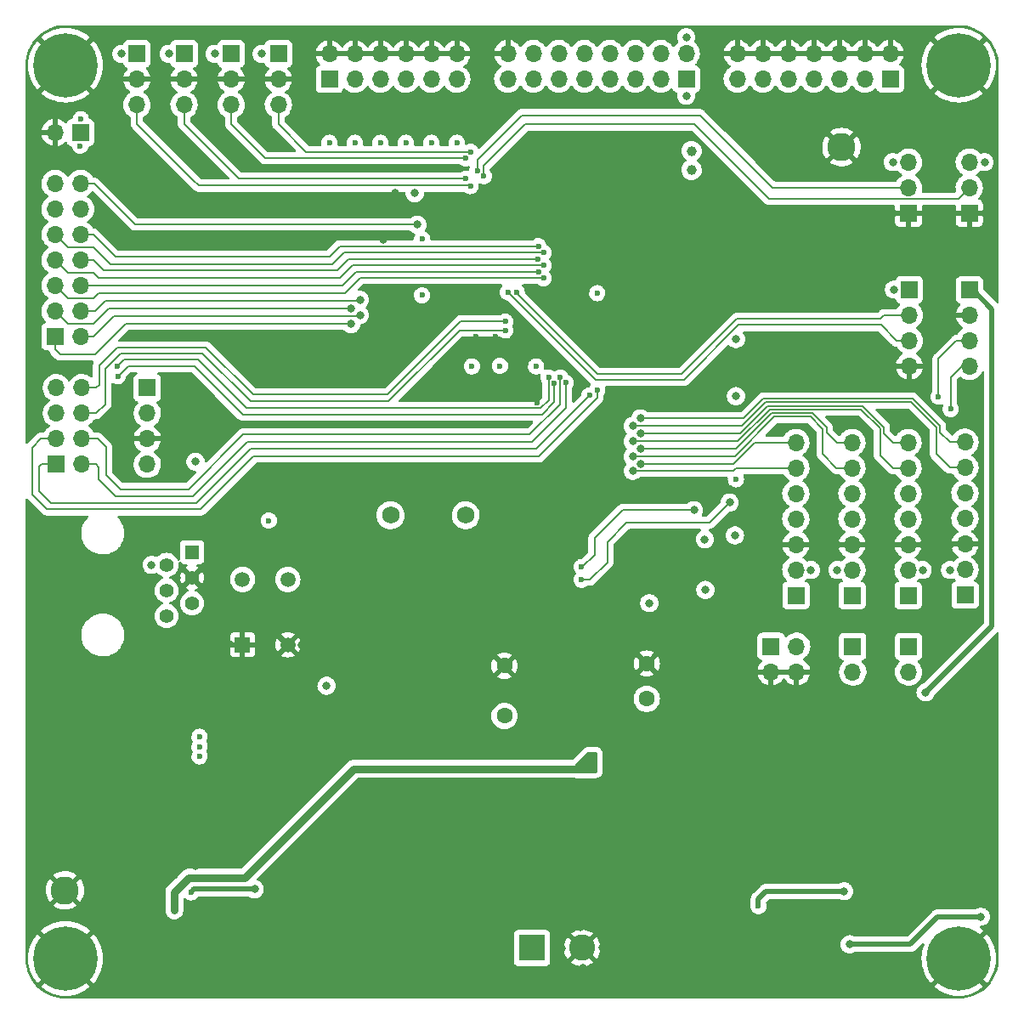
<source format=gbr>
%TF.GenerationSoftware,KiCad,Pcbnew,(6.0.2)*%
%TF.CreationDate,2022-02-23T19:08:17-05:00*%
%TF.ProjectId,SDP,5344502e-6b69-4636-9164-5f7063625858,rev?*%
%TF.SameCoordinates,Original*%
%TF.FileFunction,Copper,L4,Bot*%
%TF.FilePolarity,Positive*%
%FSLAX46Y46*%
G04 Gerber Fmt 4.6, Leading zero omitted, Abs format (unit mm)*
G04 Created by KiCad (PCBNEW (6.0.2)) date 2022-02-23 19:08:17*
%MOMM*%
%LPD*%
G01*
G04 APERTURE LIST*
%TA.AperFunction,ComponentPad*%
%ADD10R,1.700000X1.700000*%
%TD*%
%TA.AperFunction,ComponentPad*%
%ADD11O,1.700000X1.700000*%
%TD*%
%TA.AperFunction,ComponentPad*%
%ADD12C,6.400000*%
%TD*%
%TA.AperFunction,ComponentPad*%
%ADD13R,1.498000X1.498000*%
%TD*%
%TA.AperFunction,ComponentPad*%
%ADD14C,1.498000*%
%TD*%
%TA.AperFunction,ComponentPad*%
%ADD15C,1.600000*%
%TD*%
%TA.AperFunction,ComponentPad*%
%ADD16R,2.600000X2.600000*%
%TD*%
%TA.AperFunction,ComponentPad*%
%ADD17C,2.600000*%
%TD*%
%TA.AperFunction,ComponentPad*%
%ADD18C,2.800000*%
%TD*%
%TA.AperFunction,ComponentPad*%
%ADD19R,1.398000X1.398000*%
%TD*%
%TA.AperFunction,ComponentPad*%
%ADD20C,1.398000*%
%TD*%
%TA.AperFunction,ComponentPad*%
%ADD21C,1.752600*%
%TD*%
%TA.AperFunction,ComponentPad*%
%ADD22C,1.000000*%
%TD*%
%TA.AperFunction,ViaPad*%
%ADD23C,0.800000*%
%TD*%
%TA.AperFunction,ViaPad*%
%ADD24C,0.600000*%
%TD*%
%TA.AperFunction,Conductor*%
%ADD25C,0.762000*%
%TD*%
%TA.AperFunction,Conductor*%
%ADD26C,0.203200*%
%TD*%
%TA.AperFunction,Conductor*%
%ADD27C,0.508000*%
%TD*%
%TA.AperFunction,Conductor*%
%ADD28C,0.200000*%
%TD*%
%TA.AperFunction,Conductor*%
%ADD29C,0.152400*%
%TD*%
G04 APERTURE END LIST*
D10*
%TO.P,J15,1,Pin_1*%
%TO.N,+3V3*%
X93599000Y-47525000D03*
D11*
%TO.P,J15,2,Pin_2*%
%TO.N,GND*%
X93599000Y-50065000D03*
%TO.P,J15,3,Pin_3*%
%TO.N,P93_PROX2*%
X93599000Y-52605000D03*
%TD*%
D10*
%TO.P,J27,1,Pin_1*%
%TO.N,+3V3*%
X143637000Y-50044600D03*
D11*
%TO.P,J27,2,Pin_2*%
X143637000Y-47504600D03*
%TO.P,J27,3,Pin_3*%
%TO.N,P72_FAN*%
X141097000Y-50044600D03*
%TO.P,J27,4,Pin_4*%
%TO.N,P76_EN*%
X141097000Y-47504600D03*
%TO.P,J27,5,Pin_5*%
%TO.N,P77_STEP*%
X138557000Y-50044600D03*
%TO.P,J27,6,Pin_6*%
%TO.N,P78_DIR*%
X138557000Y-47504600D03*
%TO.P,J27,7,Pin_7*%
%TO.N,P79_EN*%
X136017000Y-50044600D03*
%TO.P,J27,8,Pin_8*%
%TO.N,P80_STEP*%
X136017000Y-47504600D03*
%TO.P,J27,9,Pin_9*%
%TO.N,P81_DIR*%
X133477000Y-50044600D03*
%TO.P,J27,10,Pin_10*%
%TO.N,P82_EN*%
X133477000Y-47504600D03*
%TO.P,J27,11,Pin_11*%
%TO.N,P83_STEP*%
X130937000Y-50044600D03*
%TO.P,J27,12,Pin_12*%
%TO.N,P84_DIR*%
X130937000Y-47504600D03*
%TO.P,J27,13,Pin_13*%
%TO.N,P87_MTR1*%
X128397000Y-50044600D03*
%TO.P,J27,14,Pin_14*%
%TO.N,P88_MTR2*%
X128397000Y-47504600D03*
%TO.P,J27,15,Pin_15*%
%TO.N,unconnected-(J27-Pad15)*%
X125857000Y-50044600D03*
%TO.P,J27,16,Pin_16*%
%TO.N,GND*%
X125857000Y-47504600D03*
%TD*%
D10*
%TO.P,J2,1,Pin_1*%
%TO.N,+3V3*%
X88900000Y-47525000D03*
D11*
%TO.P,J2,2,Pin_2*%
%TO.N,GND*%
X88900000Y-50065000D03*
%TO.P,J2,3,Pin_3*%
%TO.N,P94_PROX1*%
X88900000Y-52605000D03*
%TD*%
D10*
%TO.P,J24,1,Pin_1*%
%TO.N,+3V3*%
X163957000Y-50038000D03*
D11*
%TO.P,J24,2,Pin_2*%
%TO.N,GND*%
X163957000Y-47498000D03*
%TO.P,J24,3,Pin_3*%
%TO.N,+3V3*%
X161417000Y-50038000D03*
%TO.P,J24,4,Pin_4*%
%TO.N,GND*%
X161417000Y-47498000D03*
%TO.P,J24,5,Pin_5*%
%TO.N,+3V3*%
X158877000Y-50038000D03*
%TO.P,J24,6,Pin_6*%
%TO.N,GND*%
X158877000Y-47498000D03*
%TO.P,J24,7,Pin_7*%
%TO.N,+3V3*%
X156337000Y-50038000D03*
%TO.P,J24,8,Pin_8*%
%TO.N,GND*%
X156337000Y-47498000D03*
%TO.P,J24,9,Pin_9*%
%TO.N,+3V3*%
X153797000Y-50038000D03*
%TO.P,J24,10,Pin_10*%
%TO.N,GND*%
X153797000Y-47498000D03*
%TO.P,J24,11,Pin_11*%
%TO.N,+3V3*%
X151257000Y-50038000D03*
%TO.P,J24,12,Pin_12*%
%TO.N,GND*%
X151257000Y-47498000D03*
%TO.P,J24,13,Pin_13*%
%TO.N,+3V3*%
X148717000Y-50038000D03*
%TO.P,J24,14,Pin_14*%
%TO.N,GND*%
X148717000Y-47498000D03*
%TD*%
D10*
%TO.P,J12,1,Pin_1*%
%TO.N,unconnected-(J12-Pad1)*%
X171407000Y-101459200D03*
D11*
%TO.P,J12,2,Pin_2*%
%TO.N,+3V3*%
X171407000Y-98919200D03*
%TO.P,J12,3,Pin_3*%
%TO.N,GND*%
X171407000Y-96379200D03*
%TO.P,J12,4,Pin_4*%
%TO.N,P59_SDA2*%
X171407000Y-93839200D03*
%TO.P,J12,5,Pin_5*%
%TO.N,P58_SCL2*%
X171407000Y-91299200D03*
%TO.P,J12,6,Pin_6*%
%TO.N,P43_TOF4_CE*%
X171407000Y-88759200D03*
%TO.P,J12,7,Pin_7*%
%TO.N,P44_TOF4_GPIO1*%
X171407000Y-86219200D03*
%TD*%
D12*
%TO.P,H3,1,1*%
%TO.N,GND*%
X170788000Y-137668000D03*
%TD*%
D13*
%TO.P,SW1,1,1*%
%TO.N,GND*%
X99436300Y-106401000D03*
D14*
%TO.P,SW1,2,2*%
%TO.N,Net-(R47-Pad2)*%
X99436300Y-99901000D03*
%TO.P,SW1,3,3*%
%TO.N,GND*%
X103936300Y-106401000D03*
%TO.P,SW1,4,4*%
%TO.N,Net-(R47-Pad2)*%
X103936300Y-99901000D03*
%TD*%
D10*
%TO.P,J5,1,Pin_1*%
%TO.N,P49_U2RX*%
X89941000Y-80809000D03*
D11*
%TO.P,J5,2,Pin_2*%
%TO.N,P50_U2TX*%
X89941000Y-83349000D03*
%TO.P,J5,3,Pin_3*%
%TO.N,GND*%
X89941000Y-85889000D03*
%TO.P,J5,4,Pin_4*%
%TO.N,+3V3*%
X89941000Y-88429000D03*
%TD*%
D12*
%TO.P,H2,1,1*%
%TO.N,GND*%
X170788000Y-48668000D03*
%TD*%
D10*
%TO.P,J11,1,Pin_1*%
%TO.N,unconnected-(J11-Pad1)*%
X165735000Y-101500000D03*
D11*
%TO.P,J11,2,Pin_2*%
%TO.N,+3V3*%
X165735000Y-98960000D03*
%TO.P,J11,3,Pin_3*%
%TO.N,GND*%
X165735000Y-96420000D03*
%TO.P,J11,4,Pin_4*%
%TO.N,P59_SDA2*%
X165735000Y-93880000D03*
%TO.P,J11,5,Pin_5*%
%TO.N,P58_SCL2*%
X165735000Y-91340000D03*
%TO.P,J11,6,Pin_6*%
%TO.N,P41_TOF3_CE*%
X165735000Y-88800000D03*
%TO.P,J11,7,Pin_7*%
%TO.N,P42_TOF3_GPIO1*%
X165735000Y-86260000D03*
%TD*%
D15*
%TO.P,C40,1*%
%TO.N,Net-(C40-Pad1)*%
X125526800Y-113499600D03*
%TO.P,C40,2*%
%TO.N,GND*%
X125526800Y-108499600D03*
%TD*%
D10*
%TO.P,J10,1,Pin_1*%
%TO.N,P100_LIMIT*%
X108077000Y-50065000D03*
D11*
%TO.P,J10,2,Pin_2*%
%TO.N,GND*%
X108077000Y-47525000D03*
%TO.P,J10,3,Pin_3*%
%TO.N,P99_LIMIT*%
X110617000Y-50065000D03*
%TO.P,J10,4,Pin_4*%
%TO.N,GND*%
X110617000Y-47525000D03*
%TO.P,J10,5,Pin_5*%
%TO.N,P98_LIMIT*%
X113157000Y-50065000D03*
%TO.P,J10,6,Pin_6*%
%TO.N,GND*%
X113157000Y-47525000D03*
%TO.P,J10,7,Pin_7*%
%TO.N,P97_LIMIT*%
X115697000Y-50065000D03*
%TO.P,J10,8,Pin_8*%
%TO.N,GND*%
X115697000Y-47525000D03*
%TO.P,J10,9,Pin_9*%
%TO.N,P96_LIMIT*%
X118237000Y-50065000D03*
%TO.P,J10,10,Pin_10*%
%TO.N,GND*%
X118237000Y-47525000D03*
%TO.P,J10,11,Pin_11*%
%TO.N,P95_LIMIT*%
X120777000Y-50065000D03*
%TO.P,J10,12,Pin_12*%
%TO.N,GND*%
X120777000Y-47525000D03*
%TD*%
D10*
%TO.P,J13,1,Pin_1*%
%TO.N,GND*%
X165786200Y-63400000D03*
D11*
%TO.P,J13,2,Pin_2*%
%TO.N,P92_TEMP2*%
X165786200Y-60860000D03*
%TO.P,J13,3,Pin_3*%
%TO.N,+3V3*%
X165786200Y-58320000D03*
%TD*%
D10*
%TO.P,J14,1,Pin_1*%
%TO.N,GND*%
X171831000Y-63400000D03*
D11*
%TO.P,J14,2,Pin_2*%
%TO.N,P91_TEMP1*%
X171831000Y-60860000D03*
%TO.P,J14,3,Pin_3*%
%TO.N,+3V3*%
X171831000Y-58320000D03*
%TD*%
D16*
%TO.P,J26,1,Pin_1*%
%TO.N,V_IN*%
X128259200Y-136610800D03*
D17*
%TO.P,J26,2,Pin_2*%
%TO.N,GND*%
X133259200Y-136610800D03*
%TD*%
D10*
%TO.P,J18,1,Pin_1*%
%TO.N,+12V*%
X152095200Y-106558400D03*
D11*
%TO.P,J18,2,Pin_2*%
%TO.N,GND*%
X152095200Y-109098400D03*
%TO.P,J18,3,Pin_3*%
%TO.N,+12V*%
X154635200Y-106558400D03*
%TO.P,J18,4,Pin_4*%
%TO.N,GND*%
X154635200Y-109098400D03*
%TD*%
D18*
%TO.P,TP2,1,1*%
%TO.N,GND*%
X81737200Y-130860800D03*
%TD*%
%TO.P,TP1,1,1*%
%TO.N,GND*%
X159105600Y-56819800D03*
%TD*%
D10*
%TO.P,J6,1,Pin_1*%
%TO.N,+5V*%
X171856000Y-71040000D03*
D11*
%TO.P,J6,2,Pin_2*%
%TO.N,GND*%
X171856000Y-73580000D03*
%TO.P,J6,3,Pin_3*%
%TO.N,P59_SDA2*%
X171856000Y-76120000D03*
%TO.P,J6,4,Pin_4*%
%TO.N,P58_SCL2*%
X171856000Y-78660000D03*
%TD*%
D10*
%TO.P,J1,1,Pin_1*%
%TO.N,P21_RB4*%
X80752000Y-75699000D03*
D11*
%TO.P,J1,2,Pin_2*%
%TO.N,P20_RB5*%
X83292000Y-75699000D03*
%TO.P,J1,3,Pin_3*%
%TO.N,P19_RE9*%
X80752000Y-73159000D03*
%TO.P,J1,4,Pin_4*%
%TO.N,P18_RE8*%
X83292000Y-73159000D03*
%TO.P,J1,5,Pin_5*%
%TO.N,P66_RA14*%
X80752000Y-70619000D03*
%TO.P,J1,6,Pin_6*%
%TO.N,P67_RA15*%
X83292000Y-70619000D03*
%TO.P,J1,7,Pin_7*%
%TO.N,P68_RD8*%
X80752000Y-68079000D03*
%TO.P,J1,8,Pin_8*%
%TO.N,P69_RD9*%
X83292000Y-68079000D03*
%TO.P,J1,9,Pin_9*%
%TO.N,P70_RD10*%
X80752000Y-65539000D03*
%TO.P,J1,10,Pin_10*%
%TO.N,P71_RD11*%
X83292000Y-65539000D03*
%TO.P,J1,11,Pin_11*%
%TO.N,P5_RE7*%
X80752000Y-62999000D03*
%TO.P,J1,12,Pin_12*%
%TO.N,P4_RE6*%
X83292000Y-62999000D03*
%TO.P,J1,13,Pin_13*%
%TO.N,P3_RE5*%
X80752000Y-60459000D03*
%TO.P,J1,14,Pin_14*%
%TO.N,P1_RG15*%
X83292000Y-60459000D03*
%TD*%
D19*
%TO.P,J7,1*%
%TO.N,P13_MCLR*%
X94396500Y-97182000D03*
D20*
%TO.P,J7,2*%
%TO.N,+3V3*%
X91856500Y-98452000D03*
%TO.P,J7,3*%
%TO.N,GND*%
X94396500Y-99722000D03*
%TO.P,J7,4*%
%TO.N,P27_PGD*%
X91856500Y-100992000D03*
%TO.P,J7,5*%
%TO.N,P26_PGC*%
X94396500Y-102262000D03*
%TO.P,J7,6*%
%TO.N,unconnected-(J7-Pad6)*%
X91856500Y-103532000D03*
%TD*%
D10*
%TO.P,J25,1,Pin_1*%
%TO.N,+3V3*%
X165862000Y-71020000D03*
D11*
%TO.P,J25,2,Pin_2*%
%TO.N,P6_GRD_RLY*%
X165862000Y-73560000D03*
%TO.P,J25,3,Pin_3*%
%TO.N,P7_HTR_RLY*%
X165862000Y-76100000D03*
%TO.P,J25,4,Pin_4*%
%TO.N,GND*%
X165862000Y-78640000D03*
%TD*%
D12*
%TO.P,H1,1,1*%
%TO.N,GND*%
X81788000Y-48668000D03*
%TD*%
D10*
%TO.P,J4,1,Pin_1*%
%TO.N,P59_SDA2*%
X165785800Y-106578400D03*
D11*
%TO.P,J4,2,Pin_2*%
%TO.N,P58_SCL2*%
X165785800Y-109118400D03*
%TD*%
D10*
%TO.P,J3,1,Pin_1*%
%TO.N,P51_U1TX*%
X80879000Y-88409000D03*
D11*
%TO.P,J3,2,Pin_2*%
%TO.N,P50_U2TX*%
X83419000Y-88409000D03*
%TO.P,J3,3,Pin_3*%
%TO.N,P52_U1RX*%
X80879000Y-85869000D03*
%TO.P,J3,4,Pin_4*%
%TO.N,P49_U2RX*%
X83419000Y-85869000D03*
%TO.P,J3,5,Pin_5*%
%TO.N,P48_U1RTS*%
X80879000Y-83329000D03*
%TO.P,J3,6,Pin_6*%
%TO.N,P39_U2RTS*%
X83419000Y-83329000D03*
%TO.P,J3,7,Pin_7*%
%TO.N,P47_U1CTS*%
X80879000Y-80789000D03*
%TO.P,J3,8,Pin_8*%
%TO.N,P40_U2CTS*%
X83419000Y-80789000D03*
%TD*%
D10*
%TO.P,J16,1,Pin_1*%
%TO.N,+3V3*%
X102997000Y-47525000D03*
D11*
%TO.P,J16,2,Pin_2*%
%TO.N,GND*%
X102997000Y-50065000D03*
%TO.P,J16,3,Pin_3*%
%TO.N,P89_PROX4*%
X102997000Y-52605000D03*
%TD*%
D12*
%TO.P,H4,1,1*%
%TO.N,GND*%
X81788000Y-137668000D03*
%TD*%
D10*
%TO.P,J19,1,Pin_1*%
%TO.N,P56_SDA1*%
X160223200Y-106578400D03*
D11*
%TO.P,J19,2,Pin_2*%
%TO.N,P57_SCL1*%
X160223200Y-109118400D03*
%TD*%
D10*
%TO.P,J8,1,Pin_1*%
%TO.N,unconnected-(J8-Pad1)*%
X160147000Y-101500000D03*
D11*
%TO.P,J8,2,Pin_2*%
%TO.N,+3V3*%
X160147000Y-98960000D03*
%TO.P,J8,3,Pin_3*%
%TO.N,GND*%
X160147000Y-96420000D03*
%TO.P,J8,4,Pin_4*%
%TO.N,P56_SDA1*%
X160147000Y-93880000D03*
%TO.P,J8,5,Pin_5*%
%TO.N,P57_SCL1*%
X160147000Y-91340000D03*
%TO.P,J8,6,Pin_6*%
%TO.N,P34_TOF2_CE*%
X160147000Y-88800000D03*
%TO.P,J8,7,Pin_7*%
%TO.N,P35_TOF2_GPIO1*%
X160147000Y-86260000D03*
%TD*%
D10*
%TO.P,J17,1,Pin_1*%
%TO.N,+3V3*%
X98298000Y-47525000D03*
D11*
%TO.P,J17,2,Pin_2*%
%TO.N,GND*%
X98298000Y-50065000D03*
%TO.P,J17,3,Pin_3*%
%TO.N,P90_PROX3*%
X98298000Y-52605000D03*
%TD*%
D21*
%TO.P,B1,3*%
%TO.N,N/C*%
X114173000Y-93499000D03*
%TO.P,B1,4*%
X121666000Y-93499000D03*
%TD*%
D10*
%TO.P,J9,1,Pin_1*%
%TO.N,unconnected-(J9-Pad1)*%
X154559000Y-101500000D03*
D11*
%TO.P,J9,2,Pin_2*%
%TO.N,+3V3*%
X154559000Y-98960000D03*
%TO.P,J9,3,Pin_3*%
%TO.N,GND*%
X154559000Y-96420000D03*
%TO.P,J9,4,Pin_4*%
%TO.N,P56_SDA1*%
X154559000Y-93880000D03*
%TO.P,J9,5,Pin_5*%
%TO.N,P57_SCL1*%
X154559000Y-91340000D03*
%TO.P,J9,6,Pin_6*%
%TO.N,P32_TOF1_CE*%
X154559000Y-88800000D03*
%TO.P,J9,7,Pin_7*%
%TO.N,P33_TOF1_GPIO1*%
X154559000Y-86260000D03*
%TD*%
D15*
%TO.P,C39,1*%
%TO.N,+12V*%
X139700000Y-111784400D03*
%TO.P,C39,2*%
%TO.N,GND*%
X139700000Y-108284400D03*
%TD*%
D22*
%TO.P,Y2,1,1*%
%TO.N,P74_SOSCO*%
X144170400Y-57205800D03*
%TO.P,Y2,2,2*%
%TO.N,P73_SOSCI*%
X144170400Y-59105800D03*
%TD*%
D10*
%TO.P,J20,1,Pin_1*%
%TO.N,+3V3*%
X83286600Y-55372000D03*
D11*
%TO.P,J20,2,Pin_2*%
%TO.N,GND*%
X80746600Y-55372000D03*
%TD*%
D23*
%TO.N,GND*%
X133096000Y-134520000D03*
X105308400Y-106427600D03*
X101346000Y-50065000D03*
D24*
X96266000Y-132283200D03*
D23*
X112395000Y-134774000D03*
D24*
X127508000Y-56388000D03*
D23*
X92659200Y-129336800D03*
D24*
X97231200Y-134621600D03*
D23*
X167182800Y-96418400D03*
X164211000Y-63400000D03*
D24*
X120345200Y-71426400D03*
D23*
X119126000Y-126036400D03*
X107899200Y-104700400D03*
X101473000Y-133504000D03*
X91109800Y-128117600D03*
X89281000Y-137822000D03*
X119126000Y-122531200D03*
D24*
X155956000Y-136093200D03*
X122682000Y-75692000D03*
D23*
X156337000Y-45874000D03*
X114604800Y-61418800D03*
X98094800Y-106376800D03*
X113157000Y-45874000D03*
D24*
X80746600Y-56692800D03*
X126122500Y-81280000D03*
X155956000Y-133756400D03*
X147066000Y-73306000D03*
X133502400Y-65330400D03*
D23*
X170129200Y-132183200D03*
X113487200Y-66041600D03*
X158648400Y-96469200D03*
X148717000Y-45874000D03*
X145262600Y-81661000D03*
X120777000Y-45874000D03*
D24*
X147066000Y-67210000D03*
X87630000Y-115163600D03*
X114554000Y-76962000D03*
D23*
X135788400Y-102262000D03*
D24*
X155956000Y-134924800D03*
X155041600Y-132588000D03*
D23*
X91948000Y-50065000D03*
D24*
X168910000Y-74218800D03*
X96266000Y-135737600D03*
D23*
X94742000Y-128422400D03*
X94742000Y-86133000D03*
D24*
X124587000Y-75692000D03*
X97231200Y-135739200D03*
X137617200Y-72391600D03*
X96266000Y-133453200D03*
D23*
X123545600Y-131766600D03*
X153797000Y-45874000D03*
X108077000Y-45874000D03*
X110032800Y-91289200D03*
D24*
X140503150Y-60994550D03*
X145745200Y-66143200D03*
D23*
X105283000Y-133504000D03*
X171297600Y-131014800D03*
X161417000Y-45847000D03*
X92862400Y-99722000D03*
D24*
X97231200Y-132283200D03*
D23*
X96647000Y-50065000D03*
D24*
X128778000Y-82277500D03*
D23*
X115697000Y-45874000D03*
D24*
X87630000Y-118008400D03*
D23*
X173355000Y-63400000D03*
X110617000Y-45874000D03*
D24*
X145694400Y-74372800D03*
X140512800Y-55422800D03*
X96266000Y-134620000D03*
X133502400Y-69431501D03*
D23*
X125857000Y-45874000D03*
X122148600Y-132655600D03*
X135255000Y-136552000D03*
D24*
X113665000Y-71528000D03*
X154635200Y-110439200D03*
X152095200Y-110439200D03*
X155041600Y-134924800D03*
X155041600Y-133756400D03*
D23*
X169926000Y-96418400D03*
X112395000Y-131726000D03*
X92710000Y-137822000D03*
X164338000Y-78640000D03*
X158877000Y-45872400D03*
X94767400Y-125349000D03*
D24*
X101777800Y-137566400D03*
D23*
X110032800Y-95658000D03*
X156083000Y-96420000D03*
X151257000Y-45874000D03*
D24*
X155956000Y-132588000D03*
X155041600Y-136093200D03*
X121158000Y-81280000D03*
X90678000Y-116535200D03*
D23*
X131191000Y-136679000D03*
X133350000Y-138584000D03*
D24*
X97231200Y-133453200D03*
D23*
X87249000Y-50065000D03*
D24*
X128473200Y-75693600D03*
D23*
X92862400Y-126898400D03*
X118237000Y-45874000D03*
D24*
%TO.N,+3V3*%
X148590000Y-89916000D03*
D23*
X148488400Y-95505600D03*
X169926000Y-98958400D03*
X164211000Y-58320000D03*
D24*
X122276001Y-78664999D03*
X125076001Y-78621001D03*
X83261200Y-56692800D03*
X120777000Y-56388000D03*
X118237000Y-56388000D03*
D23*
X164338000Y-71020000D03*
D24*
X134772400Y-71375600D03*
D23*
X101346000Y-47525000D03*
X173355000Y-58320000D03*
D24*
X83312000Y-54025800D03*
X102057200Y-94032400D03*
D23*
X145491200Y-95912000D03*
D24*
X95148400Y-116560600D03*
D23*
X143637000Y-51716000D03*
X156057600Y-98958400D03*
D24*
X95148400Y-115570000D03*
X128675999Y-78664999D03*
X117328399Y-65985001D03*
X113157000Y-56388000D03*
X117316400Y-71585000D03*
D23*
X148590000Y-81637200D03*
X145542000Y-100941200D03*
X158699200Y-98958400D03*
X148590000Y-75947600D03*
X139954000Y-102262000D03*
X92075000Y-47525000D03*
X90373200Y-98452000D03*
D24*
X108077000Y-56388000D03*
D23*
X94742000Y-88165000D03*
X107797600Y-110491600D03*
D24*
X115697000Y-56388000D03*
D23*
X167182800Y-98958400D03*
X87376000Y-47525000D03*
X116586000Y-61418800D03*
X143637000Y-45874000D03*
D24*
X110617000Y-56388000D03*
X95148400Y-117525800D03*
D23*
X96647000Y-47525000D03*
D24*
%TO.N,+12V*%
X92633800Y-132867400D03*
D23*
X134366000Y-117502000D03*
X134366000Y-118772000D03*
%TO.N,P34_TOF2_CE*%
X138303000Y-87657000D03*
%TO.N,P35_TOF2_GPIO1*%
X139065000Y-86895000D03*
%TO.N,P33_TOF1_GPIO1*%
X139065000Y-88419000D03*
%TO.N,P41_TOF3_CE*%
X138303000Y-86133000D03*
%TO.N,P42_TOF3_GPIO1*%
X139065000Y-85371000D03*
%TO.N,P43_TOF4_CE*%
X138303000Y-84609000D03*
%TO.N,Net-(C12-Pad1)*%
X159359600Y-130964000D03*
D24*
X150825200Y-132437200D03*
D23*
%TO.N,+5V*%
X167487600Y-111152000D03*
D24*
%TO.N,Net-(C18-Pad1)*%
X94284800Y-131065600D03*
D23*
X100634800Y-130760800D03*
D24*
%TO.N,P68_RD8*%
X129413000Y-68607000D03*
%TO.N,P69_RD9*%
X128881200Y-67995800D03*
%TO.N,P70_RD10*%
X129413000Y-67337000D03*
%TO.N,P71_RD11*%
X128905000Y-66702000D03*
D23*
%TO.N,P1_RG15*%
X116840000Y-64543000D03*
D24*
%TO.N,P66_RA14*%
X129413000Y-69877000D03*
%TO.N,P67_RA15*%
X128905000Y-69242000D03*
%TO.N,P50_U2TX*%
X131632311Y-80296186D03*
%TO.N,P49_U2RX*%
X131078811Y-79781400D03*
%TO.N,P48_U1RTS*%
X86995000Y-79656000D03*
X130503475Y-80314675D03*
%TO.N,P47_U1CTS*%
X129921000Y-79781400D03*
X86944200Y-78663800D03*
%TO.N,P51_U1TX*%
X133985000Y-81561000D03*
%TO.N,P52_U1RX*%
X134747000Y-81053000D03*
%TO.N,P39_U2RTS*%
X125603000Y-75084000D03*
%TO.N,P40_U2CTS*%
X125603000Y-74195000D03*
D23*
%TO.N,P56_SDA1*%
X144399000Y-92991000D03*
D24*
X133210100Y-98655400D03*
D23*
%TO.N,P57_SCL1*%
X147955000Y-92229000D03*
D24*
X133210100Y-99925400D03*
%TO.N,P59_SDA2*%
X168757600Y-81686400D03*
%TO.N,P58_SCL2*%
X169976800Y-82905600D03*
D23*
%TO.N,P32_TOF1_CE*%
X138303000Y-89072500D03*
%TO.N,P44_TOF4_GPIO1*%
X139065000Y-83847000D03*
D24*
%TO.N,P92_TEMP2*%
X122809000Y-59209000D03*
%TO.N,P91_TEMP1*%
X123454384Y-59706616D03*
%TO.N,P6_GRD_RLY*%
X126746000Y-71274000D03*
%TO.N,P7_HTR_RLY*%
X125857000Y-71274000D03*
D23*
%TO.N,Net-(R2-Pad2)*%
X159918400Y-136247200D03*
X172974000Y-133504000D03*
D24*
%TO.N,P94_PROX1*%
X122128558Y-60706064D03*
%TO.N,P93_PROX2*%
X121666000Y-59971000D03*
%TO.N,P89_PROX4*%
X122174000Y-57304000D03*
%TO.N,P90_PROX3*%
X121666000Y-57939000D03*
D23*
%TO.N,P21_RB4*%
X110236000Y-74449000D03*
%TO.N,P20_RB5*%
X111125000Y-73560000D03*
%TO.N,P19_RE9*%
X110236000Y-72925000D03*
%TO.N,P18_RE8*%
X111125000Y-72036000D03*
%TD*%
D25*
%TO.N,+12V*%
X134366000Y-118772000D02*
X110490000Y-118772000D01*
X92633800Y-131038600D02*
X92633800Y-132867400D01*
X110490000Y-118772000D02*
X99645800Y-129616200D01*
X99645800Y-129616200D02*
X94056200Y-129616200D01*
X94056200Y-129616200D02*
X92633800Y-131038600D01*
D26*
%TO.N,P34_TOF2_CE*%
X157226000Y-87403000D02*
X158613000Y-88790000D01*
X138303000Y-87657000D02*
X148463000Y-87657000D01*
X152425880Y-83694120D02*
X156033320Y-83694120D01*
X158613000Y-88790000D02*
X160150000Y-88790000D01*
X148463000Y-87657000D02*
X152425880Y-83694120D01*
X156033320Y-83694120D02*
X157226000Y-84886800D01*
X157226000Y-84886800D02*
X157226000Y-87403000D01*
%TO.N,P35_TOF2_GPIO1*%
X148590000Y-86895000D02*
X152146000Y-83339000D01*
X158623000Y-86260000D02*
X160147000Y-86260000D01*
X157607000Y-85244000D02*
X158623000Y-86260000D01*
X152146000Y-83339000D02*
X156204215Y-83339000D01*
X139065000Y-86895000D02*
X148590000Y-86895000D01*
X156204215Y-83339000D02*
X157607000Y-84741785D01*
X157607000Y-84741785D02*
X157607000Y-85244000D01*
%TO.N,P33_TOF1_GPIO1*%
X150468000Y-86260000D02*
X154559000Y-86260000D01*
X139065000Y-88419000D02*
X148309000Y-88419000D01*
X148309000Y-88419000D02*
X150468000Y-86260000D01*
%TO.N,P41_TOF3_CE*%
X151955500Y-82958000D02*
X161036000Y-82958000D01*
X164211000Y-88800000D02*
X165735000Y-88800000D01*
X162941000Y-87530000D02*
X164211000Y-88800000D01*
X138303000Y-86133000D02*
X148780500Y-86133000D01*
X148780500Y-86133000D02*
X151955500Y-82958000D01*
X162941000Y-84863000D02*
X162941000Y-87530000D01*
X161036000Y-82958000D02*
X162941000Y-84863000D01*
%TO.N,P42_TOF3_GPIO1*%
X164211000Y-86260000D02*
X165735000Y-86260000D01*
X151739120Y-82602880D02*
X161188880Y-82602880D01*
X139065000Y-85371000D02*
X148971000Y-85371000D01*
X148971000Y-85371000D02*
X151739120Y-82602880D01*
X161188880Y-82602880D02*
X163322000Y-84736000D01*
X163322000Y-84736000D02*
X163322000Y-85371000D01*
X163322000Y-85371000D02*
X164211000Y-86260000D01*
%TO.N,P43_TOF4_CE*%
X169885200Y-88759200D02*
X171407000Y-88759200D01*
X168529000Y-84736000D02*
X168529000Y-87403000D01*
X138303000Y-84609000D02*
X149164392Y-84609000D01*
X149164392Y-84609000D02*
X151525632Y-82247760D01*
X166040760Y-82247760D02*
X168529000Y-84736000D01*
X168529000Y-87403000D02*
X169885200Y-88759200D01*
X151525632Y-82247760D02*
X166040760Y-82247760D01*
D27*
%TO.N,Net-(C12-Pad1)*%
X150825200Y-131726000D02*
X150825200Y-132437200D01*
X151587200Y-130964000D02*
X150825200Y-131726000D01*
X159359600Y-130964000D02*
X151587200Y-130964000D01*
%TO.N,+5V*%
X167487600Y-111152000D02*
X174091600Y-104548000D01*
X174091600Y-104548000D02*
X174091600Y-72950400D01*
X172181200Y-71040000D02*
X171856000Y-71040000D01*
X174091600Y-72950400D02*
X172181200Y-71040000D01*
%TO.N,Net-(C18-Pad1)*%
X94589600Y-130760800D02*
X100634800Y-130760800D01*
X94284800Y-131065600D02*
X94589600Y-130760800D01*
D28*
%TO.N,P68_RD8*%
X84582000Y-69369000D02*
X82042000Y-69369000D01*
X82042000Y-69369000D02*
X80772000Y-68099000D01*
X110363000Y-68607000D02*
X109093000Y-69877000D01*
X109093000Y-69877000D02*
X85090000Y-69877000D01*
X85090000Y-69877000D02*
X84582000Y-69369000D01*
X129413000Y-68607000D02*
X110363000Y-68607000D01*
%TO.N,P69_RD9*%
X108839000Y-69115000D02*
X109958200Y-67995800D01*
X109958200Y-67995800D02*
X128881200Y-67995800D01*
X85598000Y-69115000D02*
X108839000Y-69115000D01*
X83312000Y-68099000D02*
X84582000Y-68099000D01*
X84582000Y-68099000D02*
X85598000Y-69115000D01*
%TO.N,P70_RD10*%
X129413000Y-67337000D02*
X109542655Y-67337000D01*
X82042000Y-66829000D02*
X80772000Y-65559000D01*
X84582000Y-66829000D02*
X82042000Y-66829000D01*
X108399655Y-68480000D02*
X86233000Y-68480000D01*
X109542655Y-67337000D02*
X108399655Y-68480000D01*
X86233000Y-68480000D02*
X84582000Y-66829000D01*
%TO.N,P71_RD11*%
X86741000Y-67718000D02*
X84582000Y-65559000D01*
X108116483Y-67718000D02*
X86741000Y-67718000D01*
X128905000Y-66702000D02*
X109132483Y-66702000D01*
X84582000Y-65559000D02*
X83312000Y-65559000D01*
X109132483Y-66702000D02*
X108116483Y-67718000D01*
D26*
%TO.N,P1_RG15*%
X116840000Y-64543000D02*
X88722200Y-64543000D01*
X84658200Y-60479000D02*
X83312000Y-60479000D01*
X88722200Y-64543000D02*
X84658200Y-60479000D01*
%TO.N,P66_RA14*%
X85090000Y-71401000D02*
X84582000Y-71909000D01*
X111125000Y-69877000D02*
X109601000Y-71401000D01*
X82042000Y-71909000D02*
X80772000Y-70639000D01*
X129413000Y-69877000D02*
X111125000Y-69877000D01*
X109601000Y-71401000D02*
X85090000Y-71401000D01*
X84582000Y-71909000D02*
X82042000Y-71909000D01*
D28*
%TO.N,P67_RA15*%
X110744503Y-69242000D02*
X109347503Y-70639000D01*
X109347503Y-70639000D02*
X83312000Y-70639000D01*
X128905000Y-69242000D02*
X110744503Y-69242000D01*
D26*
%TO.N,P50_U2TX*%
X84836000Y-88419000D02*
X85115400Y-88698400D01*
X131632311Y-82845289D02*
X131632311Y-80296186D01*
X83312000Y-88419000D02*
X84836000Y-88419000D01*
X86791800Y-91592400D02*
X94462600Y-91592400D01*
X85115400Y-88698400D02*
X85115400Y-89916000D01*
X128295400Y-86182200D02*
X131632311Y-82845289D01*
X94462600Y-91592400D02*
X99872800Y-86182200D01*
X99872800Y-86182200D02*
X128295400Y-86182200D01*
X85115400Y-89916000D02*
X86791800Y-91592400D01*
%TO.N,P49_U2RX*%
X85826600Y-89484200D02*
X85826600Y-86742600D01*
X131078811Y-79781400D02*
X131078811Y-82435189D01*
X85826600Y-86742600D02*
X84963000Y-85879000D01*
X87249000Y-90906600D02*
X85826600Y-89484200D01*
X99466400Y-85471000D02*
X94030800Y-90906600D01*
X131078811Y-82435189D02*
X128043000Y-85471000D01*
X94030800Y-90906600D02*
X87249000Y-90906600D01*
X128043000Y-85471000D02*
X99466400Y-85471000D01*
X84963000Y-85879000D02*
X83312000Y-85879000D01*
%TO.N,P48_U1RTS*%
X130503475Y-82248525D02*
X130503475Y-80314675D01*
X94615000Y-78638400D02*
X99466400Y-83489800D01*
X86995000Y-79656000D02*
X88012600Y-78638400D01*
X99466400Y-83489800D02*
X129262200Y-83489800D01*
X88012600Y-78638400D02*
X94615000Y-78638400D01*
X129262200Y-83489800D02*
X130503475Y-82248525D01*
%TO.N,P47_U1CTS*%
X94996000Y-78005000D02*
X99822000Y-82831000D01*
X87603000Y-78005000D02*
X94996000Y-78005000D01*
X86944200Y-78663800D02*
X87603000Y-78005000D01*
X129921000Y-82016600D02*
X129921000Y-79781400D01*
X99822000Y-82831000D02*
X129106600Y-82831000D01*
X129106600Y-82831000D02*
X129921000Y-82016600D01*
%TO.N,P51_U1TX*%
X79438500Y-88419000D02*
X80772000Y-88419000D01*
X133985000Y-81561000D02*
X128651000Y-86895000D01*
X79197200Y-91147900D02*
X79197200Y-88660300D01*
X80302100Y-92252800D02*
X79197200Y-91147900D01*
X128651000Y-86895000D02*
X100201400Y-86895000D01*
X94843600Y-92252800D02*
X80302100Y-92252800D01*
X79197200Y-88660300D02*
X79438500Y-88419000D01*
X100201400Y-86895000D02*
X94843600Y-92252800D01*
%TO.N,P52_U1RX*%
X78460600Y-86766400D02*
X79348000Y-85879000D01*
X95275400Y-92913200D02*
X79933800Y-92913200D01*
X78460600Y-91440000D02*
X78460600Y-86766400D01*
X100533200Y-87655400D02*
X95275400Y-92913200D01*
X134747000Y-81053000D02*
X134747000Y-81829800D01*
X128921400Y-87655400D02*
X100533200Y-87655400D01*
X134747000Y-81829800D02*
X128921400Y-87655400D01*
X79348000Y-85879000D02*
X80772000Y-85879000D01*
X79933800Y-92913200D02*
X78460600Y-91440000D01*
D28*
%TO.N,P39_U2RTS*%
X125603000Y-75084000D02*
X121031000Y-75084000D01*
X87249000Y-77419200D02*
X85725000Y-78943200D01*
X85725000Y-82450000D02*
X84836000Y-83339000D01*
X100203000Y-82169000D02*
X95453200Y-77419200D01*
X95453200Y-77419200D02*
X87249000Y-77419200D01*
X113946000Y-82169000D02*
X100203000Y-82169000D01*
X121031000Y-75084000D02*
X113946000Y-82169000D01*
X84836000Y-83339000D02*
X83312000Y-83339000D01*
X85725000Y-78943200D02*
X85725000Y-82450000D01*
%TO.N,P40_U2CTS*%
X100457000Y-81483200D02*
X95783400Y-76809600D01*
X121158000Y-74195000D02*
X113869800Y-81483200D01*
X125603000Y-74195000D02*
X121158000Y-74195000D01*
X84836000Y-80799000D02*
X83312000Y-80799000D01*
X113869800Y-81483200D02*
X100457000Y-81483200D01*
X85140800Y-80494200D02*
X84836000Y-80799000D01*
X95783400Y-76809600D02*
X86918800Y-76809600D01*
X85140800Y-78587600D02*
X85140800Y-80494200D01*
X86918800Y-76809600D02*
X85140800Y-78587600D01*
D26*
%TO.N,P56_SDA1*%
X134493000Y-95785000D02*
X134493000Y-97436000D01*
X144399000Y-92991000D02*
X137287000Y-92991000D01*
X134493000Y-97436000D02*
X133273600Y-98655400D01*
X133273600Y-98655400D02*
X133210100Y-98655400D01*
X137287000Y-92991000D02*
X134493000Y-95785000D01*
%TO.N,P57_SCL1*%
X135763000Y-98198000D02*
X134035600Y-99925400D01*
X145923000Y-94261000D02*
X137668000Y-94261000D01*
X134035600Y-99925400D02*
X133210100Y-99925400D01*
X137668000Y-94261000D02*
X135763000Y-96166000D01*
X147955000Y-92229000D02*
X145923000Y-94261000D01*
X135763000Y-96166000D02*
X135763000Y-98198000D01*
D29*
%TO.N,P59_SDA2*%
X171856000Y-76120000D02*
X170539400Y-76120000D01*
X170539400Y-76120000D02*
X168757600Y-77901800D01*
X168757600Y-77901800D02*
X168757600Y-81686400D01*
%TO.N,P58_SCL2*%
X171856000Y-78660000D02*
X171072800Y-78660000D01*
X171072800Y-78660000D02*
X169976800Y-79756000D01*
X169976800Y-79756000D02*
X169976800Y-82905600D01*
D26*
%TO.N,P32_TOF1_CE*%
X148315900Y-89072500D02*
X148588400Y-88800000D01*
X148588400Y-88800000D02*
X154559000Y-88800000D01*
X138303000Y-89072500D02*
X148315900Y-89072500D01*
%TO.N,P44_TOF4_GPIO1*%
X151306360Y-81892640D02*
X166187856Y-81892640D01*
X168910000Y-84614784D02*
X168910000Y-85244000D01*
X139065000Y-83847000D02*
X149352000Y-83847000D01*
X168910000Y-85244000D02*
X169885200Y-86219200D01*
X166187856Y-81892640D02*
X168910000Y-84614784D01*
X169885200Y-86219200D02*
X171407000Y-86219200D01*
X149352000Y-83847000D02*
X151306360Y-81892640D01*
%TO.N,P92_TEMP2*%
X122809000Y-58066000D02*
X127230200Y-53644800D01*
X122809000Y-59209000D02*
X122809000Y-58066000D01*
X152209500Y-60860000D02*
X165786200Y-60860000D01*
X127230200Y-53644800D02*
X144994300Y-53644800D01*
X144994300Y-53644800D02*
X152209500Y-60860000D01*
D28*
%TO.N,P91_TEMP1*%
X146431000Y-56542000D02*
X151850911Y-61961911D01*
X144456248Y-54559200D02*
X146431000Y-56533952D01*
X151850911Y-61961911D02*
X170729089Y-61961911D01*
X146431000Y-56533952D02*
X146431000Y-56542000D01*
X123454384Y-58690616D02*
X127585800Y-54559200D01*
X170729089Y-61961911D02*
X171831000Y-60860000D01*
X123454384Y-59706616D02*
X123454384Y-58690616D01*
X127585800Y-54559200D02*
X144456248Y-54559200D01*
D26*
%TO.N,P6_GRD_RLY*%
X163322000Y-73560000D02*
X162941000Y-73941000D01*
X126746000Y-71401000D02*
X126746000Y-71274000D01*
X134747000Y-79402000D02*
X126746000Y-71401000D01*
X143203600Y-79402000D02*
X134747000Y-79402000D01*
X148664600Y-73941000D02*
X143203600Y-79402000D01*
X162941000Y-73941000D02*
X148664600Y-73941000D01*
X165862000Y-73560000D02*
X163322000Y-73560000D01*
%TO.N,P7_HTR_RLY*%
X143383000Y-80037000D02*
X148871000Y-74549000D01*
X148871000Y-74549000D02*
X163041000Y-74549000D01*
X164592000Y-76100000D02*
X165862000Y-76100000D01*
X134620000Y-80037000D02*
X143383000Y-80037000D01*
X130683000Y-76100000D02*
X134620000Y-80037000D01*
D28*
X125857000Y-71274000D02*
X130683000Y-76100000D01*
D26*
X163041000Y-74549000D02*
X164592000Y-76100000D01*
D27*
%TO.N,Net-(R2-Pad2)*%
X172974000Y-133504000D02*
X172923200Y-133554800D01*
X172923200Y-133554800D02*
X168656000Y-133554800D01*
X165963600Y-136247200D02*
X159918400Y-136247200D01*
X168656000Y-133554800D02*
X165963600Y-136247200D01*
D26*
%TO.N,P94_PROX1*%
X122083116Y-60660622D02*
X95050622Y-60660622D01*
D28*
X88900000Y-54510000D02*
X88900000Y-52605000D01*
D26*
X122128558Y-60706064D02*
X122083116Y-60660622D01*
D28*
X94488000Y-60098000D02*
X88900000Y-54510000D01*
D26*
X95050622Y-60660622D02*
X94488000Y-60098000D01*
D28*
%TO.N,P93_PROX2*%
X121666000Y-59971000D02*
X99060000Y-59971000D01*
X93599000Y-54510000D02*
X93599000Y-52605000D01*
X99060000Y-59971000D02*
X93599000Y-54510000D01*
%TO.N,P89_PROX4*%
X102997000Y-54525875D02*
X102997000Y-52605000D01*
X122174000Y-57304000D02*
X105775125Y-57304000D01*
X105775125Y-57304000D02*
X102997000Y-54525875D01*
%TO.N,P90_PROX3*%
X101695250Y-57939000D02*
X98298000Y-54541750D01*
X98298000Y-54541750D02*
X98298000Y-52605000D01*
X121666000Y-57939000D02*
X101695250Y-57939000D01*
D26*
%TO.N,P21_RB4*%
X80772000Y-76989000D02*
X80772000Y-75719000D01*
X81280000Y-77497000D02*
X80772000Y-76989000D01*
X110236000Y-74449000D02*
X87757000Y-74449000D01*
X84709000Y-77497000D02*
X81280000Y-77497000D01*
X87757000Y-74449000D02*
X84709000Y-77497000D01*
%TO.N,P20_RB5*%
X86614000Y-73687000D02*
X84582000Y-75719000D01*
X111125000Y-73560000D02*
X110998000Y-73687000D01*
X84582000Y-75719000D02*
X83312000Y-75719000D01*
X110998000Y-73687000D02*
X86614000Y-73687000D01*
%TO.N,P19_RE9*%
X84582000Y-74449000D02*
X82042000Y-74449000D01*
X110236000Y-72925000D02*
X86106000Y-72925000D01*
X86106000Y-72925000D02*
X84582000Y-74449000D01*
X82042000Y-74449000D02*
X80772000Y-73179000D01*
%TO.N,P18_RE8*%
X85725000Y-72163000D02*
X84709000Y-73179000D01*
X111125000Y-72036000D02*
X110998000Y-72163000D01*
X84709000Y-73179000D02*
X83312000Y-73179000D01*
X110998000Y-72163000D02*
X85725000Y-72163000D01*
%TD*%
%TA.AperFunction,Conductor*%
%TO.N,GND*%
G36*
X170758057Y-44677500D02*
G01*
X170772858Y-44679805D01*
X170772861Y-44679805D01*
X170781730Y-44681186D01*
X170801626Y-44678584D01*
X170823784Y-44677654D01*
X171150518Y-44692760D01*
X171162107Y-44693834D01*
X171515764Y-44743167D01*
X171527204Y-44745306D01*
X171874799Y-44827060D01*
X171885987Y-44830243D01*
X172224553Y-44943719D01*
X172235398Y-44947919D01*
X172362032Y-45003834D01*
X172562063Y-45092157D01*
X172572468Y-45097337D01*
X172884441Y-45271105D01*
X172894318Y-45277221D01*
X173188912Y-45479023D01*
X173198200Y-45486037D01*
X173472919Y-45714160D01*
X173481519Y-45722001D01*
X173733999Y-45974481D01*
X173741840Y-45983081D01*
X173969963Y-46257800D01*
X173976977Y-46267088D01*
X174056770Y-46383571D01*
X174124285Y-46482130D01*
X174178779Y-46561682D01*
X174184895Y-46571559D01*
X174358663Y-46883532D01*
X174363843Y-46893937D01*
X174423649Y-47029383D01*
X174481203Y-47159729D01*
X174508079Y-47220598D01*
X174512281Y-47231447D01*
X174610262Y-47523784D01*
X174625756Y-47570011D01*
X174628940Y-47581201D01*
X174673949Y-47772566D01*
X174710694Y-47928796D01*
X174712833Y-47940236D01*
X174762166Y-48293893D01*
X174763240Y-48305482D01*
X174778003Y-48624816D01*
X174776638Y-48650015D01*
X174774814Y-48661730D01*
X174775978Y-48670632D01*
X174775978Y-48670635D01*
X174778936Y-48693251D01*
X174780000Y-48709589D01*
X174780000Y-72256272D01*
X174759998Y-72324393D01*
X174706342Y-72370886D01*
X174636068Y-72380990D01*
X174571488Y-72351496D01*
X174564905Y-72345367D01*
X173251405Y-71031867D01*
X173217379Y-70969555D01*
X173214500Y-70942772D01*
X173214500Y-70141866D01*
X173207745Y-70079684D01*
X173156615Y-69943295D01*
X173069261Y-69826739D01*
X172952705Y-69739385D01*
X172816316Y-69688255D01*
X172754134Y-69681500D01*
X170957866Y-69681500D01*
X170895684Y-69688255D01*
X170759295Y-69739385D01*
X170642739Y-69826739D01*
X170555385Y-69943295D01*
X170504255Y-70079684D01*
X170497500Y-70141866D01*
X170497500Y-71938134D01*
X170504255Y-72000316D01*
X170555385Y-72136705D01*
X170642739Y-72253261D01*
X170759295Y-72340615D01*
X170767704Y-72343767D01*
X170767705Y-72343768D01*
X170876960Y-72384726D01*
X170933725Y-72427367D01*
X170958425Y-72493929D01*
X170943218Y-72563278D01*
X170923825Y-72589759D01*
X170800590Y-72718717D01*
X170794104Y-72726727D01*
X170674098Y-72902649D01*
X170669000Y-72911623D01*
X170579338Y-73104783D01*
X170575775Y-73114470D01*
X170520389Y-73314183D01*
X170521912Y-73322607D01*
X170534292Y-73326000D01*
X171984000Y-73326000D01*
X172052121Y-73346002D01*
X172098614Y-73399658D01*
X172110000Y-73452000D01*
X172110000Y-73708000D01*
X172089998Y-73776121D01*
X172036342Y-73822614D01*
X171984000Y-73834000D01*
X170539225Y-73834000D01*
X170525694Y-73837973D01*
X170524257Y-73847966D01*
X170554565Y-73982446D01*
X170557645Y-73992275D01*
X170637770Y-74189603D01*
X170642413Y-74198794D01*
X170753694Y-74380388D01*
X170759777Y-74388699D01*
X170899213Y-74549667D01*
X170906580Y-74556883D01*
X171070434Y-74692916D01*
X171078881Y-74698831D01*
X171147969Y-74739203D01*
X171196693Y-74790842D01*
X171209764Y-74860625D01*
X171183033Y-74926396D01*
X171142584Y-74959752D01*
X171129607Y-74966507D01*
X171125474Y-74969610D01*
X171125471Y-74969612D01*
X170955100Y-75097530D01*
X170950965Y-75100635D01*
X170885346Y-75169301D01*
X170819313Y-75238401D01*
X170796629Y-75262138D01*
X170793715Y-75266410D01*
X170793714Y-75266411D01*
X170789481Y-75272617D01*
X170670743Y-75446680D01*
X170668565Y-75451373D01*
X170668560Y-75451381D01*
X170665310Y-75458383D01*
X170618486Y-75511750D01*
X170551023Y-75531332D01*
X170547588Y-75531332D01*
X170539400Y-75530254D01*
X170386763Y-75550350D01*
X170244527Y-75609266D01*
X170170987Y-75665695D01*
X170122387Y-75702987D01*
X170117365Y-75709532D01*
X170103880Y-75727106D01*
X170093012Y-75739497D01*
X168377097Y-77455413D01*
X168364706Y-77466280D01*
X168340587Y-77484787D01*
X168295367Y-77543720D01*
X168246866Y-77606927D01*
X168236834Y-77631147D01*
X168187950Y-77749163D01*
X168177455Y-77828882D01*
X168167855Y-77901800D01*
X168168933Y-77909988D01*
X168171822Y-77931933D01*
X168172900Y-77948379D01*
X168172900Y-81074348D01*
X168152898Y-81142469D01*
X168135058Y-81164371D01*
X168127093Y-81172171D01*
X168028835Y-81324638D01*
X168026426Y-81331258D01*
X168026424Y-81331261D01*
X167969206Y-81488466D01*
X167966797Y-81495085D01*
X167944063Y-81675040D01*
X167961763Y-81855560D01*
X168019018Y-82027673D01*
X168022665Y-82033695D01*
X168022666Y-82033697D01*
X168108549Y-82175507D01*
X168112980Y-82182824D01*
X168117869Y-82187887D01*
X168117870Y-82187888D01*
X168149750Y-82220900D01*
X168238982Y-82313302D01*
X168390759Y-82412622D01*
X168397363Y-82415078D01*
X168397365Y-82415079D01*
X168554158Y-82473390D01*
X168554160Y-82473390D01*
X168560768Y-82475848D01*
X168644595Y-82487033D01*
X168733580Y-82498907D01*
X168733584Y-82498907D01*
X168740561Y-82499838D01*
X168747572Y-82499200D01*
X168747576Y-82499200D01*
X168890059Y-82486232D01*
X168921200Y-82483398D01*
X168927902Y-82481220D01*
X168927904Y-82481220D01*
X169023989Y-82450000D01*
X169071127Y-82434684D01*
X169142093Y-82432656D01*
X169202891Y-82469319D01*
X169234217Y-82533031D01*
X169228463Y-82597611D01*
X169185997Y-82714285D01*
X169163263Y-82894240D01*
X169180963Y-83074760D01*
X169238218Y-83246873D01*
X169241865Y-83252895D01*
X169241866Y-83252897D01*
X169302106Y-83352365D01*
X169332180Y-83402024D01*
X169337069Y-83407087D01*
X169337070Y-83407088D01*
X169348485Y-83418908D01*
X169458182Y-83532502D01*
X169609959Y-83631822D01*
X169616563Y-83634278D01*
X169616565Y-83634279D01*
X169773358Y-83692590D01*
X169773360Y-83692590D01*
X169779968Y-83695048D01*
X169863795Y-83706233D01*
X169952780Y-83718107D01*
X169952784Y-83718107D01*
X169959761Y-83719038D01*
X169966772Y-83718400D01*
X169966776Y-83718400D01*
X170109259Y-83705432D01*
X170140400Y-83702598D01*
X170147102Y-83700420D01*
X170147104Y-83700420D01*
X170306209Y-83648724D01*
X170306212Y-83648723D01*
X170312908Y-83646547D01*
X170410950Y-83588102D01*
X170462660Y-83557277D01*
X170462662Y-83557276D01*
X170468712Y-83553669D01*
X170600066Y-83428582D01*
X170700443Y-83277502D01*
X170757857Y-83126361D01*
X170762355Y-83114520D01*
X170762356Y-83114518D01*
X170764855Y-83107938D01*
X170766874Y-83093570D01*
X170789548Y-82932239D01*
X170789548Y-82932236D01*
X170790099Y-82928317D01*
X170790416Y-82905600D01*
X170770197Y-82725345D01*
X170767880Y-82718691D01*
X170712864Y-82560706D01*
X170712862Y-82560703D01*
X170710545Y-82554048D01*
X170676671Y-82499838D01*
X170618159Y-82406198D01*
X170614426Y-82400224D01*
X170598094Y-82383778D01*
X170564287Y-82321349D01*
X170561500Y-82294994D01*
X170561500Y-80050380D01*
X170581502Y-79982259D01*
X170598405Y-79961285D01*
X170833878Y-79725812D01*
X170896190Y-79691786D01*
X170967005Y-79696851D01*
X171003457Y-79717962D01*
X171074126Y-79776632D01*
X171267000Y-79889338D01*
X171475692Y-79969030D01*
X171480760Y-79970061D01*
X171480763Y-79970062D01*
X171540714Y-79982259D01*
X171694597Y-80013567D01*
X171699772Y-80013757D01*
X171699774Y-80013757D01*
X171912673Y-80021564D01*
X171912677Y-80021564D01*
X171917837Y-80021753D01*
X171922957Y-80021097D01*
X171922959Y-80021097D01*
X172134288Y-79994025D01*
X172134289Y-79994025D01*
X172139416Y-79993368D01*
X172176444Y-79982259D01*
X172348429Y-79930661D01*
X172348434Y-79930659D01*
X172353384Y-79929174D01*
X172553994Y-79830896D01*
X172735860Y-79701173D01*
X172894096Y-79543489D01*
X172915451Y-79513771D01*
X173021435Y-79366277D01*
X173024453Y-79362077D01*
X173031795Y-79347223D01*
X173090143Y-79229163D01*
X173138256Y-79176956D01*
X173206958Y-79159049D01*
X173274434Y-79181127D01*
X173319262Y-79236181D01*
X173329100Y-79284990D01*
X173329100Y-104179972D01*
X173309098Y-104248093D01*
X173292195Y-104269067D01*
X167324085Y-110237177D01*
X167261188Y-110271328D01*
X167211776Y-110281831D01*
X167211767Y-110281834D01*
X167205312Y-110283206D01*
X167199282Y-110285891D01*
X167199281Y-110285891D01*
X167036878Y-110358197D01*
X167036876Y-110358198D01*
X167030848Y-110360882D01*
X167025507Y-110364762D01*
X167025506Y-110364763D01*
X166994110Y-110387574D01*
X166876347Y-110473134D01*
X166871926Y-110478044D01*
X166871925Y-110478045D01*
X166804941Y-110552439D01*
X166748560Y-110615056D01*
X166653073Y-110780444D01*
X166594058Y-110962072D01*
X166593368Y-110968633D01*
X166593368Y-110968635D01*
X166586556Y-111033452D01*
X166574096Y-111152000D01*
X166594058Y-111341928D01*
X166653073Y-111523556D01*
X166748560Y-111688944D01*
X166752978Y-111693851D01*
X166752979Y-111693852D01*
X166871925Y-111825955D01*
X166876347Y-111830866D01*
X167030848Y-111943118D01*
X167036876Y-111945802D01*
X167036878Y-111945803D01*
X167199281Y-112018109D01*
X167205312Y-112020794D01*
X167298713Y-112040647D01*
X167385656Y-112059128D01*
X167385661Y-112059128D01*
X167392113Y-112060500D01*
X167583087Y-112060500D01*
X167589539Y-112059128D01*
X167589544Y-112059128D01*
X167676487Y-112040647D01*
X167769888Y-112020794D01*
X167775919Y-112018109D01*
X167938322Y-111945803D01*
X167938324Y-111945802D01*
X167944352Y-111943118D01*
X168098853Y-111830866D01*
X168103275Y-111825955D01*
X168222221Y-111693852D01*
X168222222Y-111693851D01*
X168226640Y-111688944D01*
X168322127Y-111523556D01*
X168374265Y-111363093D01*
X168405003Y-111312935D01*
X174564905Y-105153033D01*
X174627217Y-105119007D01*
X174698032Y-105124072D01*
X174754868Y-105166619D01*
X174779679Y-105233139D01*
X174780000Y-105242128D01*
X174780000Y-137618785D01*
X174778507Y-137638126D01*
X174774812Y-137661913D01*
X174775979Y-137670812D01*
X174777421Y-137681814D01*
X174778358Y-137703964D01*
X174763359Y-138030744D01*
X174762292Y-138042297D01*
X174713571Y-138392319D01*
X174713058Y-138396004D01*
X174710923Y-138407441D01*
X174648775Y-138671974D01*
X174629254Y-138755063D01*
X174626071Y-138766263D01*
X174512655Y-139104886D01*
X174508450Y-139115744D01*
X174364431Y-139442063D01*
X174364271Y-139442425D01*
X174359090Y-139452835D01*
X174185352Y-139764846D01*
X174179229Y-139774736D01*
X173988064Y-140053852D01*
X173977447Y-140069353D01*
X173970434Y-140078641D01*
X173952499Y-140100241D01*
X173742314Y-140353378D01*
X173734470Y-140361983D01*
X173481954Y-140614497D01*
X173473371Y-140622321D01*
X173198626Y-140850445D01*
X173189335Y-140857460D01*
X172894703Y-141059249D01*
X172884821Y-141065367D01*
X172572821Y-141239096D01*
X172562417Y-141244275D01*
X172235708Y-141388465D01*
X172224858Y-141392666D01*
X172132698Y-141423532D01*
X171886249Y-141506074D01*
X171875049Y-141509258D01*
X171527415Y-141590927D01*
X171515970Y-141593063D01*
X171162292Y-141642291D01*
X171150701Y-141643362D01*
X171125647Y-141644512D01*
X170831342Y-141658018D01*
X170806138Y-141656643D01*
X170803301Y-141656200D01*
X170803293Y-141656200D01*
X170794427Y-141654816D01*
X170774489Y-141657416D01*
X170762786Y-141658942D01*
X170746493Y-141660000D01*
X81837328Y-141660000D01*
X81817943Y-141658500D01*
X81803142Y-141656195D01*
X81803139Y-141656195D01*
X81794270Y-141654814D01*
X81775105Y-141657320D01*
X81774374Y-141657416D01*
X81752216Y-141658346D01*
X81425482Y-141643240D01*
X81413893Y-141642166D01*
X81060236Y-141592833D01*
X81048796Y-141590694D01*
X80702552Y-141509258D01*
X80701201Y-141508940D01*
X80690011Y-141505756D01*
X80352597Y-141392667D01*
X80351447Y-141392281D01*
X80340602Y-141388081D01*
X80139068Y-141299094D01*
X80013937Y-141243843D01*
X80003532Y-141238663D01*
X79691559Y-141064895D01*
X79681682Y-141058779D01*
X79387088Y-140856977D01*
X79377800Y-140849963D01*
X79103081Y-140621840D01*
X79094481Y-140613999D01*
X78945868Y-140465386D01*
X79355759Y-140465386D01*
X79363216Y-140475753D01*
X79602935Y-140669874D01*
X79608272Y-140673751D01*
X79928685Y-140881830D01*
X79934394Y-140885127D01*
X80274811Y-141058578D01*
X80280836Y-141061260D01*
X80637502Y-141198171D01*
X80643784Y-141200212D01*
X81012816Y-141299094D01*
X81019266Y-141300465D01*
X81396629Y-141360234D01*
X81403167Y-141360920D01*
X81784699Y-141380916D01*
X81791301Y-141380916D01*
X82172833Y-141360920D01*
X82179371Y-141360234D01*
X82556734Y-141300465D01*
X82563184Y-141299094D01*
X82932216Y-141200212D01*
X82938498Y-141198171D01*
X83295164Y-141061260D01*
X83301189Y-141058578D01*
X83641606Y-140885127D01*
X83647315Y-140881830D01*
X83967728Y-140673751D01*
X83973065Y-140669874D01*
X84211835Y-140476522D01*
X84219527Y-140465386D01*
X168355759Y-140465386D01*
X168363216Y-140475753D01*
X168602935Y-140669874D01*
X168608272Y-140673751D01*
X168928685Y-140881830D01*
X168934394Y-140885127D01*
X169274811Y-141058578D01*
X169280836Y-141061260D01*
X169637502Y-141198171D01*
X169643784Y-141200212D01*
X170012816Y-141299094D01*
X170019266Y-141300465D01*
X170396629Y-141360234D01*
X170403167Y-141360920D01*
X170784699Y-141380916D01*
X170791301Y-141380916D01*
X171172833Y-141360920D01*
X171179371Y-141360234D01*
X171556734Y-141300465D01*
X171563184Y-141299094D01*
X171932216Y-141200212D01*
X171938498Y-141198171D01*
X172295164Y-141061260D01*
X172301189Y-141058578D01*
X172641606Y-140885127D01*
X172647315Y-140881830D01*
X172967728Y-140673751D01*
X172973065Y-140669874D01*
X173211835Y-140476522D01*
X173220300Y-140464267D01*
X173213966Y-140453176D01*
X170800812Y-138040022D01*
X170786868Y-138032408D01*
X170785035Y-138032539D01*
X170778420Y-138036790D01*
X168362900Y-140452310D01*
X168355759Y-140465386D01*
X84219527Y-140465386D01*
X84220300Y-140464267D01*
X84213966Y-140453176D01*
X81800812Y-138040022D01*
X81786868Y-138032408D01*
X81785035Y-138032539D01*
X81778420Y-138036790D01*
X79362900Y-140452310D01*
X79355759Y-140465386D01*
X78945868Y-140465386D01*
X78842001Y-140361519D01*
X78834160Y-140352919D01*
X78606037Y-140078200D01*
X78599023Y-140068912D01*
X78397221Y-139774318D01*
X78391105Y-139764441D01*
X78217337Y-139452468D01*
X78212157Y-139442063D01*
X78067921Y-139115402D01*
X78063717Y-139104549D01*
X77994648Y-138898472D01*
X77950243Y-138765987D01*
X77947059Y-138754796D01*
X77865306Y-138407204D01*
X77863167Y-138395764D01*
X77813834Y-138042107D01*
X77812760Y-138030518D01*
X77797997Y-137711184D01*
X77799362Y-137685985D01*
X77799805Y-137683142D01*
X77799805Y-137683140D01*
X77801186Y-137674270D01*
X77800798Y-137671301D01*
X78075084Y-137671301D01*
X78095080Y-138052833D01*
X78095766Y-138059371D01*
X78155535Y-138436734D01*
X78156906Y-138443184D01*
X78255788Y-138812216D01*
X78257829Y-138818498D01*
X78394740Y-139175164D01*
X78397422Y-139181189D01*
X78570872Y-139521603D01*
X78574169Y-139527313D01*
X78782253Y-139847735D01*
X78786123Y-139853061D01*
X78979478Y-140091835D01*
X78991733Y-140100300D01*
X79002824Y-140093966D01*
X81415978Y-137680812D01*
X81422356Y-137669132D01*
X82152408Y-137669132D01*
X82152539Y-137670965D01*
X82156790Y-137677580D01*
X84572310Y-140093100D01*
X84585386Y-140100241D01*
X84595753Y-140092784D01*
X84789877Y-139853061D01*
X84793747Y-139847735D01*
X85001831Y-139527313D01*
X85005128Y-139521603D01*
X85178578Y-139181189D01*
X85181260Y-139175164D01*
X85318171Y-138818498D01*
X85320212Y-138812216D01*
X85419094Y-138443184D01*
X85420465Y-138436734D01*
X85480234Y-138059371D01*
X85480920Y-138052833D01*
X85485841Y-137958934D01*
X126450700Y-137958934D01*
X126457455Y-138021116D01*
X126508585Y-138157505D01*
X126595939Y-138274061D01*
X126712495Y-138361415D01*
X126848884Y-138412545D01*
X126911066Y-138419300D01*
X129607334Y-138419300D01*
X129669516Y-138412545D01*
X129805905Y-138361415D01*
X129922461Y-138274061D01*
X130009815Y-138157505D01*
X130047978Y-138055706D01*
X132179039Y-138055706D01*
X132187753Y-138067227D01*
X132294652Y-138145609D01*
X132302551Y-138150545D01*
X132532105Y-138271319D01*
X132540654Y-138275036D01*
X132785527Y-138360549D01*
X132794536Y-138362963D01*
X133049366Y-138411344D01*
X133058623Y-138412398D01*
X133317807Y-138422583D01*
X133327121Y-138422257D01*
X133584953Y-138394020D01*
X133594130Y-138392319D01*
X133844958Y-138326281D01*
X133853774Y-138323245D01*
X134092080Y-138220862D01*
X134100367Y-138216548D01*
X134320918Y-138080066D01*
X134328468Y-138074580D01*
X134333759Y-138070101D01*
X134342197Y-138057297D01*
X134336135Y-138046945D01*
X133272012Y-136982822D01*
X133258068Y-136975208D01*
X133256235Y-136975339D01*
X133249620Y-136979590D01*
X132185697Y-138043513D01*
X132179039Y-138055706D01*
X130047978Y-138055706D01*
X130060945Y-138021116D01*
X130067700Y-137958934D01*
X130067700Y-136568011D01*
X131446975Y-136568011D01*
X131459420Y-136827088D01*
X131460556Y-136836343D01*
X131511161Y-137090745D01*
X131513649Y-137099717D01*
X131601295Y-137343833D01*
X131605095Y-137352368D01*
X131727858Y-137580842D01*
X131732866Y-137588704D01*
X131802920Y-137682516D01*
X131814179Y-137690965D01*
X131826597Y-137684193D01*
X132887178Y-136623612D01*
X132893556Y-136611932D01*
X133623608Y-136611932D01*
X133623739Y-136613765D01*
X133627990Y-136620380D01*
X134695294Y-137687684D01*
X134707674Y-137694444D01*
X134716015Y-137688200D01*
X134850032Y-137479848D01*
X134854475Y-137471664D01*
X134961007Y-137235170D01*
X134964197Y-137226405D01*
X135034602Y-136976772D01*
X135036462Y-136967630D01*
X135069387Y-136708819D01*
X135069868Y-136702533D01*
X135072187Y-136613960D01*
X135072036Y-136607651D01*
X135052701Y-136347463D01*
X135051325Y-136338257D01*
X135030720Y-136247200D01*
X159004896Y-136247200D01*
X159024858Y-136437128D01*
X159083873Y-136618756D01*
X159179360Y-136784144D01*
X159183778Y-136789051D01*
X159183779Y-136789052D01*
X159277721Y-136893385D01*
X159307147Y-136926066D01*
X159401064Y-136994301D01*
X159455072Y-137033540D01*
X159461648Y-137038318D01*
X159467676Y-137041002D01*
X159467678Y-137041003D01*
X159599553Y-137099717D01*
X159636112Y-137115994D01*
X159729512Y-137135847D01*
X159816456Y-137154328D01*
X159816461Y-137154328D01*
X159822913Y-137155700D01*
X160013887Y-137155700D01*
X160020339Y-137154328D01*
X160020344Y-137154328D01*
X160107288Y-137135847D01*
X160200688Y-137115994D01*
X160237247Y-137099717D01*
X160369122Y-137041003D01*
X160369124Y-137041002D01*
X160375152Y-137038318D01*
X160381420Y-137033764D01*
X160382046Y-137033540D01*
X160386211Y-137031136D01*
X160386651Y-137031898D01*
X160448287Y-137009906D01*
X160455481Y-137009700D01*
X165896224Y-137009700D01*
X165915174Y-137011133D01*
X165929573Y-137013324D01*
X165929579Y-137013324D01*
X165936808Y-137014424D01*
X165944100Y-137013831D01*
X165944103Y-137013831D01*
X165989783Y-137010115D01*
X165999998Y-137009700D01*
X166008125Y-137009700D01*
X166011761Y-137009276D01*
X166011763Y-137009276D01*
X166015215Y-137008873D01*
X166036524Y-137006389D01*
X166040844Y-137005962D01*
X166114026Y-137000009D01*
X166120988Y-136997753D01*
X166126976Y-136996557D01*
X166132933Y-136995149D01*
X166140207Y-136994301D01*
X166147089Y-136991803D01*
X166147093Y-136991802D01*
X166209207Y-136969255D01*
X166213311Y-136967845D01*
X166283175Y-136945213D01*
X166289438Y-136941413D01*
X166294980Y-136938875D01*
X166300456Y-136936133D01*
X166307341Y-136933634D01*
X166368732Y-136893385D01*
X166372400Y-136891070D01*
X166435181Y-136852973D01*
X166439386Y-136849259D01*
X166439389Y-136849257D01*
X166443605Y-136845533D01*
X166443631Y-136845562D01*
X166446562Y-136842962D01*
X166449916Y-136840158D01*
X166456035Y-136836146D01*
X166509589Y-136779613D01*
X166511966Y-136777172D01*
X167141576Y-136147562D01*
X167203888Y-136113536D01*
X167274703Y-136118601D01*
X167331539Y-136161148D01*
X167356350Y-136227668D01*
X167348302Y-136281811D01*
X167257829Y-136517502D01*
X167255788Y-136523784D01*
X167156906Y-136892816D01*
X167155535Y-136899266D01*
X167095766Y-137276629D01*
X167095080Y-137283167D01*
X167075084Y-137664699D01*
X167075084Y-137671301D01*
X167095080Y-138052833D01*
X167095766Y-138059371D01*
X167155535Y-138436734D01*
X167156906Y-138443184D01*
X167255788Y-138812216D01*
X167257829Y-138818498D01*
X167394740Y-139175164D01*
X167397422Y-139181189D01*
X167570872Y-139521603D01*
X167574169Y-139527313D01*
X167782253Y-139847735D01*
X167786123Y-139853061D01*
X167979478Y-140091835D01*
X167991733Y-140100300D01*
X168002824Y-140093966D01*
X170427658Y-137669132D01*
X171152408Y-137669132D01*
X171152539Y-137670965D01*
X171156790Y-137677580D01*
X173572310Y-140093100D01*
X173585386Y-140100241D01*
X173595753Y-140092784D01*
X173789877Y-139853061D01*
X173793747Y-139847735D01*
X174001831Y-139527313D01*
X174005128Y-139521603D01*
X174178578Y-139181189D01*
X174181260Y-139175164D01*
X174318171Y-138818498D01*
X174320212Y-138812216D01*
X174419094Y-138443184D01*
X174420465Y-138436734D01*
X174480234Y-138059371D01*
X174480920Y-138052833D01*
X174500916Y-137671301D01*
X174500916Y-137664699D01*
X174480920Y-137283167D01*
X174480234Y-137276629D01*
X174420465Y-136899266D01*
X174419094Y-136892816D01*
X174320212Y-136523784D01*
X174318171Y-136517502D01*
X174181260Y-136160836D01*
X174178578Y-136154811D01*
X174005128Y-135814397D01*
X174001831Y-135808687D01*
X173793747Y-135488265D01*
X173789877Y-135482939D01*
X173596522Y-135244165D01*
X173584267Y-135235700D01*
X173573176Y-135242034D01*
X171160022Y-137655188D01*
X171152408Y-137669132D01*
X170427658Y-137669132D01*
X173213100Y-134883690D01*
X173220241Y-134870614D01*
X173212784Y-134860247D01*
X172973065Y-134666126D01*
X172967728Y-134662249D01*
X172939893Y-134644172D01*
X172893656Y-134590296D01*
X172883887Y-134519974D01*
X172913688Y-134455535D01*
X172973596Y-134417436D01*
X173008518Y-134412500D01*
X173069487Y-134412500D01*
X173075939Y-134411128D01*
X173075944Y-134411128D01*
X173162887Y-134392647D01*
X173256288Y-134372794D01*
X173262319Y-134370109D01*
X173424722Y-134297803D01*
X173424724Y-134297802D01*
X173430752Y-134295118D01*
X173455109Y-134277422D01*
X173486157Y-134254864D01*
X173585253Y-134182866D01*
X173589675Y-134177955D01*
X173708621Y-134045852D01*
X173708622Y-134045851D01*
X173713040Y-134040944D01*
X173808527Y-133875556D01*
X173867542Y-133693928D01*
X173872721Y-133644658D01*
X173886814Y-133510565D01*
X173887504Y-133504000D01*
X173867542Y-133314072D01*
X173808527Y-133132444D01*
X173713040Y-132967056D01*
X173701565Y-132954311D01*
X173589675Y-132830045D01*
X173589674Y-132830044D01*
X173585253Y-132825134D01*
X173468512Y-132740316D01*
X173436094Y-132716763D01*
X173436093Y-132716762D01*
X173430752Y-132712882D01*
X173424724Y-132710198D01*
X173424722Y-132710197D01*
X173262319Y-132637891D01*
X173262318Y-132637891D01*
X173256288Y-132635206D01*
X173152025Y-132613044D01*
X173075944Y-132596872D01*
X173075939Y-132596872D01*
X173069487Y-132595500D01*
X172878513Y-132595500D01*
X172872061Y-132596872D01*
X172872056Y-132596872D01*
X172795975Y-132613044D01*
X172691712Y-132635206D01*
X172685682Y-132637891D01*
X172685681Y-132637891D01*
X172523278Y-132710197D01*
X172523276Y-132710198D01*
X172517248Y-132712882D01*
X172511907Y-132716762D01*
X172511906Y-132716763D01*
X172441060Y-132768236D01*
X172374192Y-132792094D01*
X172366999Y-132792300D01*
X168723376Y-132792300D01*
X168704426Y-132790867D01*
X168690027Y-132788676D01*
X168690023Y-132788676D01*
X168682793Y-132787576D01*
X168675501Y-132788169D01*
X168675498Y-132788169D01*
X168629818Y-132791885D01*
X168619603Y-132792300D01*
X168611475Y-132792300D01*
X168607853Y-132792722D01*
X168607840Y-132792723D01*
X168583086Y-132795609D01*
X168578727Y-132796040D01*
X168505574Y-132801991D01*
X168498612Y-132804247D01*
X168492624Y-132805443D01*
X168486667Y-132806851D01*
X168479393Y-132807699D01*
X168472511Y-132810197D01*
X168472507Y-132810198D01*
X168410393Y-132832745D01*
X168406289Y-132834155D01*
X168336425Y-132856787D01*
X168330162Y-132860587D01*
X168324620Y-132863125D01*
X168319144Y-132865867D01*
X168312259Y-132868366D01*
X168306135Y-132872381D01*
X168250868Y-132908615D01*
X168247200Y-132910930D01*
X168184419Y-132949027D01*
X168180214Y-132952741D01*
X168180211Y-132952743D01*
X168175995Y-132956467D01*
X168175969Y-132956438D01*
X168173038Y-132959038D01*
X168169684Y-132961842D01*
X168163565Y-132965854D01*
X168158533Y-132971166D01*
X168110012Y-133022386D01*
X168107634Y-133024828D01*
X165684667Y-135447795D01*
X165622355Y-135481821D01*
X165595572Y-135484700D01*
X160455481Y-135484700D01*
X160387360Y-135464698D01*
X160381420Y-135460636D01*
X160380494Y-135459963D01*
X160380493Y-135459962D01*
X160375152Y-135456082D01*
X160369124Y-135453398D01*
X160369122Y-135453397D01*
X160206719Y-135381091D01*
X160206718Y-135381091D01*
X160200688Y-135378406D01*
X160107287Y-135358553D01*
X160020344Y-135340072D01*
X160020339Y-135340072D01*
X160013887Y-135338700D01*
X159822913Y-135338700D01*
X159816461Y-135340072D01*
X159816456Y-135340072D01*
X159729513Y-135358553D01*
X159636112Y-135378406D01*
X159630082Y-135381091D01*
X159630081Y-135381091D01*
X159467678Y-135453397D01*
X159467676Y-135453398D01*
X159461648Y-135456082D01*
X159307147Y-135568334D01*
X159179360Y-135710256D01*
X159083873Y-135875644D01*
X159024858Y-136057272D01*
X159024168Y-136063833D01*
X159024168Y-136063835D01*
X159018944Y-136113536D01*
X159004896Y-136247200D01*
X135030720Y-136247200D01*
X134994078Y-136085267D01*
X134991354Y-136076356D01*
X134897343Y-135834606D01*
X134893332Y-135826197D01*
X134764622Y-135601002D01*
X134759411Y-135593276D01*
X134716196Y-135538458D01*
X134704271Y-135529987D01*
X134692737Y-135536473D01*
X133631222Y-136597988D01*
X133623608Y-136611932D01*
X132893556Y-136611932D01*
X132894792Y-136609668D01*
X132894661Y-136607835D01*
X132890410Y-136601220D01*
X131825016Y-135535826D01*
X131811707Y-135528558D01*
X131801672Y-135535678D01*
X131786137Y-135554356D01*
X131780731Y-135561935D01*
X131646165Y-135783691D01*
X131641936Y-135791992D01*
X131541632Y-136031189D01*
X131538671Y-136040039D01*
X131474828Y-136291425D01*
X131473206Y-136300622D01*
X131447220Y-136558685D01*
X131446975Y-136568011D01*
X130067700Y-136568011D01*
X130067700Y-135262666D01*
X130060945Y-135200484D01*
X130047076Y-135163489D01*
X132176302Y-135163489D01*
X132180875Y-135173265D01*
X133246388Y-136238778D01*
X133260332Y-136246392D01*
X133262165Y-136246261D01*
X133268780Y-136242010D01*
X134333549Y-135177241D01*
X134339933Y-135165551D01*
X134330521Y-135153441D01*
X134183245Y-135051271D01*
X134175210Y-135046538D01*
X133942576Y-134931816D01*
X133933943Y-134928328D01*
X133686903Y-134849250D01*
X133677843Y-134847074D01*
X133421830Y-134805380D01*
X133412543Y-134804568D01*
X133153192Y-134801173D01*
X133143881Y-134801743D01*
X132886882Y-134836719D01*
X132877746Y-134838660D01*
X132628743Y-134911239D01*
X132620000Y-134914507D01*
X132384452Y-135023096D01*
X132376297Y-135027616D01*
X132185440Y-135152747D01*
X132176302Y-135163489D01*
X130047076Y-135163489D01*
X130009815Y-135064095D01*
X129922461Y-134947539D01*
X129805905Y-134860185D01*
X129669516Y-134809055D01*
X129607334Y-134802300D01*
X126911066Y-134802300D01*
X126848884Y-134809055D01*
X126712495Y-134860185D01*
X126595939Y-134947539D01*
X126508585Y-135064095D01*
X126457455Y-135200484D01*
X126450700Y-135262666D01*
X126450700Y-137958934D01*
X85485841Y-137958934D01*
X85500916Y-137671301D01*
X85500916Y-137664699D01*
X85480920Y-137283167D01*
X85480234Y-137276629D01*
X85420465Y-136899266D01*
X85419094Y-136892816D01*
X85320212Y-136523784D01*
X85318171Y-136517502D01*
X85181260Y-136160836D01*
X85178578Y-136154811D01*
X85005128Y-135814397D01*
X85001831Y-135808687D01*
X84793747Y-135488265D01*
X84789877Y-135482939D01*
X84596522Y-135244165D01*
X84584267Y-135235700D01*
X84573176Y-135242034D01*
X82160022Y-137655188D01*
X82152408Y-137669132D01*
X81422356Y-137669132D01*
X81423592Y-137666868D01*
X81423461Y-137665035D01*
X81419210Y-137658420D01*
X79003690Y-135242900D01*
X78990614Y-135235759D01*
X78980247Y-135243216D01*
X78786123Y-135482939D01*
X78782253Y-135488265D01*
X78574169Y-135808687D01*
X78570872Y-135814397D01*
X78397422Y-136154811D01*
X78394740Y-136160836D01*
X78257829Y-136517502D01*
X78255788Y-136523784D01*
X78156906Y-136892816D01*
X78155535Y-136899266D01*
X78095766Y-137276629D01*
X78095080Y-137283167D01*
X78075084Y-137664699D01*
X78075084Y-137671301D01*
X77800798Y-137671301D01*
X77799979Y-137665035D01*
X77797064Y-137642749D01*
X77796000Y-137626411D01*
X77796000Y-134871733D01*
X79355700Y-134871733D01*
X79362034Y-134882824D01*
X81775188Y-137295978D01*
X81789132Y-137303592D01*
X81790965Y-137303461D01*
X81797580Y-137299210D01*
X84213100Y-134883690D01*
X84220241Y-134870614D01*
X84212784Y-134860247D01*
X83973065Y-134666126D01*
X83967728Y-134662249D01*
X83647315Y-134454170D01*
X83641606Y-134450873D01*
X83301189Y-134277422D01*
X83295164Y-134274740D01*
X82938498Y-134137829D01*
X82932216Y-134135788D01*
X82563184Y-134036906D01*
X82556734Y-134035535D01*
X82179371Y-133975766D01*
X82172833Y-133975080D01*
X81791301Y-133955084D01*
X81784699Y-133955084D01*
X81403167Y-133975080D01*
X81396629Y-133975766D01*
X81019266Y-134035535D01*
X81012816Y-134036906D01*
X80643784Y-134135788D01*
X80637502Y-134137829D01*
X80280836Y-134274740D01*
X80274811Y-134277422D01*
X79934397Y-134450872D01*
X79928687Y-134454169D01*
X79608265Y-134662253D01*
X79602939Y-134666123D01*
X79364165Y-134859478D01*
X79355700Y-134871733D01*
X77796000Y-134871733D01*
X77796000Y-132378606D01*
X80584561Y-132378606D01*
X80591951Y-132388908D01*
X80633830Y-132423003D01*
X80641109Y-132428118D01*
X80864956Y-132562885D01*
X80872870Y-132566918D01*
X81113486Y-132668806D01*
X81121891Y-132671683D01*
X81374457Y-132738650D01*
X81383189Y-132740316D01*
X81642674Y-132771027D01*
X81651540Y-132771445D01*
X81912761Y-132765290D01*
X81921614Y-132764453D01*
X82179362Y-132721552D01*
X82187996Y-132719479D01*
X82437130Y-132640688D01*
X82445392Y-132637417D01*
X82680931Y-132524313D01*
X82688655Y-132519907D01*
X82882468Y-132390406D01*
X82890756Y-132380488D01*
X82883499Y-132366309D01*
X81750012Y-131232822D01*
X81736068Y-131225208D01*
X81734235Y-131225339D01*
X81727620Y-131229590D01*
X80591727Y-132365483D01*
X80584561Y-132378606D01*
X77796000Y-132378606D01*
X77796000Y-130805167D01*
X79825445Y-130805167D01*
X79835703Y-131066259D01*
X79836678Y-131075088D01*
X79883622Y-131332132D01*
X79885831Y-131340734D01*
X79968524Y-131588596D01*
X79971928Y-131596814D01*
X80088719Y-131830550D01*
X80093243Y-131838198D01*
X80208552Y-132005035D01*
X80218873Y-132013389D01*
X80232523Y-132006267D01*
X81365178Y-130873612D01*
X81371556Y-130861932D01*
X82101608Y-130861932D01*
X82101739Y-130863765D01*
X82105990Y-130870380D01*
X83242717Y-132007107D01*
X83256117Y-132014424D01*
X83266021Y-132007437D01*
X83281886Y-131988563D01*
X83287105Y-131981380D01*
X83425371Y-131759676D01*
X83429533Y-131751817D01*
X83535188Y-131512830D01*
X83538194Y-131504480D01*
X83609121Y-131252992D01*
X83610922Y-131244299D01*
X83632263Y-131085410D01*
X91740626Y-131085410D01*
X91741658Y-131091925D01*
X91741658Y-131091927D01*
X91742749Y-131098814D01*
X91744300Y-131118525D01*
X91744300Y-132914020D01*
X91758945Y-133053356D01*
X91760985Y-133059634D01*
X91760985Y-133059635D01*
X91763690Y-133067960D01*
X91816725Y-133231185D01*
X91820028Y-133236907D01*
X91820029Y-133236908D01*
X91827588Y-133250000D01*
X91910215Y-133393115D01*
X91914633Y-133398022D01*
X91914634Y-133398023D01*
X92015968Y-133510565D01*
X92035330Y-133532069D01*
X92186600Y-133641973D01*
X92192628Y-133644657D01*
X92192630Y-133644658D01*
X92303292Y-133693928D01*
X92357415Y-133718025D01*
X92448863Y-133737463D01*
X92533853Y-133755528D01*
X92533857Y-133755528D01*
X92540310Y-133756900D01*
X92727290Y-133756900D01*
X92733743Y-133755528D01*
X92733747Y-133755528D01*
X92818737Y-133737463D01*
X92910185Y-133718025D01*
X92964308Y-133693928D01*
X93074970Y-133644658D01*
X93074972Y-133644657D01*
X93081000Y-133641973D01*
X93232270Y-133532069D01*
X93251633Y-133510565D01*
X93352966Y-133398023D01*
X93352967Y-133398022D01*
X93357385Y-133393115D01*
X93440012Y-133250000D01*
X93447571Y-133236908D01*
X93447572Y-133236907D01*
X93450875Y-133231185D01*
X93503910Y-133067960D01*
X93506615Y-133059635D01*
X93506615Y-133059634D01*
X93508655Y-133053356D01*
X93523300Y-132914020D01*
X93523300Y-132425840D01*
X150011663Y-132425840D01*
X150029363Y-132606360D01*
X150086618Y-132778473D01*
X150090265Y-132784495D01*
X150090266Y-132784497D01*
X150166856Y-132910962D01*
X150180580Y-132933624D01*
X150185469Y-132938687D01*
X150185470Y-132938688D01*
X150199043Y-132952743D01*
X150306582Y-133064102D01*
X150312478Y-133067960D01*
X150411020Y-133132444D01*
X150458359Y-133163422D01*
X150464963Y-133165878D01*
X150464965Y-133165879D01*
X150621758Y-133224190D01*
X150621760Y-133224190D01*
X150628368Y-133226648D01*
X150705262Y-133236908D01*
X150801180Y-133249707D01*
X150801184Y-133249707D01*
X150808161Y-133250638D01*
X150815172Y-133250000D01*
X150815176Y-133250000D01*
X150959023Y-133236908D01*
X150988800Y-133234198D01*
X150995502Y-133232020D01*
X150995504Y-133232020D01*
X151154609Y-133180324D01*
X151154612Y-133180323D01*
X151161308Y-133178147D01*
X151317112Y-133085269D01*
X151448466Y-132960182D01*
X151548843Y-132809102D01*
X151613255Y-132639538D01*
X151614235Y-132632566D01*
X151637948Y-132463839D01*
X151637948Y-132463836D01*
X151638499Y-132459917D01*
X151638816Y-132437200D01*
X151618597Y-132256945D01*
X151614746Y-132245885D01*
X151594709Y-132188348D01*
X151587700Y-132146911D01*
X151587700Y-132094028D01*
X151607702Y-132025907D01*
X151624605Y-132004933D01*
X151866133Y-131763405D01*
X151928445Y-131729379D01*
X151955228Y-131726500D01*
X158822519Y-131726500D01*
X158890640Y-131746502D01*
X158896580Y-131750564D01*
X158902848Y-131755118D01*
X158908876Y-131757802D01*
X158908878Y-131757803D01*
X159071281Y-131830109D01*
X159077312Y-131832794D01*
X159170444Y-131852590D01*
X159257656Y-131871128D01*
X159257661Y-131871128D01*
X159264113Y-131872500D01*
X159455087Y-131872500D01*
X159461539Y-131871128D01*
X159461544Y-131871128D01*
X159548756Y-131852590D01*
X159641888Y-131832794D01*
X159647919Y-131830109D01*
X159810322Y-131757803D01*
X159810324Y-131757802D01*
X159816352Y-131755118D01*
X159970853Y-131642866D01*
X159975275Y-131637955D01*
X160094221Y-131505852D01*
X160094222Y-131505851D01*
X160098640Y-131500944D01*
X160194127Y-131335556D01*
X160253142Y-131153928D01*
X160257906Y-131108607D01*
X160272414Y-130970565D01*
X160273104Y-130964000D01*
X160263264Y-130870380D01*
X160253832Y-130780635D01*
X160253832Y-130780633D01*
X160253142Y-130774072D01*
X160194127Y-130592444D01*
X160181673Y-130570872D01*
X160107611Y-130442594D01*
X160098640Y-130427056D01*
X160012581Y-130331477D01*
X159975275Y-130290045D01*
X159975274Y-130290044D01*
X159970853Y-130285134D01*
X159826237Y-130180064D01*
X159821694Y-130176763D01*
X159821693Y-130176762D01*
X159816352Y-130172882D01*
X159810324Y-130170198D01*
X159810322Y-130170197D01*
X159647919Y-130097891D01*
X159647918Y-130097891D01*
X159641888Y-130095206D01*
X159548488Y-130075353D01*
X159461544Y-130056872D01*
X159461539Y-130056872D01*
X159455087Y-130055500D01*
X159264113Y-130055500D01*
X159257661Y-130056872D01*
X159257656Y-130056872D01*
X159170712Y-130075353D01*
X159077312Y-130095206D01*
X159071282Y-130097891D01*
X159071281Y-130097891D01*
X158908878Y-130170197D01*
X158908876Y-130170198D01*
X158902848Y-130172882D01*
X158897507Y-130176762D01*
X158897506Y-130176763D01*
X158896580Y-130177436D01*
X158895954Y-130177660D01*
X158891789Y-130180064D01*
X158891349Y-130179302D01*
X158829713Y-130201294D01*
X158822519Y-130201500D01*
X151654576Y-130201500D01*
X151635626Y-130200067D01*
X151621227Y-130197876D01*
X151621221Y-130197876D01*
X151613992Y-130196776D01*
X151606700Y-130197369D01*
X151606697Y-130197369D01*
X151561017Y-130201085D01*
X151550802Y-130201500D01*
X151542675Y-130201500D01*
X151539039Y-130201924D01*
X151539037Y-130201924D01*
X151535585Y-130202327D01*
X151514276Y-130204811D01*
X151509956Y-130205238D01*
X151436774Y-130211191D01*
X151429812Y-130213447D01*
X151423824Y-130214643D01*
X151417867Y-130216051D01*
X151410593Y-130216899D01*
X151403711Y-130219397D01*
X151403707Y-130219398D01*
X151341593Y-130241945D01*
X151337489Y-130243355D01*
X151267625Y-130265987D01*
X151261362Y-130269787D01*
X151255820Y-130272325D01*
X151250344Y-130275067D01*
X151243459Y-130277566D01*
X151237335Y-130281581D01*
X151182068Y-130317815D01*
X151178400Y-130320130D01*
X151115619Y-130358227D01*
X151111414Y-130361941D01*
X151111411Y-130361943D01*
X151107195Y-130365667D01*
X151107169Y-130365638D01*
X151104238Y-130368238D01*
X151100884Y-130371042D01*
X151094765Y-130375054D01*
X151046406Y-130426103D01*
X151041212Y-130431586D01*
X151038834Y-130434028D01*
X150333672Y-131139190D01*
X150319259Y-131151577D01*
X150301636Y-131164546D01*
X150296892Y-131170129D01*
X150296893Y-131170129D01*
X150267221Y-131205055D01*
X150260291Y-131212571D01*
X150254547Y-131218315D01*
X150252273Y-131221189D01*
X150252267Y-131221196D01*
X150236828Y-131240711D01*
X150234037Y-131244115D01*
X150191255Y-131294472D01*
X150191252Y-131294476D01*
X150186516Y-131300051D01*
X150183188Y-131306568D01*
X150179811Y-131311632D01*
X150176584Y-131316856D01*
X150172040Y-131322600D01*
X150168941Y-131329231D01*
X150140968Y-131389082D01*
X150139037Y-131393033D01*
X150105657Y-131458404D01*
X150103916Y-131465519D01*
X150101779Y-131471265D01*
X150099855Y-131477048D01*
X150096756Y-131483679D01*
X150092430Y-131504480D01*
X150081808Y-131555547D01*
X150080839Y-131559829D01*
X150063396Y-131631112D01*
X150062700Y-131642330D01*
X150062661Y-131642328D01*
X150062428Y-131646229D01*
X150062039Y-131650588D01*
X150060548Y-131657756D01*
X150060746Y-131665073D01*
X150062654Y-131735577D01*
X150062700Y-131738986D01*
X150062700Y-132145907D01*
X150055101Y-132189002D01*
X150034397Y-132245885D01*
X150011663Y-132425840D01*
X93523300Y-132425840D01*
X93523300Y-131752852D01*
X93543302Y-131684731D01*
X93596958Y-131638238D01*
X93667232Y-131628134D01*
X93731812Y-131657628D01*
X93739936Y-131665324D01*
X93766182Y-131692502D01*
X93822536Y-131729379D01*
X93858407Y-131752852D01*
X93917959Y-131791822D01*
X93924563Y-131794278D01*
X93924565Y-131794279D01*
X94081358Y-131852590D01*
X94081360Y-131852590D01*
X94087968Y-131855048D01*
X94171795Y-131866233D01*
X94260780Y-131878107D01*
X94260784Y-131878107D01*
X94267761Y-131879038D01*
X94274772Y-131878400D01*
X94274776Y-131878400D01*
X94417259Y-131865432D01*
X94448400Y-131862598D01*
X94455102Y-131860420D01*
X94455104Y-131860420D01*
X94614209Y-131808724D01*
X94614212Y-131808723D01*
X94620908Y-131806547D01*
X94721634Y-131746502D01*
X94770660Y-131717277D01*
X94770662Y-131717276D01*
X94776712Y-131713669D01*
X94908066Y-131588582D01*
X94914054Y-131579569D01*
X94915915Y-131578006D01*
X94916491Y-131577319D01*
X94916612Y-131577420D01*
X94968413Y-131533901D01*
X95019000Y-131523300D01*
X100097719Y-131523300D01*
X100165840Y-131543302D01*
X100171780Y-131547364D01*
X100178048Y-131551918D01*
X100184076Y-131554602D01*
X100184078Y-131554603D01*
X100343678Y-131625661D01*
X100352512Y-131629594D01*
X100436329Y-131647410D01*
X100532856Y-131667928D01*
X100532861Y-131667928D01*
X100539313Y-131669300D01*
X100730287Y-131669300D01*
X100736739Y-131667928D01*
X100736744Y-131667928D01*
X100833271Y-131647410D01*
X100917088Y-131629594D01*
X100925922Y-131625661D01*
X101085522Y-131554603D01*
X101085524Y-131554602D01*
X101091552Y-131551918D01*
X101246053Y-131439666D01*
X101275580Y-131406873D01*
X101369421Y-131302652D01*
X101369422Y-131302651D01*
X101373840Y-131297744D01*
X101453248Y-131160205D01*
X101466023Y-131138079D01*
X101466024Y-131138078D01*
X101469327Y-131132356D01*
X101528342Y-130950728D01*
X101545668Y-130785885D01*
X101547614Y-130767365D01*
X101548304Y-130760800D01*
X101528342Y-130570872D01*
X101469327Y-130389244D01*
X101461135Y-130375054D01*
X101409219Y-130285134D01*
X101373840Y-130223856D01*
X101362437Y-130211191D01*
X101250475Y-130086845D01*
X101250474Y-130086844D01*
X101246053Y-130081934D01*
X101091552Y-129969682D01*
X101085524Y-129966998D01*
X101085522Y-129966997D01*
X100923119Y-129894691D01*
X100923118Y-129894691D01*
X100917088Y-129892006D01*
X100910627Y-129890633D01*
X100910622Y-129890631D01*
X100905610Y-129889565D01*
X100843139Y-129855834D01*
X100808820Y-129793683D01*
X100813551Y-129722845D01*
X100842718Y-129677225D01*
X110821538Y-119698405D01*
X110883850Y-119664379D01*
X110910633Y-119661500D01*
X132538973Y-119661500D01*
X132565760Y-119664380D01*
X132566558Y-119664554D01*
X132570881Y-119665823D01*
X132575332Y-119666463D01*
X132575337Y-119666464D01*
X132709552Y-119685761D01*
X132709559Y-119685762D01*
X132714000Y-119686400D01*
X134646400Y-119686400D01*
X134754380Y-119674791D01*
X134757664Y-119674077D01*
X134757668Y-119674076D01*
X134782739Y-119668622D01*
X134806722Y-119663405D01*
X134909772Y-119629107D01*
X135031410Y-119550935D01*
X135085066Y-119504442D01*
X135179755Y-119395166D01*
X135239821Y-119263640D01*
X135259823Y-119195519D01*
X135260464Y-119191064D01*
X135279761Y-119056848D01*
X135279762Y-119056841D01*
X135280400Y-119052400D01*
X135280400Y-117221600D01*
X135268791Y-117113620D01*
X135257405Y-117061278D01*
X135223107Y-116958228D01*
X135144935Y-116836590D01*
X135098442Y-116782934D01*
X134989166Y-116688245D01*
X134857640Y-116628179D01*
X134833886Y-116621204D01*
X134793842Y-116609446D01*
X134793838Y-116609445D01*
X134789519Y-116608177D01*
X134785071Y-116607537D01*
X134785064Y-116607536D01*
X134650848Y-116588239D01*
X134650841Y-116588238D01*
X134646400Y-116587600D01*
X133862366Y-116587600D01*
X133816406Y-116590524D01*
X133799978Y-116591569D01*
X133799974Y-116591569D01*
X133797984Y-116591696D01*
X133778169Y-116594228D01*
X133768303Y-116595488D01*
X133768296Y-116595489D01*
X133766301Y-116595744D01*
X133702941Y-116607971D01*
X133569594Y-116663877D01*
X133565731Y-116666192D01*
X133565730Y-116666192D01*
X133528923Y-116688245D01*
X133508692Y-116700366D01*
X133396501Y-116791571D01*
X132426908Y-117841963D01*
X132366006Y-117878452D01*
X132334323Y-117882500D01*
X110569925Y-117882500D01*
X110550214Y-117880949D01*
X110543327Y-117879858D01*
X110543325Y-117879858D01*
X110536810Y-117878826D01*
X110530222Y-117879171D01*
X110530218Y-117879171D01*
X110470001Y-117882327D01*
X110463407Y-117882500D01*
X110443380Y-117882500D01*
X110440109Y-117882844D01*
X110440105Y-117882844D01*
X110423461Y-117884593D01*
X110416887Y-117885110D01*
X110356684Y-117888265D01*
X110356682Y-117888265D01*
X110350085Y-117888611D01*
X110336972Y-117892125D01*
X110317530Y-117895728D01*
X110316288Y-117895858D01*
X110310615Y-117896454D01*
X110310611Y-117896455D01*
X110304044Y-117897145D01*
X110249019Y-117915023D01*
X110240418Y-117917818D01*
X110234094Y-117919691D01*
X110169476Y-117937006D01*
X110157384Y-117943167D01*
X110139125Y-117950730D01*
X110126215Y-117954925D01*
X110074025Y-117985057D01*
X110068276Y-117988376D01*
X110062480Y-117991523D01*
X110002875Y-118021893D01*
X109996213Y-118027288D01*
X109992330Y-118030432D01*
X109976045Y-118041625D01*
X109969998Y-118045116D01*
X109969995Y-118045119D01*
X109964285Y-118048415D01*
X109959385Y-118052827D01*
X109959381Y-118052830D01*
X109914575Y-118093175D01*
X109909554Y-118097463D01*
X109893994Y-118110063D01*
X109879847Y-118124210D01*
X109875063Y-118128751D01*
X109825331Y-118173530D01*
X109817348Y-118184518D01*
X109804511Y-118199546D01*
X99314262Y-128689795D01*
X99251950Y-128723821D01*
X99225167Y-128726700D01*
X94136124Y-128726700D01*
X94116413Y-128725149D01*
X94109526Y-128724058D01*
X94109524Y-128724058D01*
X94103009Y-128723026D01*
X94096422Y-128723371D01*
X94096417Y-128723371D01*
X94036207Y-128726527D01*
X94029613Y-128726700D01*
X94009580Y-128726700D01*
X94006306Y-128727044D01*
X94006307Y-128727044D01*
X93989654Y-128728794D01*
X93983080Y-128729311D01*
X93922881Y-128732466D01*
X93922878Y-128732466D01*
X93916285Y-128732812D01*
X93909906Y-128734521D01*
X93909907Y-128734521D01*
X93903177Y-128736324D01*
X93883744Y-128739925D01*
X93876814Y-128740654D01*
X93876810Y-128740655D01*
X93870244Y-128741345D01*
X93806608Y-128762022D01*
X93800301Y-128763890D01*
X93735675Y-128781206D01*
X93729788Y-128784206D01*
X93729787Y-128784206D01*
X93723585Y-128787366D01*
X93705321Y-128794931D01*
X93698704Y-128797081D01*
X93698699Y-128797083D01*
X93692415Y-128799125D01*
X93638636Y-128830174D01*
X93634476Y-128832576D01*
X93628681Y-128835722D01*
X93574962Y-128863094D01*
X93574959Y-128863096D01*
X93569075Y-128866094D01*
X93563941Y-128870251D01*
X93563940Y-128870252D01*
X93558529Y-128874633D01*
X93542244Y-128885826D01*
X93530485Y-128892615D01*
X93525578Y-128897033D01*
X93525577Y-128897034D01*
X93480776Y-128937373D01*
X93475761Y-128941657D01*
X93467427Y-128948406D01*
X93460194Y-128954263D01*
X93446047Y-128968410D01*
X93441263Y-128972951D01*
X93391531Y-129017730D01*
X93383548Y-129028718D01*
X93370711Y-129043746D01*
X92061346Y-130353111D01*
X92046318Y-130365948D01*
X92035330Y-130373931D01*
X92030917Y-130378833D01*
X92030915Y-130378834D01*
X91990551Y-130423663D01*
X91986010Y-130428447D01*
X91971863Y-130442594D01*
X91969786Y-130445159D01*
X91959263Y-130458154D01*
X91954975Y-130463175D01*
X91914630Y-130507981D01*
X91914627Y-130507985D01*
X91910215Y-130512885D01*
X91906919Y-130518595D01*
X91906916Y-130518598D01*
X91903425Y-130524645D01*
X91892232Y-130540930D01*
X91883693Y-130551475D01*
X91861148Y-130595723D01*
X91853323Y-130611080D01*
X91850176Y-130616876D01*
X91816725Y-130674815D01*
X91814684Y-130681097D01*
X91812531Y-130687723D01*
X91804967Y-130705984D01*
X91798806Y-130718076D01*
X91797096Y-130724459D01*
X91781491Y-130782694D01*
X91779618Y-130789018D01*
X91758945Y-130852644D01*
X91758255Y-130859211D01*
X91758254Y-130859215D01*
X91757528Y-130866129D01*
X91753925Y-130885572D01*
X91750411Y-130898685D01*
X91750065Y-130905282D01*
X91750065Y-130905284D01*
X91746910Y-130965487D01*
X91746393Y-130972061D01*
X91744300Y-130991980D01*
X91744300Y-131012007D01*
X91744127Y-131018601D01*
X91741167Y-131075088D01*
X91740626Y-131085410D01*
X83632263Y-131085410D01*
X83645872Y-130984092D01*
X83646400Y-130977699D01*
X83649973Y-130864022D01*
X83649846Y-130857579D01*
X83631306Y-130595723D01*
X83630053Y-130586919D01*
X83575058Y-130331477D01*
X83572579Y-130322944D01*
X83482141Y-130077802D01*
X83478486Y-130069707D01*
X83354406Y-129839747D01*
X83349647Y-129832249D01*
X83264959Y-129717590D01*
X83253831Y-129709148D01*
X83241238Y-129715972D01*
X82109222Y-130847988D01*
X82101608Y-130861932D01*
X81371556Y-130861932D01*
X81372792Y-130859668D01*
X81372661Y-130857835D01*
X81368410Y-130851220D01*
X80233019Y-129715829D01*
X80220178Y-129708817D01*
X80209489Y-129716613D01*
X80157863Y-129782099D01*
X80152858Y-129789463D01*
X80021620Y-130015405D01*
X80017716Y-130023375D01*
X79919620Y-130265563D01*
X79916876Y-130274007D01*
X79853883Y-130527600D01*
X79852356Y-130536351D01*
X79825724Y-130796283D01*
X79825445Y-130805167D01*
X77796000Y-130805167D01*
X77796000Y-129343488D01*
X80585245Y-129343488D01*
X80592225Y-129356615D01*
X81724388Y-130488778D01*
X81738332Y-130496392D01*
X81740165Y-130496261D01*
X81746780Y-130492010D01*
X82882004Y-129356786D01*
X82888858Y-129344234D01*
X82880650Y-129333163D01*
X82790962Y-129264716D01*
X82783513Y-129259823D01*
X82555553Y-129132159D01*
X82547503Y-129128371D01*
X82303817Y-129034095D01*
X82295327Y-129031483D01*
X82040778Y-128972483D01*
X82032000Y-128971093D01*
X81771678Y-128948546D01*
X81762807Y-128948406D01*
X81501896Y-128962765D01*
X81493086Y-128963879D01*
X81236807Y-129014855D01*
X81228250Y-129017196D01*
X80981696Y-129103780D01*
X80973562Y-129107300D01*
X80741677Y-129227755D01*
X80734105Y-129232394D01*
X80593647Y-129332767D01*
X80585245Y-129343488D01*
X77796000Y-129343488D01*
X77796000Y-117514440D01*
X94334863Y-117514440D01*
X94352563Y-117694960D01*
X94409818Y-117867073D01*
X94413465Y-117873095D01*
X94413466Y-117873097D01*
X94484280Y-117990025D01*
X94503780Y-118022224D01*
X94508669Y-118027287D01*
X94508670Y-118027288D01*
X94529427Y-118048782D01*
X94629782Y-118152702D01*
X94781559Y-118252022D01*
X94788163Y-118254478D01*
X94788165Y-118254479D01*
X94944958Y-118312790D01*
X94944960Y-118312790D01*
X94951568Y-118315248D01*
X95035395Y-118326433D01*
X95124380Y-118338307D01*
X95124384Y-118338307D01*
X95131361Y-118339238D01*
X95138372Y-118338600D01*
X95138376Y-118338600D01*
X95280859Y-118325632D01*
X95312000Y-118322798D01*
X95318702Y-118320620D01*
X95318704Y-118320620D01*
X95477809Y-118268924D01*
X95477812Y-118268923D01*
X95484508Y-118266747D01*
X95597239Y-118199546D01*
X95634260Y-118177477D01*
X95634262Y-118177476D01*
X95640312Y-118173869D01*
X95771666Y-118048782D01*
X95872043Y-117897702D01*
X95936455Y-117728138D01*
X95937435Y-117721166D01*
X95961148Y-117552439D01*
X95961148Y-117552436D01*
X95961699Y-117548517D01*
X95962016Y-117525800D01*
X95941797Y-117345545D01*
X95939480Y-117338891D01*
X95884464Y-117180906D01*
X95884462Y-117180903D01*
X95882145Y-117174248D01*
X95842433Y-117110694D01*
X95823297Y-117042326D01*
X95844340Y-116974198D01*
X95868141Y-116938375D01*
X95872043Y-116932502D01*
X95928859Y-116782934D01*
X95933955Y-116769520D01*
X95933956Y-116769518D01*
X95936455Y-116762938D01*
X95937435Y-116755966D01*
X95961148Y-116587239D01*
X95961148Y-116587236D01*
X95961699Y-116583317D01*
X95962016Y-116560600D01*
X95941797Y-116380345D01*
X95939480Y-116373691D01*
X95884464Y-116215706D01*
X95884462Y-116215703D01*
X95882145Y-116209048D01*
X95834253Y-116132404D01*
X95815118Y-116064037D01*
X95836159Y-115995912D01*
X95872043Y-115941902D01*
X95936455Y-115772338D01*
X95937435Y-115765366D01*
X95961148Y-115596639D01*
X95961148Y-115596636D01*
X95961699Y-115592717D01*
X95962016Y-115570000D01*
X95941797Y-115389745D01*
X95939480Y-115383091D01*
X95884464Y-115225106D01*
X95884462Y-115225103D01*
X95882145Y-115218448D01*
X95786026Y-115064624D01*
X95772341Y-115050843D01*
X95663178Y-114940915D01*
X95663174Y-114940912D01*
X95658215Y-114935918D01*
X95647097Y-114928862D01*
X95598938Y-114898300D01*
X95505066Y-114838727D01*
X95475863Y-114828328D01*
X95340825Y-114780243D01*
X95340820Y-114780242D01*
X95334190Y-114777881D01*
X95327202Y-114777048D01*
X95327199Y-114777047D01*
X95204098Y-114762368D01*
X95154080Y-114756404D01*
X95147077Y-114757140D01*
X95147076Y-114757140D01*
X94980688Y-114774628D01*
X94980686Y-114774629D01*
X94973688Y-114775364D01*
X94801979Y-114833818D01*
X94795975Y-114837512D01*
X94653495Y-114925166D01*
X94653492Y-114925168D01*
X94647488Y-114928862D01*
X94642453Y-114933793D01*
X94642450Y-114933795D01*
X94522925Y-115050843D01*
X94517893Y-115055771D01*
X94419635Y-115208238D01*
X94417226Y-115214858D01*
X94417224Y-115214861D01*
X94360006Y-115372066D01*
X94357597Y-115378685D01*
X94334863Y-115558640D01*
X94352563Y-115739160D01*
X94409818Y-115911273D01*
X94413465Y-115917295D01*
X94413466Y-115917297D01*
X94463571Y-116000031D01*
X94481750Y-116068661D01*
X94461707Y-116133556D01*
X94419635Y-116198838D01*
X94417226Y-116205458D01*
X94417224Y-116205461D01*
X94360006Y-116362666D01*
X94357597Y-116369285D01*
X94334863Y-116549240D01*
X94352563Y-116729760D01*
X94409818Y-116901873D01*
X94413465Y-116907895D01*
X94413466Y-116907897D01*
X94455640Y-116977535D01*
X94473819Y-117046165D01*
X94453776Y-117111061D01*
X94419635Y-117164038D01*
X94417226Y-117170658D01*
X94417225Y-117170659D01*
X94360006Y-117327866D01*
X94357597Y-117334485D01*
X94334863Y-117514440D01*
X77796000Y-117514440D01*
X77796000Y-113499600D01*
X124213302Y-113499600D01*
X124233257Y-113727687D01*
X124292516Y-113948843D01*
X124294839Y-113953824D01*
X124294839Y-113953825D01*
X124386951Y-114151362D01*
X124386954Y-114151367D01*
X124389277Y-114156349D01*
X124520602Y-114343900D01*
X124682500Y-114505798D01*
X124687008Y-114508955D01*
X124687011Y-114508957D01*
X124765189Y-114563698D01*
X124870051Y-114637123D01*
X124875033Y-114639446D01*
X124875038Y-114639449D01*
X125072575Y-114731561D01*
X125077557Y-114733884D01*
X125082865Y-114735306D01*
X125082867Y-114735307D01*
X125293398Y-114791719D01*
X125293400Y-114791719D01*
X125298713Y-114793143D01*
X125526800Y-114813098D01*
X125754887Y-114793143D01*
X125760200Y-114791719D01*
X125760202Y-114791719D01*
X125970733Y-114735307D01*
X125970735Y-114735306D01*
X125976043Y-114733884D01*
X125981025Y-114731561D01*
X126178562Y-114639449D01*
X126178567Y-114639446D01*
X126183549Y-114637123D01*
X126288411Y-114563698D01*
X126366589Y-114508957D01*
X126366592Y-114508955D01*
X126371100Y-114505798D01*
X126532998Y-114343900D01*
X126664323Y-114156349D01*
X126666646Y-114151367D01*
X126666649Y-114151362D01*
X126758761Y-113953825D01*
X126758761Y-113953824D01*
X126761084Y-113948843D01*
X126820343Y-113727687D01*
X126840298Y-113499600D01*
X126820343Y-113271513D01*
X126761084Y-113050357D01*
X126745232Y-113016361D01*
X126666649Y-112847838D01*
X126666646Y-112847833D01*
X126664323Y-112842851D01*
X126532998Y-112655300D01*
X126371100Y-112493402D01*
X126366592Y-112490245D01*
X126366589Y-112490243D01*
X126288411Y-112435502D01*
X126183549Y-112362077D01*
X126178567Y-112359754D01*
X126178562Y-112359751D01*
X125981025Y-112267639D01*
X125981024Y-112267639D01*
X125976043Y-112265316D01*
X125970735Y-112263894D01*
X125970733Y-112263893D01*
X125760202Y-112207481D01*
X125760200Y-112207481D01*
X125754887Y-112206057D01*
X125526800Y-112186102D01*
X125298713Y-112206057D01*
X125293400Y-112207481D01*
X125293398Y-112207481D01*
X125082867Y-112263893D01*
X125082865Y-112263894D01*
X125077557Y-112265316D01*
X125072576Y-112267639D01*
X125072575Y-112267639D01*
X124875038Y-112359751D01*
X124875033Y-112359754D01*
X124870051Y-112362077D01*
X124765189Y-112435502D01*
X124687011Y-112490243D01*
X124687008Y-112490245D01*
X124682500Y-112493402D01*
X124520602Y-112655300D01*
X124389277Y-112842851D01*
X124386954Y-112847833D01*
X124386951Y-112847838D01*
X124308368Y-113016361D01*
X124292516Y-113050357D01*
X124233257Y-113271513D01*
X124213302Y-113499600D01*
X77796000Y-113499600D01*
X77796000Y-111784400D01*
X138386502Y-111784400D01*
X138406457Y-112012487D01*
X138407881Y-112017800D01*
X138407881Y-112017802D01*
X138418955Y-112059128D01*
X138465716Y-112233643D01*
X138468039Y-112238624D01*
X138468039Y-112238625D01*
X138560151Y-112436162D01*
X138560154Y-112436167D01*
X138562477Y-112441149D01*
X138693802Y-112628700D01*
X138855700Y-112790598D01*
X138860208Y-112793755D01*
X138860211Y-112793757D01*
X138923887Y-112838343D01*
X139043251Y-112921923D01*
X139048233Y-112924246D01*
X139048238Y-112924249D01*
X139245775Y-113016361D01*
X139250757Y-113018684D01*
X139256065Y-113020106D01*
X139256067Y-113020107D01*
X139466598Y-113076519D01*
X139466600Y-113076519D01*
X139471913Y-113077943D01*
X139700000Y-113097898D01*
X139928087Y-113077943D01*
X139933400Y-113076519D01*
X139933402Y-113076519D01*
X140143933Y-113020107D01*
X140143935Y-113020106D01*
X140149243Y-113018684D01*
X140154225Y-113016361D01*
X140351762Y-112924249D01*
X140351767Y-112924246D01*
X140356749Y-112921923D01*
X140476113Y-112838343D01*
X140539789Y-112793757D01*
X140539792Y-112793755D01*
X140544300Y-112790598D01*
X140706198Y-112628700D01*
X140837523Y-112441149D01*
X140839846Y-112436167D01*
X140839849Y-112436162D01*
X140931961Y-112238625D01*
X140931961Y-112238624D01*
X140934284Y-112233643D01*
X140981046Y-112059128D01*
X140992119Y-112017802D01*
X140992119Y-112017800D01*
X140993543Y-112012487D01*
X141013498Y-111784400D01*
X140993543Y-111556313D01*
X140984766Y-111523556D01*
X140935707Y-111340467D01*
X140935706Y-111340465D01*
X140934284Y-111335157D01*
X140923922Y-111312935D01*
X140839849Y-111132638D01*
X140839846Y-111132633D01*
X140837523Y-111127651D01*
X140764098Y-111022789D01*
X140709357Y-110944611D01*
X140709355Y-110944608D01*
X140706198Y-110940100D01*
X140544300Y-110778202D01*
X140539792Y-110775045D01*
X140539789Y-110775043D01*
X140461611Y-110720302D01*
X140356749Y-110646877D01*
X140351767Y-110644554D01*
X140351762Y-110644551D01*
X140154225Y-110552439D01*
X140154224Y-110552439D01*
X140149243Y-110550116D01*
X140143935Y-110548694D01*
X140143933Y-110548693D01*
X139933402Y-110492281D01*
X139933400Y-110492281D01*
X139928087Y-110490857D01*
X139700000Y-110470902D01*
X139471913Y-110490857D01*
X139466600Y-110492281D01*
X139466598Y-110492281D01*
X139256067Y-110548693D01*
X139256065Y-110548694D01*
X139250757Y-110550116D01*
X139245776Y-110552439D01*
X139245775Y-110552439D01*
X139048238Y-110644551D01*
X139048233Y-110644554D01*
X139043251Y-110646877D01*
X138938389Y-110720302D01*
X138860211Y-110775043D01*
X138860208Y-110775045D01*
X138855700Y-110778202D01*
X138693802Y-110940100D01*
X138690645Y-110944608D01*
X138690643Y-110944611D01*
X138635902Y-111022789D01*
X138562477Y-111127651D01*
X138560154Y-111132633D01*
X138560151Y-111132638D01*
X138476078Y-111312935D01*
X138465716Y-111335157D01*
X138464294Y-111340465D01*
X138464293Y-111340467D01*
X138415234Y-111523556D01*
X138406457Y-111556313D01*
X138386502Y-111784400D01*
X77796000Y-111784400D01*
X77796000Y-110491600D01*
X106884096Y-110491600D01*
X106884786Y-110498165D01*
X106900172Y-110644551D01*
X106904058Y-110681528D01*
X106963073Y-110863156D01*
X107058560Y-111028544D01*
X107062978Y-111033451D01*
X107062979Y-111033452D01*
X107163809Y-111145435D01*
X107186347Y-111170466D01*
X107340848Y-111282718D01*
X107346876Y-111285402D01*
X107346878Y-111285403D01*
X107460955Y-111336193D01*
X107515312Y-111360394D01*
X107608712Y-111380247D01*
X107695656Y-111398728D01*
X107695661Y-111398728D01*
X107702113Y-111400100D01*
X107893087Y-111400100D01*
X107899539Y-111398728D01*
X107899544Y-111398728D01*
X107986488Y-111380247D01*
X108079888Y-111360394D01*
X108134245Y-111336193D01*
X108248322Y-111285403D01*
X108248324Y-111285402D01*
X108254352Y-111282718D01*
X108408853Y-111170466D01*
X108431391Y-111145435D01*
X108532221Y-111033452D01*
X108532222Y-111033451D01*
X108536640Y-111028544D01*
X108632127Y-110863156D01*
X108691142Y-110681528D01*
X108695029Y-110644551D01*
X108710414Y-110498165D01*
X108711104Y-110491600D01*
X108706918Y-110451768D01*
X108691832Y-110308235D01*
X108691832Y-110308233D01*
X108691142Y-110301672D01*
X108632127Y-110120044D01*
X108536640Y-109954656D01*
X108504616Y-109919089D01*
X108413275Y-109817645D01*
X108413274Y-109817644D01*
X108408853Y-109812734D01*
X108379249Y-109791225D01*
X108259694Y-109704363D01*
X108259693Y-109704362D01*
X108254352Y-109700482D01*
X108248324Y-109697798D01*
X108248322Y-109697797D01*
X108085919Y-109625491D01*
X108085918Y-109625491D01*
X108079888Y-109622806D01*
X107986488Y-109602953D01*
X107905142Y-109585662D01*
X124805293Y-109585662D01*
X124814589Y-109597677D01*
X124865794Y-109633531D01*
X124875289Y-109639014D01*
X125072747Y-109731090D01*
X125083039Y-109734836D01*
X125293488Y-109791225D01*
X125304281Y-109793128D01*
X125521325Y-109812117D01*
X125532275Y-109812117D01*
X125749319Y-109793128D01*
X125760112Y-109791225D01*
X125970561Y-109734836D01*
X125980853Y-109731090D01*
X126178311Y-109639014D01*
X126187806Y-109633531D01*
X126239848Y-109597091D01*
X126248224Y-109586612D01*
X126241156Y-109573166D01*
X126038452Y-109370462D01*
X138978493Y-109370462D01*
X138987789Y-109382477D01*
X139038994Y-109418331D01*
X139048489Y-109423814D01*
X139245947Y-109515890D01*
X139256239Y-109519636D01*
X139466688Y-109576025D01*
X139477481Y-109577928D01*
X139694525Y-109596917D01*
X139705475Y-109596917D01*
X139922519Y-109577928D01*
X139933312Y-109576025D01*
X140143761Y-109519636D01*
X140154053Y-109515890D01*
X140351511Y-109423814D01*
X140361006Y-109418331D01*
X140413048Y-109381891D01*
X140421424Y-109371412D01*
X140418772Y-109366366D01*
X150763457Y-109366366D01*
X150793765Y-109500846D01*
X150796845Y-109510675D01*
X150876970Y-109708003D01*
X150881613Y-109717194D01*
X150992894Y-109898788D01*
X150998977Y-109907099D01*
X151138413Y-110068067D01*
X151145780Y-110075283D01*
X151309634Y-110211316D01*
X151318081Y-110217231D01*
X151501956Y-110324679D01*
X151511242Y-110329129D01*
X151710201Y-110405103D01*
X151720099Y-110407979D01*
X151823450Y-110429006D01*
X151837499Y-110427810D01*
X151841200Y-110417465D01*
X151841200Y-110416917D01*
X152349200Y-110416917D01*
X152353264Y-110430759D01*
X152366678Y-110432793D01*
X152373384Y-110431934D01*
X152383462Y-110429792D01*
X152587455Y-110368591D01*
X152597042Y-110364833D01*
X152788295Y-110271139D01*
X152797145Y-110265864D01*
X152970528Y-110142192D01*
X152978400Y-110135539D01*
X153129252Y-109985212D01*
X153135930Y-109977365D01*
X153263222Y-109800219D01*
X153264347Y-109801027D01*
X153311869Y-109757276D01*
X153381807Y-109745061D01*
X153447246Y-109772597D01*
X153475070Y-109804428D01*
X153532890Y-109898783D01*
X153538977Y-109907099D01*
X153678413Y-110068067D01*
X153685780Y-110075283D01*
X153849634Y-110211316D01*
X153858081Y-110217231D01*
X154041956Y-110324679D01*
X154051242Y-110329129D01*
X154250201Y-110405103D01*
X154260099Y-110407979D01*
X154363450Y-110429006D01*
X154377499Y-110427810D01*
X154381200Y-110417465D01*
X154381200Y-110416917D01*
X154889200Y-110416917D01*
X154893264Y-110430759D01*
X154906678Y-110432793D01*
X154913384Y-110431934D01*
X154923462Y-110429792D01*
X155127455Y-110368591D01*
X155137042Y-110364833D01*
X155328295Y-110271139D01*
X155337145Y-110265864D01*
X155510528Y-110142192D01*
X155518400Y-110135539D01*
X155669252Y-109985212D01*
X155675930Y-109977365D01*
X155800203Y-109804420D01*
X155805513Y-109795583D01*
X155899870Y-109604667D01*
X155903669Y-109595072D01*
X155965577Y-109391310D01*
X155967755Y-109381237D01*
X155969186Y-109370362D01*
X155966975Y-109356178D01*
X155953817Y-109352400D01*
X154907315Y-109352400D01*
X154892076Y-109356875D01*
X154890871Y-109358265D01*
X154889200Y-109365948D01*
X154889200Y-110416917D01*
X154381200Y-110416917D01*
X154381200Y-109370515D01*
X154376725Y-109355276D01*
X154375335Y-109354071D01*
X154367652Y-109352400D01*
X152367315Y-109352400D01*
X152352076Y-109356875D01*
X152350871Y-109358265D01*
X152349200Y-109365948D01*
X152349200Y-110416917D01*
X151841200Y-110416917D01*
X151841200Y-109370515D01*
X151836725Y-109355276D01*
X151835335Y-109354071D01*
X151827652Y-109352400D01*
X150778425Y-109352400D01*
X150764894Y-109356373D01*
X150763457Y-109366366D01*
X140418772Y-109366366D01*
X140414356Y-109357966D01*
X140141485Y-109085095D01*
X158860451Y-109085095D01*
X158860748Y-109090248D01*
X158860748Y-109090251D01*
X158868288Y-109221024D01*
X158873310Y-109308115D01*
X158874447Y-109313161D01*
X158874448Y-109313167D01*
X158887575Y-109371412D01*
X158922422Y-109526039D01*
X159006466Y-109733016D01*
X159123187Y-109923488D01*
X159269450Y-110092338D01*
X159441326Y-110235032D01*
X159634200Y-110347738D01*
X159639025Y-110349580D01*
X159639026Y-110349581D01*
X159678784Y-110364763D01*
X159842892Y-110427430D01*
X159847960Y-110428461D01*
X159847963Y-110428462D01*
X159955217Y-110450283D01*
X160061797Y-110471967D01*
X160066972Y-110472157D01*
X160066974Y-110472157D01*
X160279873Y-110479964D01*
X160279877Y-110479964D01*
X160285037Y-110480153D01*
X160290157Y-110479497D01*
X160290159Y-110479497D01*
X160501488Y-110452425D01*
X160501489Y-110452425D01*
X160506616Y-110451768D01*
X160511566Y-110450283D01*
X160715629Y-110389061D01*
X160715634Y-110389059D01*
X160720584Y-110387574D01*
X160921194Y-110289296D01*
X161103060Y-110159573D01*
X161136421Y-110126329D01*
X161257635Y-110005537D01*
X161261296Y-110001889D01*
X161291128Y-109960374D01*
X161388635Y-109824677D01*
X161391653Y-109820477D01*
X161403957Y-109795583D01*
X161488336Y-109624853D01*
X161488337Y-109624851D01*
X161490630Y-109620211D01*
X161555570Y-109406469D01*
X161584729Y-109184990D01*
X161586356Y-109118400D01*
X161583618Y-109085095D01*
X164423051Y-109085095D01*
X164423348Y-109090248D01*
X164423348Y-109090251D01*
X164430888Y-109221024D01*
X164435910Y-109308115D01*
X164437047Y-109313161D01*
X164437048Y-109313167D01*
X164450175Y-109371412D01*
X164485022Y-109526039D01*
X164569066Y-109733016D01*
X164685787Y-109923488D01*
X164832050Y-110092338D01*
X165003926Y-110235032D01*
X165196800Y-110347738D01*
X165201625Y-110349580D01*
X165201626Y-110349581D01*
X165241384Y-110364763D01*
X165405492Y-110427430D01*
X165410560Y-110428461D01*
X165410563Y-110428462D01*
X165517817Y-110450283D01*
X165624397Y-110471967D01*
X165629572Y-110472157D01*
X165629574Y-110472157D01*
X165842473Y-110479964D01*
X165842477Y-110479964D01*
X165847637Y-110480153D01*
X165852757Y-110479497D01*
X165852759Y-110479497D01*
X166064088Y-110452425D01*
X166064089Y-110452425D01*
X166069216Y-110451768D01*
X166074166Y-110450283D01*
X166278229Y-110389061D01*
X166278234Y-110389059D01*
X166283184Y-110387574D01*
X166483794Y-110289296D01*
X166665660Y-110159573D01*
X166699021Y-110126329D01*
X166820235Y-110005537D01*
X166823896Y-110001889D01*
X166853728Y-109960374D01*
X166951235Y-109824677D01*
X166954253Y-109820477D01*
X166966557Y-109795583D01*
X167050936Y-109624853D01*
X167050937Y-109624851D01*
X167053230Y-109620211D01*
X167118170Y-109406469D01*
X167147329Y-109184990D01*
X167148956Y-109118400D01*
X167130652Y-108895761D01*
X167076231Y-108679102D01*
X166987154Y-108474240D01*
X166936769Y-108396357D01*
X166868622Y-108291017D01*
X166868620Y-108291014D01*
X166865814Y-108286677D01*
X166861044Y-108281435D01*
X166718598Y-108124888D01*
X166687546Y-108061042D01*
X166695941Y-107990543D01*
X166741117Y-107935775D01*
X166767561Y-107922106D01*
X166874097Y-107882167D01*
X166882505Y-107879015D01*
X166999061Y-107791661D01*
X167086415Y-107675105D01*
X167137545Y-107538716D01*
X167144300Y-107476534D01*
X167144300Y-105680266D01*
X167137545Y-105618084D01*
X167086415Y-105481695D01*
X166999061Y-105365139D01*
X166882505Y-105277785D01*
X166746116Y-105226655D01*
X166683934Y-105219900D01*
X164887666Y-105219900D01*
X164825484Y-105226655D01*
X164689095Y-105277785D01*
X164572539Y-105365139D01*
X164485185Y-105481695D01*
X164434055Y-105618084D01*
X164427300Y-105680266D01*
X164427300Y-107476534D01*
X164434055Y-107538716D01*
X164485185Y-107675105D01*
X164572539Y-107791661D01*
X164689095Y-107879015D01*
X164697504Y-107882167D01*
X164697505Y-107882168D01*
X164806251Y-107922935D01*
X164863016Y-107965576D01*
X164887716Y-108032138D01*
X164872509Y-108101487D01*
X164853116Y-108127968D01*
X164726429Y-108260538D01*
X164723515Y-108264810D01*
X164723514Y-108264811D01*
X164719070Y-108271326D01*
X164600543Y-108445080D01*
X164553516Y-108546392D01*
X164517871Y-108623183D01*
X164506488Y-108647705D01*
X164446789Y-108862970D01*
X164423051Y-109085095D01*
X161583618Y-109085095D01*
X161568052Y-108895761D01*
X161513631Y-108679102D01*
X161424554Y-108474240D01*
X161374169Y-108396357D01*
X161306022Y-108291017D01*
X161306020Y-108291014D01*
X161303214Y-108286677D01*
X161298444Y-108281435D01*
X161155998Y-108124888D01*
X161124946Y-108061042D01*
X161133341Y-107990543D01*
X161178517Y-107935775D01*
X161204961Y-107922106D01*
X161311497Y-107882167D01*
X161319905Y-107879015D01*
X161436461Y-107791661D01*
X161523815Y-107675105D01*
X161574945Y-107538716D01*
X161581700Y-107476534D01*
X161581700Y-105680266D01*
X161574945Y-105618084D01*
X161523815Y-105481695D01*
X161436461Y-105365139D01*
X161319905Y-105277785D01*
X161183516Y-105226655D01*
X161121334Y-105219900D01*
X159325066Y-105219900D01*
X159262884Y-105226655D01*
X159126495Y-105277785D01*
X159009939Y-105365139D01*
X158922585Y-105481695D01*
X158871455Y-105618084D01*
X158864700Y-105680266D01*
X158864700Y-107476534D01*
X158871455Y-107538716D01*
X158922585Y-107675105D01*
X159009939Y-107791661D01*
X159126495Y-107879015D01*
X159134904Y-107882167D01*
X159134905Y-107882168D01*
X159243651Y-107922935D01*
X159300416Y-107965576D01*
X159325116Y-108032138D01*
X159309909Y-108101487D01*
X159290516Y-108127968D01*
X159163829Y-108260538D01*
X159160915Y-108264810D01*
X159160914Y-108264811D01*
X159156470Y-108271326D01*
X159037943Y-108445080D01*
X158990916Y-108546392D01*
X158955271Y-108623183D01*
X158943888Y-108647705D01*
X158884189Y-108862970D01*
X158860451Y-109085095D01*
X140141485Y-109085095D01*
X139712812Y-108656422D01*
X139698868Y-108648808D01*
X139697035Y-108648939D01*
X139690420Y-108653190D01*
X138984923Y-109358687D01*
X138978493Y-109370462D01*
X126038452Y-109370462D01*
X125539612Y-108871622D01*
X125525668Y-108864008D01*
X125523835Y-108864139D01*
X125517220Y-108868390D01*
X124811723Y-109573887D01*
X124805293Y-109585662D01*
X107905142Y-109585662D01*
X107899544Y-109584472D01*
X107899539Y-109584472D01*
X107893087Y-109583100D01*
X107702113Y-109583100D01*
X107695661Y-109584472D01*
X107695656Y-109584472D01*
X107608713Y-109602953D01*
X107515312Y-109622806D01*
X107509282Y-109625491D01*
X107509281Y-109625491D01*
X107346878Y-109697797D01*
X107346876Y-109697798D01*
X107340848Y-109700482D01*
X107335507Y-109704362D01*
X107335506Y-109704363D01*
X107215951Y-109791225D01*
X107186347Y-109812734D01*
X107181926Y-109817644D01*
X107181925Y-109817645D01*
X107090585Y-109919089D01*
X107058560Y-109954656D01*
X106963073Y-110120044D01*
X106904058Y-110301672D01*
X106903368Y-110308233D01*
X106903368Y-110308235D01*
X106888282Y-110451768D01*
X106884096Y-110491600D01*
X77796000Y-110491600D01*
X77796000Y-108505075D01*
X124214283Y-108505075D01*
X124233272Y-108722119D01*
X124235175Y-108732912D01*
X124291564Y-108943361D01*
X124295310Y-108953653D01*
X124387386Y-109151111D01*
X124392869Y-109160606D01*
X124429309Y-109212648D01*
X124439788Y-109221024D01*
X124453234Y-109213956D01*
X125154778Y-108512412D01*
X125161156Y-108500732D01*
X125891208Y-108500732D01*
X125891339Y-108502565D01*
X125895590Y-108509180D01*
X126601087Y-109214677D01*
X126612862Y-109221107D01*
X126624877Y-109211811D01*
X126660731Y-109160606D01*
X126666214Y-109151111D01*
X126758290Y-108953653D01*
X126762036Y-108943361D01*
X126818425Y-108732912D01*
X126820328Y-108722119D01*
X126839317Y-108505075D01*
X126839317Y-108494125D01*
X126821447Y-108289875D01*
X138387483Y-108289875D01*
X138406472Y-108506919D01*
X138408375Y-108517712D01*
X138464764Y-108728161D01*
X138468510Y-108738453D01*
X138560586Y-108935911D01*
X138566069Y-108945406D01*
X138602509Y-108997448D01*
X138612988Y-109005824D01*
X138626434Y-108998756D01*
X139327978Y-108297212D01*
X139334356Y-108285532D01*
X140064408Y-108285532D01*
X140064539Y-108287365D01*
X140068790Y-108293980D01*
X140774287Y-108999477D01*
X140786062Y-109005907D01*
X140798077Y-108996611D01*
X140833931Y-108945406D01*
X140839414Y-108935911D01*
X140931490Y-108738453D01*
X140935236Y-108728161D01*
X140991625Y-108517712D01*
X140993528Y-108506919D01*
X141012517Y-108289875D01*
X141012517Y-108278925D01*
X140993528Y-108061881D01*
X140991625Y-108051088D01*
X140935236Y-107840639D01*
X140931490Y-107830347D01*
X140839414Y-107632889D01*
X140833931Y-107623394D01*
X140797491Y-107571352D01*
X140787012Y-107562976D01*
X140773566Y-107570044D01*
X140072022Y-108271588D01*
X140064408Y-108285532D01*
X139334356Y-108285532D01*
X139335592Y-108283268D01*
X139335461Y-108281435D01*
X139331210Y-108274820D01*
X138625713Y-107569323D01*
X138613938Y-107562893D01*
X138601923Y-107572189D01*
X138566069Y-107623394D01*
X138560586Y-107632889D01*
X138468510Y-107830347D01*
X138464764Y-107840639D01*
X138408375Y-108051088D01*
X138406472Y-108061881D01*
X138387483Y-108278925D01*
X138387483Y-108289875D01*
X126821447Y-108289875D01*
X126820328Y-108277081D01*
X126818425Y-108266288D01*
X126762036Y-108055839D01*
X126758290Y-108045547D01*
X126666214Y-107848089D01*
X126660731Y-107838594D01*
X126624291Y-107786552D01*
X126613812Y-107778176D01*
X126600366Y-107785244D01*
X125898822Y-108486788D01*
X125891208Y-108500732D01*
X125161156Y-108500732D01*
X125162392Y-108498468D01*
X125162261Y-108496635D01*
X125158010Y-108490020D01*
X124452513Y-107784523D01*
X124440738Y-107778093D01*
X124428723Y-107787389D01*
X124392869Y-107838594D01*
X124387386Y-107848089D01*
X124295310Y-108045547D01*
X124291564Y-108055839D01*
X124235175Y-108266288D01*
X124233272Y-108277081D01*
X124214283Y-108494125D01*
X124214283Y-108505075D01*
X77796000Y-108505075D01*
X77796000Y-105566277D01*
X83372235Y-105566277D01*
X83372794Y-105570521D01*
X83372794Y-105570525D01*
X83379764Y-105623464D01*
X83410205Y-105854687D01*
X83486965Y-106135276D01*
X83488649Y-106139224D01*
X83597971Y-106395525D01*
X83601096Y-106402852D01*
X83750485Y-106652462D01*
X83753169Y-106655813D01*
X83753171Y-106655815D01*
X83767031Y-106673115D01*
X83932367Y-106879489D01*
X84029730Y-106971883D01*
X84115115Y-107052910D01*
X84143378Y-107079731D01*
X84379613Y-107249483D01*
X84636700Y-107385603D01*
X84640723Y-107387075D01*
X84640727Y-107387077D01*
X84897432Y-107481018D01*
X84909882Y-107485574D01*
X85194104Y-107547544D01*
X85223150Y-107549830D01*
X85419797Y-107565307D01*
X85419804Y-107565307D01*
X85422253Y-107565500D01*
X85579621Y-107565500D01*
X85581757Y-107565354D01*
X85581768Y-107565354D01*
X85792449Y-107550991D01*
X85792455Y-107550990D01*
X85796726Y-107550699D01*
X85800921Y-107549830D01*
X85800923Y-107549830D01*
X86013904Y-107505724D01*
X86081581Y-107491709D01*
X86355795Y-107394605D01*
X86601851Y-107267606D01*
X86610486Y-107263149D01*
X86610487Y-107263149D01*
X86614293Y-107261184D01*
X86617794Y-107258723D01*
X86617798Y-107258721D01*
X86708934Y-107194669D01*
X98179301Y-107194669D01*
X98179671Y-107201490D01*
X98185195Y-107252352D01*
X98188821Y-107267604D01*
X98233976Y-107388054D01*
X98242514Y-107403649D01*
X98319015Y-107505724D01*
X98331576Y-107518285D01*
X98433651Y-107594786D01*
X98449246Y-107603324D01*
X98569694Y-107648478D01*
X98584949Y-107652105D01*
X98635814Y-107657631D01*
X98642628Y-107658000D01*
X99164185Y-107658000D01*
X99179424Y-107653525D01*
X99180629Y-107652135D01*
X99182300Y-107644452D01*
X99182300Y-107639884D01*
X99690300Y-107639884D01*
X99694775Y-107655123D01*
X99696165Y-107656328D01*
X99703848Y-107657999D01*
X100229969Y-107657999D01*
X100236790Y-107657629D01*
X100287652Y-107652105D01*
X100302904Y-107648479D01*
X100423354Y-107603324D01*
X100438949Y-107594786D01*
X100541024Y-107518285D01*
X100553585Y-107505724D01*
X100595015Y-107450444D01*
X103251410Y-107450444D01*
X103260706Y-107462459D01*
X103300894Y-107490599D01*
X103310384Y-107496077D01*
X103499756Y-107584383D01*
X103510048Y-107588129D01*
X103711875Y-107642208D01*
X103722670Y-107644111D01*
X103930825Y-107662323D01*
X103941775Y-107662323D01*
X104149930Y-107644111D01*
X104160725Y-107642208D01*
X104362552Y-107588129D01*
X104372844Y-107584383D01*
X104562216Y-107496077D01*
X104571706Y-107490599D01*
X104612732Y-107461872D01*
X104621106Y-107451396D01*
X104614040Y-107437951D01*
X104588677Y-107412588D01*
X124805376Y-107412588D01*
X124812444Y-107426034D01*
X125513988Y-108127578D01*
X125527932Y-108135192D01*
X125529765Y-108135061D01*
X125536380Y-108130810D01*
X126241877Y-107425313D01*
X126248307Y-107413538D01*
X126239011Y-107401523D01*
X126187806Y-107365669D01*
X126178311Y-107360186D01*
X125980853Y-107268110D01*
X125970561Y-107264364D01*
X125760112Y-107207975D01*
X125749319Y-107206072D01*
X125650061Y-107197388D01*
X138978576Y-107197388D01*
X138985644Y-107210834D01*
X139687188Y-107912378D01*
X139701132Y-107919992D01*
X139702965Y-107919861D01*
X139709580Y-107915610D01*
X140168656Y-107456534D01*
X150736700Y-107456534D01*
X150743455Y-107518716D01*
X150794585Y-107655105D01*
X150881939Y-107771661D01*
X150998495Y-107859015D01*
X151006904Y-107862167D01*
X151006905Y-107862168D01*
X151116160Y-107903126D01*
X151172925Y-107945767D01*
X151197625Y-108012329D01*
X151182418Y-108081678D01*
X151163025Y-108108159D01*
X151039790Y-108237117D01*
X151033304Y-108245127D01*
X150913298Y-108421049D01*
X150908200Y-108430023D01*
X150818538Y-108623183D01*
X150814975Y-108632870D01*
X150759589Y-108832583D01*
X150761112Y-108841007D01*
X150773492Y-108844400D01*
X155953544Y-108844400D01*
X155967075Y-108840427D01*
X155968380Y-108831347D01*
X155926414Y-108664275D01*
X155923094Y-108654524D01*
X155838172Y-108459214D01*
X155833305Y-108450139D01*
X155717626Y-108271326D01*
X155711336Y-108263157D01*
X155568006Y-108105640D01*
X155560473Y-108098615D01*
X155393339Y-107966622D01*
X155384756Y-107960920D01*
X155347802Y-107940520D01*
X155297831Y-107890087D01*
X155283059Y-107820645D01*
X155308175Y-107754239D01*
X155335527Y-107727632D01*
X155399093Y-107682291D01*
X155515060Y-107599573D01*
X155544693Y-107570044D01*
X155604084Y-107510860D01*
X155673296Y-107441889D01*
X155803653Y-107260477D01*
X155828545Y-107210113D01*
X155900336Y-107064853D01*
X155900337Y-107064851D01*
X155902630Y-107060211D01*
X155951666Y-106898815D01*
X155966065Y-106851423D01*
X155966065Y-106851421D01*
X155967570Y-106846469D01*
X155996729Y-106624990D01*
X155998356Y-106558400D01*
X155980052Y-106335761D01*
X155925631Y-106119102D01*
X155836554Y-105914240D01*
X155715214Y-105726677D01*
X155564870Y-105561451D01*
X155560819Y-105558252D01*
X155560815Y-105558248D01*
X155393614Y-105426200D01*
X155393610Y-105426198D01*
X155389559Y-105422998D01*
X155373162Y-105413946D01*
X155284747Y-105365139D01*
X155193989Y-105315038D01*
X155189120Y-105313314D01*
X155189116Y-105313312D01*
X154988287Y-105242195D01*
X154988283Y-105242194D01*
X154983412Y-105240469D01*
X154978319Y-105239562D01*
X154978316Y-105239561D01*
X154768573Y-105202200D01*
X154768567Y-105202199D01*
X154763484Y-105201294D01*
X154689652Y-105200392D01*
X154545281Y-105198628D01*
X154545279Y-105198628D01*
X154540111Y-105198565D01*
X154319291Y-105232355D01*
X154106956Y-105301757D01*
X153908807Y-105404907D01*
X153904674Y-105408010D01*
X153904671Y-105408012D01*
X153734300Y-105535930D01*
X153730165Y-105539035D01*
X153673737Y-105598084D01*
X153649483Y-105623464D01*
X153587959Y-105658894D01*
X153517046Y-105655437D01*
X153459260Y-105614191D01*
X153440407Y-105580643D01*
X153398967Y-105470103D01*
X153395815Y-105461695D01*
X153308461Y-105345139D01*
X153191905Y-105257785D01*
X153055516Y-105206655D01*
X152993334Y-105199900D01*
X151197066Y-105199900D01*
X151134884Y-105206655D01*
X150998495Y-105257785D01*
X150881939Y-105345139D01*
X150794585Y-105461695D01*
X150743455Y-105598084D01*
X150736700Y-105660266D01*
X150736700Y-107456534D01*
X140168656Y-107456534D01*
X140415077Y-107210113D01*
X140421507Y-107198338D01*
X140412211Y-107186323D01*
X140361006Y-107150469D01*
X140351511Y-107144986D01*
X140154053Y-107052910D01*
X140143761Y-107049164D01*
X139933312Y-106992775D01*
X139922519Y-106990872D01*
X139705475Y-106971883D01*
X139694525Y-106971883D01*
X139477481Y-106990872D01*
X139466688Y-106992775D01*
X139256239Y-107049164D01*
X139245947Y-107052910D01*
X139048489Y-107144986D01*
X139038994Y-107150469D01*
X138986952Y-107186909D01*
X138978576Y-107197388D01*
X125650061Y-107197388D01*
X125532275Y-107187083D01*
X125521325Y-107187083D01*
X125304281Y-107206072D01*
X125293488Y-107207975D01*
X125083039Y-107264364D01*
X125072747Y-107268110D01*
X124875289Y-107360186D01*
X124865794Y-107365669D01*
X124813752Y-107402109D01*
X124805376Y-107412588D01*
X104588677Y-107412588D01*
X103949111Y-106773021D01*
X103935168Y-106765408D01*
X103933334Y-106765539D01*
X103926720Y-106769790D01*
X103257837Y-107438674D01*
X103251410Y-107450444D01*
X100595015Y-107450444D01*
X100630086Y-107403649D01*
X100638624Y-107388054D01*
X100683778Y-107267606D01*
X100687405Y-107252351D01*
X100692931Y-107201486D01*
X100693300Y-107194672D01*
X100693300Y-106673115D01*
X100688825Y-106657876D01*
X100687435Y-106656671D01*
X100679752Y-106655000D01*
X99708415Y-106655000D01*
X99693176Y-106659475D01*
X99691971Y-106660865D01*
X99690300Y-106668548D01*
X99690300Y-107639884D01*
X99182300Y-107639884D01*
X99182300Y-106673115D01*
X99177825Y-106657876D01*
X99176435Y-106656671D01*
X99168752Y-106655000D01*
X98197416Y-106655000D01*
X98182177Y-106659475D01*
X98180972Y-106660865D01*
X98179301Y-106668548D01*
X98179301Y-107194669D01*
X86708934Y-107194669D01*
X86771824Y-107150469D01*
X86852292Y-107093915D01*
X86961132Y-106992775D01*
X87062245Y-106898815D01*
X87062248Y-106898812D01*
X87065388Y-106895894D01*
X87076395Y-106882447D01*
X87246923Y-106674102D01*
X87249639Y-106670784D01*
X87401633Y-106422752D01*
X87408779Y-106406475D01*
X102674977Y-106406475D01*
X102693189Y-106614630D01*
X102695092Y-106625425D01*
X102749171Y-106827252D01*
X102752917Y-106837544D01*
X102841223Y-107026916D01*
X102846701Y-107036406D01*
X102875428Y-107077432D01*
X102885904Y-107085806D01*
X102899349Y-107078740D01*
X103564279Y-106413811D01*
X103570656Y-106402132D01*
X104300708Y-106402132D01*
X104300839Y-106403966D01*
X104305090Y-106410580D01*
X104973974Y-107079463D01*
X104985744Y-107085890D01*
X104997759Y-107076594D01*
X105025899Y-107036406D01*
X105031377Y-107026916D01*
X105119683Y-106837544D01*
X105123429Y-106827252D01*
X105177508Y-106625425D01*
X105179411Y-106614630D01*
X105197623Y-106406475D01*
X105197623Y-106395525D01*
X105179411Y-106187370D01*
X105177508Y-106176575D01*
X105123429Y-105974748D01*
X105119683Y-105964456D01*
X105031377Y-105775084D01*
X105025899Y-105765594D01*
X104997172Y-105724568D01*
X104986696Y-105716194D01*
X104973251Y-105723260D01*
X104308321Y-106388189D01*
X104300708Y-106402132D01*
X103570656Y-106402132D01*
X103571892Y-106399868D01*
X103571761Y-106398034D01*
X103567510Y-106391420D01*
X102898626Y-105722537D01*
X102886856Y-105716110D01*
X102874841Y-105725406D01*
X102846701Y-105765594D01*
X102841223Y-105775084D01*
X102752917Y-105964456D01*
X102749171Y-105974748D01*
X102695092Y-106176575D01*
X102693189Y-106187370D01*
X102674977Y-106395525D01*
X102674977Y-106406475D01*
X87408779Y-106406475D01*
X87409880Y-106403966D01*
X87504958Y-106187370D01*
X87518559Y-106156386D01*
X87522508Y-106142525D01*
X87526393Y-106128885D01*
X98179300Y-106128885D01*
X98183775Y-106144124D01*
X98185165Y-106145329D01*
X98192848Y-106147000D01*
X99164185Y-106147000D01*
X99179424Y-106142525D01*
X99180629Y-106141135D01*
X99182300Y-106133452D01*
X99182300Y-106128885D01*
X99690300Y-106128885D01*
X99694775Y-106144124D01*
X99696165Y-106145329D01*
X99703848Y-106147000D01*
X100675184Y-106147000D01*
X100690423Y-106142525D01*
X100691628Y-106141135D01*
X100693299Y-106133452D01*
X100693299Y-105607331D01*
X100692929Y-105600510D01*
X100687405Y-105549648D01*
X100683779Y-105534396D01*
X100638624Y-105413946D01*
X100630086Y-105398351D01*
X100594302Y-105350604D01*
X103251494Y-105350604D01*
X103258560Y-105364049D01*
X103923489Y-106028979D01*
X103937432Y-106036592D01*
X103939266Y-106036461D01*
X103945880Y-106032210D01*
X104614763Y-105363326D01*
X104621190Y-105351556D01*
X104611894Y-105339541D01*
X104571706Y-105311401D01*
X104562216Y-105305923D01*
X104372844Y-105217617D01*
X104362552Y-105213871D01*
X104160725Y-105159792D01*
X104149930Y-105157889D01*
X103941775Y-105139677D01*
X103930825Y-105139677D01*
X103722670Y-105157889D01*
X103711875Y-105159792D01*
X103510048Y-105213871D01*
X103499756Y-105217617D01*
X103310384Y-105305923D01*
X103300894Y-105311401D01*
X103259868Y-105340128D01*
X103251494Y-105350604D01*
X100594302Y-105350604D01*
X100553585Y-105296276D01*
X100541024Y-105283715D01*
X100438949Y-105207214D01*
X100423354Y-105198676D01*
X100302906Y-105153522D01*
X100287651Y-105149895D01*
X100236786Y-105144369D01*
X100229972Y-105144000D01*
X99708415Y-105144000D01*
X99693176Y-105148475D01*
X99691971Y-105149865D01*
X99690300Y-105157548D01*
X99690300Y-106128885D01*
X99182300Y-106128885D01*
X99182300Y-105162116D01*
X99177825Y-105146877D01*
X99176435Y-105145672D01*
X99168752Y-105144001D01*
X98642631Y-105144001D01*
X98635810Y-105144371D01*
X98584948Y-105149895D01*
X98569696Y-105153521D01*
X98449246Y-105198676D01*
X98433651Y-105207214D01*
X98331576Y-105283715D01*
X98319015Y-105296276D01*
X98242514Y-105398351D01*
X98233976Y-105413946D01*
X98188822Y-105534394D01*
X98185195Y-105549649D01*
X98179669Y-105600514D01*
X98179300Y-105607328D01*
X98179300Y-106128885D01*
X87526393Y-106128885D01*
X87588775Y-105909892D01*
X87598254Y-105876616D01*
X87600786Y-105858829D01*
X87638637Y-105592870D01*
X87639242Y-105588619D01*
X87640238Y-105398351D01*
X87640743Y-105302009D01*
X87640743Y-105302003D01*
X87640765Y-105297723D01*
X87631297Y-105225802D01*
X87622311Y-105157548D01*
X87602795Y-105009313D01*
X87526035Y-104728724D01*
X87464323Y-104584043D01*
X87413590Y-104465100D01*
X87413588Y-104465096D01*
X87411904Y-104461148D01*
X87262515Y-104211538D01*
X87247837Y-104193216D01*
X87083323Y-103987869D01*
X87080633Y-103984511D01*
X86869622Y-103784269D01*
X86633387Y-103614517D01*
X86376300Y-103478397D01*
X86372277Y-103476925D01*
X86372273Y-103476923D01*
X86107149Y-103379901D01*
X86107147Y-103379900D01*
X86103118Y-103378426D01*
X85818896Y-103316456D01*
X85775098Y-103313009D01*
X85593203Y-103298693D01*
X85593196Y-103298693D01*
X85590747Y-103298500D01*
X85433379Y-103298500D01*
X85431243Y-103298646D01*
X85431232Y-103298646D01*
X85220551Y-103313009D01*
X85220545Y-103313010D01*
X85216274Y-103313301D01*
X85212079Y-103314170D01*
X85212077Y-103314170D01*
X85196630Y-103317369D01*
X84931419Y-103372291D01*
X84657205Y-103469395D01*
X84398707Y-103602816D01*
X84395206Y-103605277D01*
X84395202Y-103605279D01*
X84382058Y-103614517D01*
X84160708Y-103770085D01*
X84157567Y-103773004D01*
X83970791Y-103946567D01*
X83947612Y-103968106D01*
X83944898Y-103971422D01*
X83944895Y-103971425D01*
X83931436Y-103987869D01*
X83763361Y-104193216D01*
X83611367Y-104441248D01*
X83609648Y-104445165D01*
X83609646Y-104445168D01*
X83601515Y-104463691D01*
X83494441Y-104707614D01*
X83493265Y-104711742D01*
X83493264Y-104711745D01*
X83484181Y-104743633D01*
X83414746Y-104987384D01*
X83414142Y-104991626D01*
X83414141Y-104991632D01*
X83379770Y-105233139D01*
X83373758Y-105275381D01*
X83373114Y-105398351D01*
X83372378Y-105539035D01*
X83372235Y-105566277D01*
X77796000Y-105566277D01*
X77796000Y-98452000D01*
X89459696Y-98452000D01*
X89460386Y-98458565D01*
X89474691Y-98594666D01*
X89479658Y-98641928D01*
X89538673Y-98823556D01*
X89634160Y-98988944D01*
X89638578Y-98993851D01*
X89638579Y-98993852D01*
X89671044Y-99029908D01*
X89761947Y-99130866D01*
X89916448Y-99243118D01*
X89922476Y-99245802D01*
X89922478Y-99245803D01*
X90004457Y-99282302D01*
X90090912Y-99320794D01*
X90184312Y-99340647D01*
X90271256Y-99359128D01*
X90271261Y-99359128D01*
X90277713Y-99360500D01*
X90468687Y-99360500D01*
X90475139Y-99359128D01*
X90475144Y-99359128D01*
X90562087Y-99340647D01*
X90655488Y-99320794D01*
X90661515Y-99318111D01*
X90661523Y-99318108D01*
X90826958Y-99244452D01*
X90897325Y-99235018D01*
X90961622Y-99265125D01*
X90967301Y-99270464D01*
X91077369Y-99380532D01*
X91250444Y-99501720D01*
X91255422Y-99504041D01*
X91255425Y-99504043D01*
X91416214Y-99579020D01*
X91441933Y-99591013D01*
X91447241Y-99592435D01*
X91447243Y-99592436D01*
X91476567Y-99600293D01*
X91537190Y-99637244D01*
X91568211Y-99701105D01*
X91559783Y-99771599D01*
X91514580Y-99826347D01*
X91476567Y-99843707D01*
X91447243Y-99851564D01*
X91447241Y-99851565D01*
X91441933Y-99852987D01*
X91436952Y-99855309D01*
X91436951Y-99855310D01*
X91255425Y-99939957D01*
X91255422Y-99939959D01*
X91250444Y-99942280D01*
X91077369Y-100063468D01*
X90927968Y-100212869D01*
X90806780Y-100385944D01*
X90804459Y-100390922D01*
X90804457Y-100390925D01*
X90735986Y-100537762D01*
X90717487Y-100577433D01*
X90716065Y-100582741D01*
X90716064Y-100582743D01*
X90669149Y-100757835D01*
X90662803Y-100781519D01*
X90644388Y-100992000D01*
X90662803Y-101202481D01*
X90664227Y-101207795D01*
X90664227Y-101207796D01*
X90703636Y-101354872D01*
X90717487Y-101406567D01*
X90719809Y-101411548D01*
X90719810Y-101411549D01*
X90802112Y-101588045D01*
X90806780Y-101598056D01*
X90927968Y-101771131D01*
X91077369Y-101920532D01*
X91250444Y-102041720D01*
X91255422Y-102044041D01*
X91255425Y-102044043D01*
X91329608Y-102078635D01*
X91441933Y-102131013D01*
X91447241Y-102132435D01*
X91447243Y-102132436D01*
X91476567Y-102140293D01*
X91537190Y-102177244D01*
X91568211Y-102241105D01*
X91559783Y-102311599D01*
X91514580Y-102366347D01*
X91476567Y-102383707D01*
X91447243Y-102391564D01*
X91447241Y-102391565D01*
X91441933Y-102392987D01*
X91436952Y-102395309D01*
X91436951Y-102395310D01*
X91255425Y-102479957D01*
X91255422Y-102479959D01*
X91250444Y-102482280D01*
X91077369Y-102603468D01*
X90927968Y-102752869D01*
X90806780Y-102925944D01*
X90804459Y-102930922D01*
X90804457Y-102930925D01*
X90719810Y-103112451D01*
X90717487Y-103117433D01*
X90716065Y-103122741D01*
X90716064Y-103122743D01*
X90665083Y-103313009D01*
X90662803Y-103321519D01*
X90644388Y-103532000D01*
X90662803Y-103742481D01*
X90664227Y-103747795D01*
X90664227Y-103747796D01*
X90670982Y-103773004D01*
X90717487Y-103946567D01*
X90719809Y-103951548D01*
X90719810Y-103951549D01*
X90735181Y-103984511D01*
X90806780Y-104138056D01*
X90927968Y-104311131D01*
X91077369Y-104460532D01*
X91250444Y-104581720D01*
X91255422Y-104584041D01*
X91255425Y-104584043D01*
X91436951Y-104668690D01*
X91441933Y-104671013D01*
X91447241Y-104672435D01*
X91447243Y-104672436D01*
X91640704Y-104724273D01*
X91646019Y-104725697D01*
X91856500Y-104744112D01*
X92066981Y-104725697D01*
X92072296Y-104724273D01*
X92265757Y-104672436D01*
X92265759Y-104672435D01*
X92271067Y-104671013D01*
X92276049Y-104668690D01*
X92457575Y-104584043D01*
X92457578Y-104584041D01*
X92462556Y-104581720D01*
X92635631Y-104460532D01*
X92785032Y-104311131D01*
X92906220Y-104138056D01*
X92977820Y-103984511D01*
X92993190Y-103951549D01*
X92993191Y-103951548D01*
X92995513Y-103946567D01*
X93042019Y-103773004D01*
X93048773Y-103747796D01*
X93048773Y-103747795D01*
X93050197Y-103742481D01*
X93068612Y-103532000D01*
X93050197Y-103321519D01*
X93047917Y-103313009D01*
X92996936Y-103122743D01*
X92996935Y-103122741D01*
X92995513Y-103117433D01*
X92993190Y-103112451D01*
X92908543Y-102930925D01*
X92908541Y-102930922D01*
X92906220Y-102925944D01*
X92785032Y-102752869D01*
X92635631Y-102603468D01*
X92462556Y-102482280D01*
X92457578Y-102479959D01*
X92457575Y-102479957D01*
X92276049Y-102395310D01*
X92276048Y-102395309D01*
X92271067Y-102392987D01*
X92265759Y-102391565D01*
X92265757Y-102391564D01*
X92236433Y-102383707D01*
X92175810Y-102346756D01*
X92144789Y-102282895D01*
X92147287Y-102262000D01*
X93184388Y-102262000D01*
X93202803Y-102472481D01*
X93204227Y-102477795D01*
X93204227Y-102477796D01*
X93227082Y-102563091D01*
X93257487Y-102676567D01*
X93259809Y-102681548D01*
X93259810Y-102681549D01*
X93339572Y-102852598D01*
X93346780Y-102868056D01*
X93467968Y-103041131D01*
X93617369Y-103190532D01*
X93790444Y-103311720D01*
X93795422Y-103314041D01*
X93795425Y-103314043D01*
X93923405Y-103373721D01*
X93981933Y-103401013D01*
X93987241Y-103402435D01*
X93987243Y-103402436D01*
X94180704Y-103454273D01*
X94186019Y-103455697D01*
X94396500Y-103474112D01*
X94606981Y-103455697D01*
X94612296Y-103454273D01*
X94805757Y-103402436D01*
X94805759Y-103402435D01*
X94811067Y-103401013D01*
X94869595Y-103373721D01*
X94997575Y-103314043D01*
X94997578Y-103314041D01*
X95002556Y-103311720D01*
X95175631Y-103190532D01*
X95325032Y-103041131D01*
X95446220Y-102868056D01*
X95453429Y-102852598D01*
X95533190Y-102681549D01*
X95533191Y-102681548D01*
X95535513Y-102676567D01*
X95565919Y-102563091D01*
X95588773Y-102477796D01*
X95588773Y-102477795D01*
X95590197Y-102472481D01*
X95608612Y-102262000D01*
X139040496Y-102262000D01*
X139041186Y-102268565D01*
X139054114Y-102391564D01*
X139060458Y-102451928D01*
X139119473Y-102633556D01*
X139214960Y-102798944D01*
X139342747Y-102940866D01*
X139497248Y-103053118D01*
X139503276Y-103055802D01*
X139503278Y-103055803D01*
X139653629Y-103122743D01*
X139671712Y-103130794D01*
X139765112Y-103150647D01*
X139852056Y-103169128D01*
X139852061Y-103169128D01*
X139858513Y-103170500D01*
X140049487Y-103170500D01*
X140055939Y-103169128D01*
X140055944Y-103169128D01*
X140142888Y-103150647D01*
X140236288Y-103130794D01*
X140254371Y-103122743D01*
X140404722Y-103055803D01*
X140404724Y-103055802D01*
X140410752Y-103053118D01*
X140565253Y-102940866D01*
X140693040Y-102798944D01*
X140788527Y-102633556D01*
X140847542Y-102451928D01*
X140853887Y-102391564D01*
X140866814Y-102268565D01*
X140867504Y-102262000D01*
X140854712Y-102140293D01*
X140848232Y-102078635D01*
X140848232Y-102078633D01*
X140847542Y-102072072D01*
X140788527Y-101890444D01*
X140693040Y-101725056D01*
X140565253Y-101583134D01*
X140421890Y-101478974D01*
X140416094Y-101474763D01*
X140416093Y-101474762D01*
X140410752Y-101470882D01*
X140404724Y-101468198D01*
X140404722Y-101468197D01*
X140242319Y-101395891D01*
X140242318Y-101395891D01*
X140236288Y-101393206D01*
X140142888Y-101373353D01*
X140055944Y-101354872D01*
X140055939Y-101354872D01*
X140049487Y-101353500D01*
X139858513Y-101353500D01*
X139852061Y-101354872D01*
X139852056Y-101354872D01*
X139765112Y-101373353D01*
X139671712Y-101393206D01*
X139665682Y-101395891D01*
X139665681Y-101395891D01*
X139503278Y-101468197D01*
X139503276Y-101468198D01*
X139497248Y-101470882D01*
X139491907Y-101474762D01*
X139491906Y-101474763D01*
X139486110Y-101478974D01*
X139342747Y-101583134D01*
X139214960Y-101725056D01*
X139119473Y-101890444D01*
X139060458Y-102072072D01*
X139059768Y-102078633D01*
X139059768Y-102078635D01*
X139053288Y-102140293D01*
X139040496Y-102262000D01*
X95608612Y-102262000D01*
X95590197Y-102051519D01*
X95588194Y-102044043D01*
X95536936Y-101852743D01*
X95536935Y-101852741D01*
X95535513Y-101847433D01*
X95446220Y-101655944D01*
X95325032Y-101482869D01*
X95175631Y-101333468D01*
X95002556Y-101212280D01*
X94997578Y-101209959D01*
X94997575Y-101209957D01*
X94816049Y-101125310D01*
X94816048Y-101125309D01*
X94811067Y-101122987D01*
X94805754Y-101121564D01*
X94805753Y-101121563D01*
X94775470Y-101113449D01*
X94714847Y-101076499D01*
X94683824Y-101012639D01*
X94692251Y-100942144D01*
X94737453Y-100887397D01*
X94775467Y-100870036D01*
X94805577Y-100861968D01*
X94815877Y-100858219D01*
X94997321Y-100773610D01*
X95006811Y-100768131D01*
X95037032Y-100746971D01*
X95045406Y-100736495D01*
X95038338Y-100723048D01*
X94409312Y-100094022D01*
X94395368Y-100086408D01*
X94393535Y-100086539D01*
X94386920Y-100090790D01*
X93753941Y-100723769D01*
X93747511Y-100735543D01*
X93756806Y-100747558D01*
X93786189Y-100768131D01*
X93795679Y-100773610D01*
X93977123Y-100858219D01*
X93987423Y-100861968D01*
X94017533Y-100870036D01*
X94078156Y-100906988D01*
X94109177Y-100970849D01*
X94100747Y-101041343D01*
X94055544Y-101096089D01*
X94017530Y-101113449D01*
X93987247Y-101121563D01*
X93987246Y-101121564D01*
X93981933Y-101122987D01*
X93976952Y-101125309D01*
X93976951Y-101125310D01*
X93795425Y-101209957D01*
X93795422Y-101209959D01*
X93790444Y-101212280D01*
X93617369Y-101333468D01*
X93467968Y-101482869D01*
X93346780Y-101655944D01*
X93257487Y-101847433D01*
X93256065Y-101852741D01*
X93256064Y-101852743D01*
X93204806Y-102044043D01*
X93202803Y-102051519D01*
X93184388Y-102262000D01*
X92147287Y-102262000D01*
X92153217Y-102212401D01*
X92198420Y-102157653D01*
X92236433Y-102140293D01*
X92265757Y-102132436D01*
X92265759Y-102132435D01*
X92271067Y-102131013D01*
X92383392Y-102078635D01*
X92457575Y-102044043D01*
X92457578Y-102044041D01*
X92462556Y-102041720D01*
X92635631Y-101920532D01*
X92785032Y-101771131D01*
X92906220Y-101598056D01*
X92910889Y-101588045D01*
X92993190Y-101411549D01*
X92993191Y-101411548D01*
X92995513Y-101406567D01*
X93009365Y-101354872D01*
X93048773Y-101207796D01*
X93048773Y-101207795D01*
X93050197Y-101202481D01*
X93068612Y-100992000D01*
X93050197Y-100781519D01*
X93043851Y-100757835D01*
X92996936Y-100582743D01*
X92996935Y-100582741D01*
X92995513Y-100577433D01*
X92977014Y-100537762D01*
X92908543Y-100390925D01*
X92908541Y-100390922D01*
X92906220Y-100385944D01*
X92785032Y-100212869D01*
X92635631Y-100063468D01*
X92462556Y-99942280D01*
X92457578Y-99939959D01*
X92457575Y-99939957D01*
X92276049Y-99855310D01*
X92276048Y-99855309D01*
X92271067Y-99852987D01*
X92265759Y-99851565D01*
X92265757Y-99851564D01*
X92236433Y-99843707D01*
X92175810Y-99806756D01*
X92144789Y-99742895D01*
X92146633Y-99727475D01*
X93185368Y-99727475D01*
X93202817Y-99926914D01*
X93204720Y-99937709D01*
X93256535Y-100131085D01*
X93260281Y-100141377D01*
X93344888Y-100322818D01*
X93350371Y-100332313D01*
X93371529Y-100362530D01*
X93382006Y-100370905D01*
X93395453Y-100363837D01*
X94024478Y-99734812D01*
X94030856Y-99723132D01*
X94760908Y-99723132D01*
X94761039Y-99724965D01*
X94765290Y-99731580D01*
X95398268Y-100364558D01*
X95410043Y-100370988D01*
X95422058Y-100361692D01*
X95442629Y-100332313D01*
X95448112Y-100322818D01*
X95532719Y-100141377D01*
X95536465Y-100131085D01*
X95588280Y-99937709D01*
X95590183Y-99926914D01*
X95592450Y-99901000D01*
X98173997Y-99901000D01*
X98193174Y-100120197D01*
X98250123Y-100332733D01*
X98252445Y-100337713D01*
X98252446Y-100337715D01*
X98337928Y-100521029D01*
X98343114Y-100532151D01*
X98469320Y-100712393D01*
X98624907Y-100867980D01*
X98629415Y-100871137D01*
X98629418Y-100871139D01*
X98771819Y-100970849D01*
X98805148Y-100994186D01*
X98810130Y-100996509D01*
X98810135Y-100996512D01*
X98981668Y-101076499D01*
X99004567Y-101087177D01*
X99009875Y-101088599D01*
X99009877Y-101088600D01*
X99037827Y-101096089D01*
X99217103Y-101144126D01*
X99436300Y-101163303D01*
X99655497Y-101144126D01*
X99834773Y-101096089D01*
X99862723Y-101088600D01*
X99862725Y-101088599D01*
X99868033Y-101087177D01*
X99890932Y-101076499D01*
X100062465Y-100996512D01*
X100062470Y-100996509D01*
X100067452Y-100994186D01*
X100100781Y-100970849D01*
X100243182Y-100871139D01*
X100243185Y-100871137D01*
X100247693Y-100867980D01*
X100403280Y-100712393D01*
X100529486Y-100532151D01*
X100534673Y-100521029D01*
X100620154Y-100337715D01*
X100620155Y-100337713D01*
X100622477Y-100332733D01*
X100679426Y-100120197D01*
X100698603Y-99901000D01*
X102673997Y-99901000D01*
X102693174Y-100120197D01*
X102750123Y-100332733D01*
X102752445Y-100337713D01*
X102752446Y-100337715D01*
X102837928Y-100521029D01*
X102843114Y-100532151D01*
X102969320Y-100712393D01*
X103124907Y-100867980D01*
X103129415Y-100871137D01*
X103129418Y-100871139D01*
X103271819Y-100970849D01*
X103305148Y-100994186D01*
X103310130Y-100996509D01*
X103310135Y-100996512D01*
X103481668Y-101076499D01*
X103504567Y-101087177D01*
X103509875Y-101088599D01*
X103509877Y-101088600D01*
X103537827Y-101096089D01*
X103717103Y-101144126D01*
X103936300Y-101163303D01*
X104155497Y-101144126D01*
X104334773Y-101096089D01*
X104362723Y-101088600D01*
X104362725Y-101088599D01*
X104368033Y-101087177D01*
X104390932Y-101076499D01*
X104562465Y-100996512D01*
X104562470Y-100996509D01*
X104567452Y-100994186D01*
X104600781Y-100970849D01*
X104643124Y-100941200D01*
X144628496Y-100941200D01*
X144629186Y-100947765D01*
X144647453Y-101121563D01*
X144648458Y-101131128D01*
X144707473Y-101312756D01*
X144802960Y-101478144D01*
X144930747Y-101620066D01*
X145029843Y-101692064D01*
X145075253Y-101725056D01*
X145085248Y-101732318D01*
X145091276Y-101735002D01*
X145091278Y-101735003D01*
X145181172Y-101775026D01*
X145259712Y-101809994D01*
X145353113Y-101829847D01*
X145440056Y-101848328D01*
X145440061Y-101848328D01*
X145446513Y-101849700D01*
X145637487Y-101849700D01*
X145643939Y-101848328D01*
X145643944Y-101848328D01*
X145730887Y-101829847D01*
X145824288Y-101809994D01*
X145902828Y-101775026D01*
X145992722Y-101735003D01*
X145992724Y-101735002D01*
X145998752Y-101732318D01*
X146008748Y-101725056D01*
X146054157Y-101692064D01*
X146153253Y-101620066D01*
X146281040Y-101478144D01*
X146376527Y-101312756D01*
X146435542Y-101131128D01*
X146436548Y-101121563D01*
X146454814Y-100947765D01*
X146455504Y-100941200D01*
X146448140Y-100871139D01*
X146436232Y-100757835D01*
X146436232Y-100757833D01*
X146435542Y-100751272D01*
X146376527Y-100569644D01*
X146371575Y-100561066D01*
X146297557Y-100432864D01*
X146281040Y-100404256D01*
X146273705Y-100396109D01*
X146157675Y-100267245D01*
X146157674Y-100267244D01*
X146153253Y-100262334D01*
X146054157Y-100190336D01*
X146004094Y-100153963D01*
X146004093Y-100153962D01*
X145998752Y-100150082D01*
X145992724Y-100147398D01*
X145992722Y-100147397D01*
X145830319Y-100075091D01*
X145830318Y-100075091D01*
X145824288Y-100072406D01*
X145730888Y-100052553D01*
X145643944Y-100034072D01*
X145643939Y-100034072D01*
X145637487Y-100032700D01*
X145446513Y-100032700D01*
X145440061Y-100034072D01*
X145440056Y-100034072D01*
X145353112Y-100052553D01*
X145259712Y-100072406D01*
X145253682Y-100075091D01*
X145253681Y-100075091D01*
X145091278Y-100147397D01*
X145091276Y-100147398D01*
X145085248Y-100150082D01*
X145079907Y-100153962D01*
X145079906Y-100153963D01*
X145029843Y-100190336D01*
X144930747Y-100262334D01*
X144926326Y-100267244D01*
X144926325Y-100267245D01*
X144810296Y-100396109D01*
X144802960Y-100404256D01*
X144786443Y-100432864D01*
X144712426Y-100561066D01*
X144707473Y-100569644D01*
X144648458Y-100751272D01*
X144647768Y-100757833D01*
X144647768Y-100757835D01*
X144635860Y-100871139D01*
X144628496Y-100941200D01*
X104643124Y-100941200D01*
X104743182Y-100871139D01*
X104743185Y-100871137D01*
X104747693Y-100867980D01*
X104903280Y-100712393D01*
X105029486Y-100532151D01*
X105034673Y-100521029D01*
X105120154Y-100337715D01*
X105120155Y-100337713D01*
X105122477Y-100332733D01*
X105179426Y-100120197D01*
X105197462Y-99914040D01*
X132396563Y-99914040D01*
X132414263Y-100094560D01*
X132471518Y-100266673D01*
X132475165Y-100272695D01*
X132475166Y-100272697D01*
X132559351Y-100411703D01*
X132565480Y-100421824D01*
X132570369Y-100426887D01*
X132570370Y-100426888D01*
X132582434Y-100439380D01*
X132691482Y-100552302D01*
X132722273Y-100572451D01*
X132772446Y-100605283D01*
X132843259Y-100651622D01*
X132849863Y-100654078D01*
X132849865Y-100654079D01*
X133006658Y-100712390D01*
X133006660Y-100712390D01*
X133013268Y-100714848D01*
X133097095Y-100726033D01*
X133186080Y-100737907D01*
X133186084Y-100737907D01*
X133193061Y-100738838D01*
X133200072Y-100738200D01*
X133200076Y-100738200D01*
X133342559Y-100725232D01*
X133373700Y-100722398D01*
X133380402Y-100720220D01*
X133380404Y-100720220D01*
X133539509Y-100668524D01*
X133539512Y-100668523D01*
X133546208Y-100666347D01*
X133702012Y-100573469D01*
X133707119Y-100568606D01*
X133712723Y-100564352D01*
X133713884Y-100565881D01*
X133768511Y-100537762D01*
X133792279Y-100535500D01*
X133959922Y-100535500D01*
X133970474Y-100535998D01*
X133977728Y-100537619D01*
X134043195Y-100535562D01*
X134047152Y-100535500D01*
X134073983Y-100535500D01*
X134077910Y-100535004D01*
X134078816Y-100534947D01*
X134089460Y-100534108D01*
X134131799Y-100532778D01*
X134150186Y-100527436D01*
X134169543Y-100523428D01*
X134180665Y-100522023D01*
X134180666Y-100522023D01*
X134188532Y-100521029D01*
X134199104Y-100516844D01*
X134227918Y-100505436D01*
X134239145Y-100501592D01*
X134272209Y-100491985D01*
X134272211Y-100491984D01*
X134279825Y-100489772D01*
X134296305Y-100480026D01*
X134314045Y-100471335D01*
X134331854Y-100464284D01*
X134366132Y-100439380D01*
X134376052Y-100432864D01*
X134405679Y-100415343D01*
X134405682Y-100415341D01*
X134412506Y-100411305D01*
X134426033Y-100397778D01*
X134441067Y-100384937D01*
X134450147Y-100378340D01*
X134450148Y-100378339D01*
X134456562Y-100373679D01*
X134464108Y-100364558D01*
X134483573Y-100341028D01*
X134491563Y-100332248D01*
X135897117Y-98926695D01*
X153196251Y-98926695D01*
X153196548Y-98931848D01*
X153196548Y-98931851D01*
X153202011Y-99026590D01*
X153209110Y-99149715D01*
X153210247Y-99154761D01*
X153210248Y-99154767D01*
X153230460Y-99244452D01*
X153258222Y-99367639D01*
X153342266Y-99574616D01*
X153344965Y-99579020D01*
X153449446Y-99749518D01*
X153458987Y-99765088D01*
X153605250Y-99933938D01*
X153609230Y-99937242D01*
X153613981Y-99941187D01*
X153653616Y-100000090D01*
X153655113Y-100071071D01*
X153617997Y-100131593D01*
X153577725Y-100156112D01*
X153481751Y-100192091D01*
X153462295Y-100199385D01*
X153345739Y-100286739D01*
X153258385Y-100403295D01*
X153207255Y-100539684D01*
X153200500Y-100601866D01*
X153200500Y-102398134D01*
X153207255Y-102460316D01*
X153258385Y-102596705D01*
X153345739Y-102713261D01*
X153462295Y-102800615D01*
X153598684Y-102851745D01*
X153660866Y-102858500D01*
X155457134Y-102858500D01*
X155519316Y-102851745D01*
X155655705Y-102800615D01*
X155772261Y-102713261D01*
X155859615Y-102596705D01*
X155910745Y-102460316D01*
X155917500Y-102398134D01*
X155917500Y-100601866D01*
X155910745Y-100539684D01*
X155859615Y-100403295D01*
X155772261Y-100286739D01*
X155655705Y-100199385D01*
X155643132Y-100194672D01*
X155537203Y-100154960D01*
X155480439Y-100112318D01*
X155455739Y-100045756D01*
X155470947Y-99976408D01*
X155492493Y-99947727D01*
X155503015Y-99937242D01*
X155597096Y-99843489D01*
X155597477Y-99843871D01*
X155654000Y-99806823D01*
X155724994Y-99806185D01*
X155741833Y-99812289D01*
X155769273Y-99824506D01*
X155769279Y-99824508D01*
X155775312Y-99827194D01*
X155853771Y-99843871D01*
X155955656Y-99865528D01*
X155955661Y-99865528D01*
X155962113Y-99866900D01*
X156153087Y-99866900D01*
X156159539Y-99865528D01*
X156159544Y-99865528D01*
X156261429Y-99843871D01*
X156339888Y-99827194D01*
X156345921Y-99824508D01*
X156508322Y-99752203D01*
X156508324Y-99752202D01*
X156514352Y-99749518D01*
X156539042Y-99731580D01*
X156569861Y-99709188D01*
X156668853Y-99637266D01*
X156729185Y-99570261D01*
X156792221Y-99500252D01*
X156792222Y-99500251D01*
X156796640Y-99495344D01*
X156865176Y-99376637D01*
X156888823Y-99335679D01*
X156888824Y-99335678D01*
X156892127Y-99329956D01*
X156951142Y-99148328D01*
X156952978Y-99130866D01*
X156970414Y-98964965D01*
X156971104Y-98958400D01*
X157785696Y-98958400D01*
X157786386Y-98964965D01*
X157803823Y-99130866D01*
X157805658Y-99148328D01*
X157864673Y-99329956D01*
X157867976Y-99335678D01*
X157867977Y-99335679D01*
X157891624Y-99376637D01*
X157960160Y-99495344D01*
X157964578Y-99500251D01*
X157964579Y-99500252D01*
X158027615Y-99570261D01*
X158087947Y-99637266D01*
X158186939Y-99709188D01*
X158217759Y-99731580D01*
X158242448Y-99749518D01*
X158248476Y-99752202D01*
X158248478Y-99752203D01*
X158410879Y-99824508D01*
X158416912Y-99827194D01*
X158495371Y-99843871D01*
X158597256Y-99865528D01*
X158597261Y-99865528D01*
X158603713Y-99866900D01*
X158794687Y-99866900D01*
X158801139Y-99865528D01*
X158801144Y-99865528D01*
X158939860Y-99836042D01*
X158981488Y-99827194D01*
X158987524Y-99824507D01*
X158993798Y-99822468D01*
X158994681Y-99825184D01*
X159052639Y-99817423D01*
X159116931Y-99847540D01*
X159128737Y-99859463D01*
X159189864Y-99930030D01*
X159189869Y-99930035D01*
X159193250Y-99933938D01*
X159197230Y-99937242D01*
X159201981Y-99941187D01*
X159241616Y-100000090D01*
X159243113Y-100071071D01*
X159205997Y-100131593D01*
X159165725Y-100156112D01*
X159069751Y-100192091D01*
X159050295Y-100199385D01*
X158933739Y-100286739D01*
X158846385Y-100403295D01*
X158795255Y-100539684D01*
X158788500Y-100601866D01*
X158788500Y-102398134D01*
X158795255Y-102460316D01*
X158846385Y-102596705D01*
X158933739Y-102713261D01*
X159050295Y-102800615D01*
X159186684Y-102851745D01*
X159248866Y-102858500D01*
X161045134Y-102858500D01*
X161107316Y-102851745D01*
X161243705Y-102800615D01*
X161360261Y-102713261D01*
X161447615Y-102596705D01*
X161498745Y-102460316D01*
X161505500Y-102398134D01*
X161505500Y-100601866D01*
X161498745Y-100539684D01*
X161447615Y-100403295D01*
X161360261Y-100286739D01*
X161243705Y-100199385D01*
X161231132Y-100194672D01*
X161125203Y-100154960D01*
X161068439Y-100112318D01*
X161043739Y-100045756D01*
X161058947Y-99976408D01*
X161080493Y-99947727D01*
X161091015Y-99937242D01*
X161185096Y-99843489D01*
X161195819Y-99828567D01*
X161312435Y-99666277D01*
X161315453Y-99662077D01*
X161323549Y-99645697D01*
X161412136Y-99466453D01*
X161412137Y-99466451D01*
X161414430Y-99461811D01*
X161458090Y-99318109D01*
X161477865Y-99253023D01*
X161477865Y-99253021D01*
X161479370Y-99248069D01*
X161508529Y-99026590D01*
X161510156Y-98960000D01*
X161507418Y-98926695D01*
X164372251Y-98926695D01*
X164372548Y-98931848D01*
X164372548Y-98931851D01*
X164378011Y-99026590D01*
X164385110Y-99149715D01*
X164386247Y-99154761D01*
X164386248Y-99154767D01*
X164406460Y-99244452D01*
X164434222Y-99367639D01*
X164518266Y-99574616D01*
X164520965Y-99579020D01*
X164625446Y-99749518D01*
X164634987Y-99765088D01*
X164781250Y-99933938D01*
X164785230Y-99937242D01*
X164789981Y-99941187D01*
X164829616Y-100000090D01*
X164831113Y-100071071D01*
X164793997Y-100131593D01*
X164753725Y-100156112D01*
X164657751Y-100192091D01*
X164638295Y-100199385D01*
X164521739Y-100286739D01*
X164434385Y-100403295D01*
X164383255Y-100539684D01*
X164376500Y-100601866D01*
X164376500Y-102398134D01*
X164383255Y-102460316D01*
X164434385Y-102596705D01*
X164521739Y-102713261D01*
X164638295Y-102800615D01*
X164774684Y-102851745D01*
X164836866Y-102858500D01*
X166633134Y-102858500D01*
X166695316Y-102851745D01*
X166831705Y-102800615D01*
X166948261Y-102713261D01*
X167035615Y-102596705D01*
X167086745Y-102460316D01*
X167093500Y-102398134D01*
X167093500Y-100601866D01*
X167086745Y-100539684D01*
X167035615Y-100403295D01*
X166948261Y-100286739D01*
X166831705Y-100199385D01*
X166819132Y-100194672D01*
X166713203Y-100154960D01*
X166656439Y-100112318D01*
X166631739Y-100045756D01*
X166646947Y-99976408D01*
X166668493Y-99947727D01*
X166680655Y-99935608D01*
X166762720Y-99853829D01*
X166825092Y-99819913D01*
X166890596Y-99823247D01*
X166894485Y-99824511D01*
X166900512Y-99827194D01*
X166906965Y-99828566D01*
X166906966Y-99828566D01*
X167080856Y-99865528D01*
X167080861Y-99865528D01*
X167087313Y-99866900D01*
X167278287Y-99866900D01*
X167284739Y-99865528D01*
X167284744Y-99865528D01*
X167386629Y-99843871D01*
X167465088Y-99827194D01*
X167471121Y-99824508D01*
X167633522Y-99752203D01*
X167633524Y-99752202D01*
X167639552Y-99749518D01*
X167664242Y-99731580D01*
X167695061Y-99709188D01*
X167794053Y-99637266D01*
X167854385Y-99570261D01*
X167917421Y-99500252D01*
X167917422Y-99500251D01*
X167921840Y-99495344D01*
X167990376Y-99376637D01*
X168014023Y-99335679D01*
X168014024Y-99335678D01*
X168017327Y-99329956D01*
X168076342Y-99148328D01*
X168078178Y-99130866D01*
X168095614Y-98964965D01*
X168096304Y-98958400D01*
X169012496Y-98958400D01*
X169013186Y-98964965D01*
X169030623Y-99130866D01*
X169032458Y-99148328D01*
X169091473Y-99329956D01*
X169094776Y-99335678D01*
X169094777Y-99335679D01*
X169118424Y-99376637D01*
X169186960Y-99495344D01*
X169191378Y-99500251D01*
X169191379Y-99500252D01*
X169254415Y-99570261D01*
X169314747Y-99637266D01*
X169413739Y-99709188D01*
X169444559Y-99731580D01*
X169469248Y-99749518D01*
X169475276Y-99752202D01*
X169475278Y-99752203D01*
X169637679Y-99824508D01*
X169643712Y-99827194D01*
X169722171Y-99843871D01*
X169824056Y-99865528D01*
X169824061Y-99865528D01*
X169830513Y-99866900D01*
X170021487Y-99866900D01*
X170027939Y-99865528D01*
X170027944Y-99865528D01*
X170166660Y-99836042D01*
X170208288Y-99827194D01*
X170258520Y-99804830D01*
X170328884Y-99795396D01*
X170393181Y-99825502D01*
X170404994Y-99837430D01*
X170453250Y-99893138D01*
X170457231Y-99896443D01*
X170461981Y-99900387D01*
X170501616Y-99959290D01*
X170503113Y-100030271D01*
X170465997Y-100090793D01*
X170425725Y-100115312D01*
X170398522Y-100125510D01*
X170310295Y-100158585D01*
X170193739Y-100245939D01*
X170106385Y-100362495D01*
X170055255Y-100498884D01*
X170048500Y-100561066D01*
X170048500Y-102357334D01*
X170055255Y-102419516D01*
X170106385Y-102555905D01*
X170193739Y-102672461D01*
X170310295Y-102759815D01*
X170446684Y-102810945D01*
X170508866Y-102817700D01*
X172305134Y-102817700D01*
X172367316Y-102810945D01*
X172503705Y-102759815D01*
X172620261Y-102672461D01*
X172707615Y-102555905D01*
X172758745Y-102419516D01*
X172765500Y-102357334D01*
X172765500Y-100561066D01*
X172758745Y-100498884D01*
X172707615Y-100362495D01*
X172620261Y-100245939D01*
X172503705Y-100158585D01*
X172457803Y-100141377D01*
X172385203Y-100114160D01*
X172328439Y-100071518D01*
X172303739Y-100004956D01*
X172318947Y-99935608D01*
X172340493Y-99906927D01*
X172422522Y-99825184D01*
X172445096Y-99802689D01*
X172455533Y-99788165D01*
X172572435Y-99625477D01*
X172575453Y-99621277D01*
X172590411Y-99591013D01*
X172672136Y-99425653D01*
X172672137Y-99425651D01*
X172674430Y-99421011D01*
X172726974Y-99248069D01*
X172737865Y-99212223D01*
X172737865Y-99212221D01*
X172739370Y-99207269D01*
X172768529Y-98985790D01*
X172770156Y-98919200D01*
X172751852Y-98696561D01*
X172697431Y-98479902D01*
X172608354Y-98275040D01*
X172565906Y-98209425D01*
X172489822Y-98091817D01*
X172489820Y-98091814D01*
X172487014Y-98087477D01*
X172336670Y-97922251D01*
X172332619Y-97919052D01*
X172332615Y-97919048D01*
X172165414Y-97787000D01*
X172165410Y-97786998D01*
X172161359Y-97783798D01*
X172150938Y-97778045D01*
X172119569Y-97760729D01*
X172069598Y-97710297D01*
X172054826Y-97640854D01*
X172079942Y-97574448D01*
X172107294Y-97547841D01*
X172282328Y-97422992D01*
X172290200Y-97416339D01*
X172441052Y-97266012D01*
X172447730Y-97258165D01*
X172572003Y-97085220D01*
X172577313Y-97076383D01*
X172671670Y-96885467D01*
X172675469Y-96875872D01*
X172737377Y-96672110D01*
X172739555Y-96662037D01*
X172740986Y-96651162D01*
X172738775Y-96636978D01*
X172725617Y-96633200D01*
X170090225Y-96633200D01*
X170076694Y-96637173D01*
X170075257Y-96647166D01*
X170105565Y-96781646D01*
X170108645Y-96791475D01*
X170188770Y-96988803D01*
X170193413Y-96997994D01*
X170304694Y-97179588D01*
X170310777Y-97187899D01*
X170450213Y-97348867D01*
X170457580Y-97356083D01*
X170621434Y-97492116D01*
X170629881Y-97498031D01*
X170698969Y-97538403D01*
X170747693Y-97590042D01*
X170760764Y-97659825D01*
X170734033Y-97725596D01*
X170693584Y-97758952D01*
X170680607Y-97765707D01*
X170676474Y-97768810D01*
X170676471Y-97768812D01*
X170523031Y-97884018D01*
X170501965Y-97899835D01*
X170458529Y-97945288D01*
X170348186Y-98060755D01*
X170286661Y-98096185D01*
X170218158Y-98093538D01*
X170214316Y-98092290D01*
X170208288Y-98089606D01*
X170116727Y-98070144D01*
X170027944Y-98051272D01*
X170027939Y-98051272D01*
X170021487Y-98049900D01*
X169830513Y-98049900D01*
X169824061Y-98051272D01*
X169824056Y-98051272D01*
X169737113Y-98069753D01*
X169643712Y-98089606D01*
X169637682Y-98092291D01*
X169637681Y-98092291D01*
X169475278Y-98164597D01*
X169475276Y-98164598D01*
X169469248Y-98167282D01*
X169463907Y-98171162D01*
X169463906Y-98171163D01*
X169413843Y-98207536D01*
X169314747Y-98279534D01*
X169310326Y-98284444D01*
X169310325Y-98284445D01*
X169201022Y-98405839D01*
X169186960Y-98421456D01*
X169091473Y-98586844D01*
X169032458Y-98768472D01*
X169031768Y-98775033D01*
X169031768Y-98775035D01*
X169026563Y-98824560D01*
X169012496Y-98958400D01*
X168096304Y-98958400D01*
X168082237Y-98824560D01*
X168077032Y-98775035D01*
X168077032Y-98775033D01*
X168076342Y-98768472D01*
X168017327Y-98586844D01*
X167921840Y-98421456D01*
X167907779Y-98405839D01*
X167798475Y-98284445D01*
X167798474Y-98284444D01*
X167794053Y-98279534D01*
X167694957Y-98207536D01*
X167644894Y-98171163D01*
X167644893Y-98171162D01*
X167639552Y-98167282D01*
X167633524Y-98164598D01*
X167633522Y-98164597D01*
X167471119Y-98092291D01*
X167471118Y-98092291D01*
X167465088Y-98089606D01*
X167371688Y-98069753D01*
X167284744Y-98051272D01*
X167284739Y-98051272D01*
X167278287Y-98049900D01*
X167087313Y-98049900D01*
X167080861Y-98051272D01*
X167080856Y-98051272D01*
X166970540Y-98074721D01*
X166900512Y-98089606D01*
X166894476Y-98092293D01*
X166888202Y-98094332D01*
X166887508Y-98092196D01*
X166827425Y-98100251D01*
X166763128Y-98070144D01*
X166753351Y-98060510D01*
X166668148Y-97966873D01*
X166668145Y-97966870D01*
X166664670Y-97963051D01*
X166660619Y-97959852D01*
X166660615Y-97959848D01*
X166493414Y-97827800D01*
X166493410Y-97827798D01*
X166489359Y-97824598D01*
X166447569Y-97801529D01*
X166397598Y-97751097D01*
X166382826Y-97681654D01*
X166407942Y-97615248D01*
X166435294Y-97588641D01*
X166610328Y-97463792D01*
X166618200Y-97457139D01*
X166769052Y-97306812D01*
X166775730Y-97298965D01*
X166900003Y-97126020D01*
X166905313Y-97117183D01*
X166999670Y-96926267D01*
X167003469Y-96916672D01*
X167065377Y-96712910D01*
X167067555Y-96702837D01*
X167068986Y-96691962D01*
X167066775Y-96677778D01*
X167053617Y-96674000D01*
X164418225Y-96674000D01*
X164404694Y-96677973D01*
X164403257Y-96687966D01*
X164433565Y-96822446D01*
X164436645Y-96832275D01*
X164516770Y-97029603D01*
X164521413Y-97038794D01*
X164632694Y-97220388D01*
X164638777Y-97228699D01*
X164778213Y-97389667D01*
X164785580Y-97396883D01*
X164949434Y-97532916D01*
X164957881Y-97538831D01*
X165026969Y-97579203D01*
X165075693Y-97630842D01*
X165088764Y-97700625D01*
X165062033Y-97766396D01*
X165021584Y-97799752D01*
X165008607Y-97806507D01*
X165004474Y-97809610D01*
X165004471Y-97809612D01*
X164834449Y-97937268D01*
X164829965Y-97940635D01*
X164818972Y-97952139D01*
X164683089Y-98094332D01*
X164675629Y-98102138D01*
X164672715Y-98106410D01*
X164672714Y-98106411D01*
X164633022Y-98164597D01*
X164549743Y-98286680D01*
X164528885Y-98331615D01*
X164460053Y-98479902D01*
X164455688Y-98489305D01*
X164395989Y-98704570D01*
X164372251Y-98926695D01*
X161507418Y-98926695D01*
X161491852Y-98737361D01*
X161437431Y-98520702D01*
X161348354Y-98315840D01*
X161300274Y-98241519D01*
X161229822Y-98132617D01*
X161229820Y-98132614D01*
X161227014Y-98128277D01*
X161076670Y-97963051D01*
X161072619Y-97959852D01*
X161072615Y-97959848D01*
X160905414Y-97827800D01*
X160905410Y-97827798D01*
X160901359Y-97824598D01*
X160859569Y-97801529D01*
X160809598Y-97751097D01*
X160794826Y-97681654D01*
X160819942Y-97615248D01*
X160847294Y-97588641D01*
X161022328Y-97463792D01*
X161030200Y-97457139D01*
X161181052Y-97306812D01*
X161187730Y-97298965D01*
X161312003Y-97126020D01*
X161317313Y-97117183D01*
X161411670Y-96926267D01*
X161415469Y-96916672D01*
X161477377Y-96712910D01*
X161479555Y-96702837D01*
X161480986Y-96691962D01*
X161478775Y-96677778D01*
X161465617Y-96674000D01*
X158830225Y-96674000D01*
X158816694Y-96677973D01*
X158815257Y-96687966D01*
X158845565Y-96822446D01*
X158848645Y-96832275D01*
X158928770Y-97029603D01*
X158933413Y-97038794D01*
X159044694Y-97220388D01*
X159050777Y-97228699D01*
X159190213Y-97389667D01*
X159197580Y-97396883D01*
X159361434Y-97532916D01*
X159369881Y-97538831D01*
X159438969Y-97579203D01*
X159487693Y-97630842D01*
X159500764Y-97700625D01*
X159474033Y-97766396D01*
X159433584Y-97799752D01*
X159420607Y-97806507D01*
X159416474Y-97809610D01*
X159416471Y-97809612D01*
X159246449Y-97937268D01*
X159241965Y-97940635D01*
X159126619Y-98061338D01*
X159125644Y-98062358D01*
X159064120Y-98097788D01*
X158993207Y-98094331D01*
X158990502Y-98093261D01*
X158987524Y-98092293D01*
X158981488Y-98089606D01*
X158911460Y-98074721D01*
X158801144Y-98051272D01*
X158801139Y-98051272D01*
X158794687Y-98049900D01*
X158603713Y-98049900D01*
X158597261Y-98051272D01*
X158597256Y-98051272D01*
X158510313Y-98069753D01*
X158416912Y-98089606D01*
X158410882Y-98092291D01*
X158410881Y-98092291D01*
X158248478Y-98164597D01*
X158248476Y-98164598D01*
X158242448Y-98167282D01*
X158237107Y-98171162D01*
X158237106Y-98171163D01*
X158187043Y-98207536D01*
X158087947Y-98279534D01*
X158083526Y-98284444D01*
X158083525Y-98284445D01*
X157974222Y-98405839D01*
X157960160Y-98421456D01*
X157864673Y-98586844D01*
X157805658Y-98768472D01*
X157804968Y-98775033D01*
X157804968Y-98775035D01*
X157799763Y-98824560D01*
X157785696Y-98958400D01*
X156971104Y-98958400D01*
X156957037Y-98824560D01*
X156951832Y-98775035D01*
X156951832Y-98775033D01*
X156951142Y-98768472D01*
X156892127Y-98586844D01*
X156796640Y-98421456D01*
X156782579Y-98405839D01*
X156673275Y-98284445D01*
X156673274Y-98284444D01*
X156668853Y-98279534D01*
X156569757Y-98207536D01*
X156519694Y-98171163D01*
X156519693Y-98171162D01*
X156514352Y-98167282D01*
X156508324Y-98164598D01*
X156508322Y-98164597D01*
X156345919Y-98092291D01*
X156345918Y-98092291D01*
X156339888Y-98089606D01*
X156246488Y-98069753D01*
X156159544Y-98051272D01*
X156159539Y-98051272D01*
X156153087Y-98049900D01*
X155962113Y-98049900D01*
X155955661Y-98051272D01*
X155955656Y-98051272D01*
X155868713Y-98069753D01*
X155775312Y-98089606D01*
X155769282Y-98092291D01*
X155769281Y-98092291D01*
X155736440Y-98106913D01*
X155666073Y-98116347D01*
X155601776Y-98086241D01*
X155591997Y-98076606D01*
X155492145Y-97966870D01*
X155488670Y-97963051D01*
X155484619Y-97959852D01*
X155484615Y-97959848D01*
X155317414Y-97827800D01*
X155317410Y-97827798D01*
X155313359Y-97824598D01*
X155271569Y-97801529D01*
X155221598Y-97751097D01*
X155206826Y-97681654D01*
X155231942Y-97615248D01*
X155259294Y-97588641D01*
X155434328Y-97463792D01*
X155442200Y-97457139D01*
X155593052Y-97306812D01*
X155599730Y-97298965D01*
X155724003Y-97126020D01*
X155729313Y-97117183D01*
X155823670Y-96926267D01*
X155827469Y-96916672D01*
X155889377Y-96712910D01*
X155891555Y-96702837D01*
X155892986Y-96691962D01*
X155890775Y-96677778D01*
X155877617Y-96674000D01*
X153242225Y-96674000D01*
X153228694Y-96677973D01*
X153227257Y-96687966D01*
X153257565Y-96822446D01*
X153260645Y-96832275D01*
X153340770Y-97029603D01*
X153345413Y-97038794D01*
X153456694Y-97220388D01*
X153462777Y-97228699D01*
X153602213Y-97389667D01*
X153609580Y-97396883D01*
X153773434Y-97532916D01*
X153781881Y-97538831D01*
X153850969Y-97579203D01*
X153899693Y-97630842D01*
X153912764Y-97700625D01*
X153886033Y-97766396D01*
X153845584Y-97799752D01*
X153832607Y-97806507D01*
X153828474Y-97809610D01*
X153828471Y-97809612D01*
X153658449Y-97937268D01*
X153653965Y-97940635D01*
X153642972Y-97952139D01*
X153507089Y-98094332D01*
X153499629Y-98102138D01*
X153496715Y-98106410D01*
X153496714Y-98106411D01*
X153457022Y-98164597D01*
X153373743Y-98286680D01*
X153352885Y-98331615D01*
X153284053Y-98479902D01*
X153279688Y-98489305D01*
X153219989Y-98704570D01*
X153196251Y-98926695D01*
X135897117Y-98926695D01*
X136140890Y-98682922D01*
X136148705Y-98675810D01*
X136154983Y-98671826D01*
X136199830Y-98624069D01*
X136202585Y-98621227D01*
X136221547Y-98602265D01*
X136223973Y-98599138D01*
X136224538Y-98598497D01*
X136231507Y-98590337D01*
X136255075Y-98565239D01*
X136260504Y-98559458D01*
X136269728Y-98542681D01*
X136280575Y-98526168D01*
X136287452Y-98517302D01*
X136287455Y-98517297D01*
X136292313Y-98511034D01*
X136309139Y-98472150D01*
X136314354Y-98461505D01*
X136334765Y-98424378D01*
X136339525Y-98405838D01*
X136345928Y-98387136D01*
X136347829Y-98382745D01*
X136353532Y-98369565D01*
X136359044Y-98334767D01*
X136360160Y-98327717D01*
X136362568Y-98316090D01*
X136362633Y-98315840D01*
X136373100Y-98275074D01*
X136373100Y-98255943D01*
X136374651Y-98236231D01*
X136376407Y-98225144D01*
X136377647Y-98217316D01*
X136373659Y-98175128D01*
X136373100Y-98163270D01*
X136373100Y-96470901D01*
X136393102Y-96402780D01*
X136410005Y-96381806D01*
X137883807Y-94908005D01*
X137946119Y-94873979D01*
X137972902Y-94871100D01*
X145002683Y-94871100D01*
X145070804Y-94891102D01*
X145117297Y-94944758D01*
X145127401Y-95015032D01*
X145097907Y-95079612D01*
X145053933Y-95112206D01*
X145040483Y-95118195D01*
X145034448Y-95120882D01*
X145029107Y-95124762D01*
X145029106Y-95124763D01*
X144979043Y-95161136D01*
X144879947Y-95233134D01*
X144875526Y-95238044D01*
X144875525Y-95238045D01*
X144805630Y-95315672D01*
X144752160Y-95375056D01*
X144721235Y-95428619D01*
X144680581Y-95499035D01*
X144656673Y-95540444D01*
X144597658Y-95722072D01*
X144596968Y-95728633D01*
X144596968Y-95728635D01*
X144594552Y-95751623D01*
X144577696Y-95912000D01*
X144578386Y-95918565D01*
X144591417Y-96042544D01*
X144597658Y-96101928D01*
X144656673Y-96283556D01*
X144752160Y-96448944D01*
X144879947Y-96590866D01*
X145034448Y-96703118D01*
X145040476Y-96705802D01*
X145040478Y-96705803D01*
X145108064Y-96735894D01*
X145208912Y-96780794D01*
X145302313Y-96800647D01*
X145389256Y-96819128D01*
X145389261Y-96819128D01*
X145395713Y-96820500D01*
X145586687Y-96820500D01*
X145593139Y-96819128D01*
X145593144Y-96819128D01*
X145680087Y-96800647D01*
X145773488Y-96780794D01*
X145874336Y-96735894D01*
X145941922Y-96705803D01*
X145941924Y-96705802D01*
X145947952Y-96703118D01*
X146102453Y-96590866D01*
X146230240Y-96448944D01*
X146325727Y-96283556D01*
X146384742Y-96101928D01*
X146390984Y-96042544D01*
X146404014Y-95918565D01*
X146404704Y-95912000D01*
X146387848Y-95751623D01*
X146385432Y-95728635D01*
X146385432Y-95728633D01*
X146384742Y-95722072D01*
X146325727Y-95540444D01*
X146305610Y-95505600D01*
X147574896Y-95505600D01*
X147594858Y-95695528D01*
X147653873Y-95877156D01*
X147657176Y-95882878D01*
X147657177Y-95882879D01*
X147687456Y-95935324D01*
X147749360Y-96042544D01*
X147753778Y-96047451D01*
X147753779Y-96047452D01*
X147843128Y-96146684D01*
X147877147Y-96184466D01*
X147891335Y-96194774D01*
X148004882Y-96277271D01*
X148031648Y-96296718D01*
X148037676Y-96299402D01*
X148037678Y-96299403D01*
X148200081Y-96371709D01*
X148206112Y-96374394D01*
X148299512Y-96394247D01*
X148386456Y-96412728D01*
X148386461Y-96412728D01*
X148392913Y-96414100D01*
X148583887Y-96414100D01*
X148590339Y-96412728D01*
X148590344Y-96412728D01*
X148677287Y-96394247D01*
X148770688Y-96374394D01*
X148776719Y-96371709D01*
X148939122Y-96299403D01*
X148939124Y-96299402D01*
X148945152Y-96296718D01*
X148971919Y-96277271D01*
X149085465Y-96194774D01*
X149099653Y-96184466D01*
X149133672Y-96146684D01*
X149223021Y-96047452D01*
X149223022Y-96047451D01*
X149227440Y-96042544D01*
X149289344Y-95935324D01*
X149319623Y-95882879D01*
X149319624Y-95882878D01*
X149322927Y-95877156D01*
X149381942Y-95695528D01*
X149401904Y-95505600D01*
X149393362Y-95424323D01*
X149382632Y-95322235D01*
X149382632Y-95322233D01*
X149381942Y-95315672D01*
X149322927Y-95134044D01*
X149313776Y-95118193D01*
X149273961Y-95049232D01*
X149227440Y-94968656D01*
X149212918Y-94952527D01*
X149104075Y-94831645D01*
X149104074Y-94831644D01*
X149099653Y-94826734D01*
X148989778Y-94746905D01*
X148950494Y-94718363D01*
X148950493Y-94718362D01*
X148945152Y-94714482D01*
X148939124Y-94711798D01*
X148939122Y-94711797D01*
X148776719Y-94639491D01*
X148776718Y-94639491D01*
X148770688Y-94636806D01*
X148677288Y-94616953D01*
X148590344Y-94598472D01*
X148590339Y-94598472D01*
X148583887Y-94597100D01*
X148392913Y-94597100D01*
X148386461Y-94598472D01*
X148386456Y-94598472D01*
X148299512Y-94616953D01*
X148206112Y-94636806D01*
X148200082Y-94639491D01*
X148200081Y-94639491D01*
X148037678Y-94711797D01*
X148037676Y-94711798D01*
X148031648Y-94714482D01*
X148026307Y-94718362D01*
X148026306Y-94718363D01*
X147987022Y-94746905D01*
X147877147Y-94826734D01*
X147872726Y-94831644D01*
X147872725Y-94831645D01*
X147763883Y-94952527D01*
X147749360Y-94968656D01*
X147702839Y-95049232D01*
X147663025Y-95118193D01*
X147653873Y-95134044D01*
X147594858Y-95315672D01*
X147594168Y-95322233D01*
X147594168Y-95322235D01*
X147583438Y-95424323D01*
X147574896Y-95505600D01*
X146305610Y-95505600D01*
X146301820Y-95499035D01*
X146261165Y-95428619D01*
X146230240Y-95375056D01*
X146176771Y-95315672D01*
X146106875Y-95238045D01*
X146106874Y-95238044D01*
X146102453Y-95233134D01*
X146003357Y-95161136D01*
X145953294Y-95124763D01*
X145953293Y-95124762D01*
X145947952Y-95120882D01*
X145941917Y-95118195D01*
X145941914Y-95118193D01*
X145926168Y-95111182D01*
X145872072Y-95065202D01*
X145851423Y-94997275D01*
X145870776Y-94928967D01*
X145923987Y-94881966D01*
X145961624Y-94871070D01*
X145965036Y-94870639D01*
X145976860Y-94869708D01*
X146019199Y-94868378D01*
X146037586Y-94863036D01*
X146056943Y-94859028D01*
X146068065Y-94857623D01*
X146068066Y-94857623D01*
X146075932Y-94856629D01*
X146092597Y-94850031D01*
X146115318Y-94841036D01*
X146126545Y-94837192D01*
X146159609Y-94827585D01*
X146159611Y-94827584D01*
X146167225Y-94825372D01*
X146183705Y-94815626D01*
X146201445Y-94806935D01*
X146219254Y-94799884D01*
X146253532Y-94774980D01*
X146263452Y-94768464D01*
X146293079Y-94750943D01*
X146293082Y-94750941D01*
X146299906Y-94746905D01*
X146313433Y-94733378D01*
X146328467Y-94720537D01*
X146337547Y-94713940D01*
X146337548Y-94713939D01*
X146343962Y-94709279D01*
X146370974Y-94676627D01*
X146378963Y-94667848D01*
X147872407Y-93174405D01*
X147934719Y-93140379D01*
X147961502Y-93137500D01*
X148050487Y-93137500D01*
X148056939Y-93136128D01*
X148056944Y-93136128D01*
X148143888Y-93117647D01*
X148237288Y-93097794D01*
X148243319Y-93095109D01*
X148405722Y-93022803D01*
X148405724Y-93022802D01*
X148411752Y-93020118D01*
X148423178Y-93011817D01*
X148470271Y-92977601D01*
X148566253Y-92907866D01*
X148588597Y-92883051D01*
X148689621Y-92770852D01*
X148689622Y-92770851D01*
X148694040Y-92765944D01*
X148762508Y-92647355D01*
X148786223Y-92606279D01*
X148786224Y-92606278D01*
X148789527Y-92600556D01*
X148848542Y-92418928D01*
X148852546Y-92380838D01*
X148867814Y-92235565D01*
X148868504Y-92229000D01*
X148863637Y-92182689D01*
X148849232Y-92045635D01*
X148849232Y-92045633D01*
X148848542Y-92039072D01*
X148789527Y-91857444D01*
X148769453Y-91822674D01*
X148697341Y-91697774D01*
X148694040Y-91692056D01*
X148604789Y-91592932D01*
X148570675Y-91555045D01*
X148570674Y-91555044D01*
X148566253Y-91550134D01*
X148467157Y-91478136D01*
X148417094Y-91441763D01*
X148417093Y-91441762D01*
X148411752Y-91437882D01*
X148405724Y-91435198D01*
X148405722Y-91435197D01*
X148243319Y-91362891D01*
X148243318Y-91362891D01*
X148237288Y-91360206D01*
X148126448Y-91336646D01*
X148056944Y-91321872D01*
X148056939Y-91321872D01*
X148050487Y-91320500D01*
X147859513Y-91320500D01*
X147853061Y-91321872D01*
X147853056Y-91321872D01*
X147783552Y-91336646D01*
X147672712Y-91360206D01*
X147666682Y-91362891D01*
X147666681Y-91362891D01*
X147504278Y-91435197D01*
X147504276Y-91435198D01*
X147498248Y-91437882D01*
X147492907Y-91441762D01*
X147492906Y-91441763D01*
X147442843Y-91478136D01*
X147343747Y-91550134D01*
X147339326Y-91555044D01*
X147339325Y-91555045D01*
X147305212Y-91592932D01*
X147215960Y-91692056D01*
X147212659Y-91697774D01*
X147140548Y-91822674D01*
X147120473Y-91857444D01*
X147061458Y-92039072D01*
X147060768Y-92045633D01*
X147060768Y-92045635D01*
X147046363Y-92182689D01*
X147041496Y-92229000D01*
X147041509Y-92229120D01*
X147022184Y-92294934D01*
X147005281Y-92315908D01*
X145707193Y-93613995D01*
X145644881Y-93648021D01*
X145618098Y-93650900D01*
X145285290Y-93650900D01*
X145217169Y-93630898D01*
X145170676Y-93577242D01*
X145160572Y-93506968D01*
X145176171Y-93461900D01*
X145230223Y-93368279D01*
X145230224Y-93368278D01*
X145233527Y-93362556D01*
X145292542Y-93180928D01*
X145294574Y-93161601D01*
X145311814Y-92997565D01*
X145312504Y-92991000D01*
X145311096Y-92977601D01*
X145293232Y-92807635D01*
X145293232Y-92807633D01*
X145292542Y-92801072D01*
X145233527Y-92619444D01*
X145138040Y-92454056D01*
X145112064Y-92425206D01*
X145014675Y-92317045D01*
X145014674Y-92317044D01*
X145010253Y-92312134D01*
X144902808Y-92234070D01*
X144861094Y-92203763D01*
X144861093Y-92203762D01*
X144855752Y-92199882D01*
X144849724Y-92197198D01*
X144849722Y-92197197D01*
X144687319Y-92124891D01*
X144687318Y-92124891D01*
X144681288Y-92122206D01*
X144587888Y-92102353D01*
X144500944Y-92083872D01*
X144500939Y-92083872D01*
X144494487Y-92082500D01*
X144303513Y-92082500D01*
X144297061Y-92083872D01*
X144297056Y-92083872D01*
X144210112Y-92102353D01*
X144116712Y-92122206D01*
X144110682Y-92124891D01*
X144110681Y-92124891D01*
X143948278Y-92197197D01*
X143948276Y-92197198D01*
X143942248Y-92199882D01*
X143936907Y-92203762D01*
X143936906Y-92203763D01*
X143895192Y-92234070D01*
X143787747Y-92312134D01*
X143763366Y-92339212D01*
X143702923Y-92376450D01*
X143669732Y-92380900D01*
X137362681Y-92380900D01*
X137352132Y-92380403D01*
X137344872Y-92378780D01*
X137336946Y-92379029D01*
X137336945Y-92379029D01*
X137279387Y-92380838D01*
X137275429Y-92380900D01*
X137248617Y-92380900D01*
X137244691Y-92381396D01*
X137243835Y-92381450D01*
X137233145Y-92382292D01*
X137210094Y-92383016D01*
X137198721Y-92383373D01*
X137198720Y-92383373D01*
X137190801Y-92383622D01*
X137183189Y-92385833D01*
X137183185Y-92385834D01*
X137172408Y-92388964D01*
X137153055Y-92392972D01*
X137134068Y-92395371D01*
X137094686Y-92410964D01*
X137083475Y-92414803D01*
X137042775Y-92426627D01*
X137035955Y-92430660D01*
X137035949Y-92430663D01*
X137026297Y-92436372D01*
X137008550Y-92445067D01*
X136990746Y-92452116D01*
X136984326Y-92456780D01*
X136984323Y-92456782D01*
X136956471Y-92477017D01*
X136946566Y-92483525D01*
X136910094Y-92505094D01*
X136896562Y-92518626D01*
X136881530Y-92531465D01*
X136866038Y-92542721D01*
X136860985Y-92548829D01*
X136839031Y-92575367D01*
X136831041Y-92584147D01*
X134115108Y-95300080D01*
X134107295Y-95307190D01*
X134101017Y-95311174D01*
X134095591Y-95316953D01*
X134095590Y-95316953D01*
X134056170Y-95358931D01*
X134053415Y-95361773D01*
X134034453Y-95380735D01*
X134032027Y-95383862D01*
X134031462Y-95384503D01*
X134024494Y-95392661D01*
X133995496Y-95423542D01*
X133986272Y-95440319D01*
X133975425Y-95456832D01*
X133968548Y-95465698D01*
X133968545Y-95465703D01*
X133963687Y-95471966D01*
X133946862Y-95510847D01*
X133941646Y-95521495D01*
X133921235Y-95558622D01*
X133916475Y-95577161D01*
X133910074Y-95595859D01*
X133902468Y-95613435D01*
X133901228Y-95621266D01*
X133895842Y-95655274D01*
X133893435Y-95666897D01*
X133882900Y-95707926D01*
X133882900Y-95727064D01*
X133881349Y-95746774D01*
X133878354Y-95765684D01*
X133879100Y-95773575D01*
X133882341Y-95807861D01*
X133882900Y-95819719D01*
X133882900Y-97131099D01*
X133862898Y-97199220D01*
X133845995Y-97220194D01*
X133256947Y-97809242D01*
X133194635Y-97843268D01*
X133181023Y-97845457D01*
X133042388Y-97860028D01*
X133042386Y-97860029D01*
X133035388Y-97860764D01*
X132863679Y-97919218D01*
X132821303Y-97945288D01*
X132715195Y-98010566D01*
X132715192Y-98010568D01*
X132709188Y-98014262D01*
X132704153Y-98019193D01*
X132704150Y-98019195D01*
X132586006Y-98134891D01*
X132579593Y-98141171D01*
X132481335Y-98293638D01*
X132478926Y-98300258D01*
X132478924Y-98300261D01*
X132421706Y-98457466D01*
X132419297Y-98464085D01*
X132396563Y-98644040D01*
X132414263Y-98824560D01*
X132471518Y-98996673D01*
X132475165Y-99002695D01*
X132475166Y-99002697D01*
X132546923Y-99121182D01*
X132565480Y-99151824D01*
X132591127Y-99178382D01*
X132614142Y-99202215D01*
X132647074Y-99265112D01*
X132640774Y-99335828D01*
X132611665Y-99379764D01*
X132579593Y-99411171D01*
X132481335Y-99563638D01*
X132478926Y-99570258D01*
X132478924Y-99570261D01*
X132422616Y-99724965D01*
X132419297Y-99734085D01*
X132396563Y-99914040D01*
X105197462Y-99914040D01*
X105198603Y-99901000D01*
X105179426Y-99681803D01*
X105131173Y-99501720D01*
X105123900Y-99474577D01*
X105123899Y-99474575D01*
X105122477Y-99469267D01*
X105095386Y-99411171D01*
X105031809Y-99274830D01*
X105031807Y-99274827D01*
X105029486Y-99269849D01*
X104903280Y-99089607D01*
X104747693Y-98934020D01*
X104743185Y-98930863D01*
X104743182Y-98930861D01*
X104571961Y-98810971D01*
X104571958Y-98810969D01*
X104567452Y-98807814D01*
X104562470Y-98805491D01*
X104562465Y-98805488D01*
X104373015Y-98717146D01*
X104373013Y-98717145D01*
X104368033Y-98714823D01*
X104362725Y-98713401D01*
X104362723Y-98713400D01*
X104226995Y-98677032D01*
X104155497Y-98657874D01*
X103936300Y-98638697D01*
X103717103Y-98657874D01*
X103645605Y-98677032D01*
X103509877Y-98713400D01*
X103509875Y-98713401D01*
X103504567Y-98714823D01*
X103499587Y-98717145D01*
X103499585Y-98717146D01*
X103310130Y-98805491D01*
X103310127Y-98805493D01*
X103305149Y-98807814D01*
X103124907Y-98934020D01*
X102969320Y-99089607D01*
X102843114Y-99269849D01*
X102840793Y-99274827D01*
X102840791Y-99274830D01*
X102777214Y-99411171D01*
X102750123Y-99469267D01*
X102748701Y-99474575D01*
X102748700Y-99474577D01*
X102741427Y-99501720D01*
X102693174Y-99681803D01*
X102673997Y-99901000D01*
X100698603Y-99901000D01*
X100679426Y-99681803D01*
X100631173Y-99501720D01*
X100623900Y-99474577D01*
X100623899Y-99474575D01*
X100622477Y-99469267D01*
X100595386Y-99411171D01*
X100531809Y-99274830D01*
X100531807Y-99274827D01*
X100529486Y-99269849D01*
X100403280Y-99089607D01*
X100247693Y-98934020D01*
X100243185Y-98930863D01*
X100243182Y-98930861D01*
X100071961Y-98810971D01*
X100071958Y-98810969D01*
X100067452Y-98807814D01*
X100062470Y-98805491D01*
X100062465Y-98805488D01*
X99873015Y-98717146D01*
X99873013Y-98717145D01*
X99868033Y-98714823D01*
X99862725Y-98713401D01*
X99862723Y-98713400D01*
X99726995Y-98677032D01*
X99655497Y-98657874D01*
X99436300Y-98638697D01*
X99217103Y-98657874D01*
X99145605Y-98677032D01*
X99009877Y-98713400D01*
X99009875Y-98713401D01*
X99004567Y-98714823D01*
X98999587Y-98717145D01*
X98999585Y-98717146D01*
X98810130Y-98805491D01*
X98810127Y-98805493D01*
X98805149Y-98807814D01*
X98624907Y-98934020D01*
X98469320Y-99089607D01*
X98343114Y-99269849D01*
X98340793Y-99274827D01*
X98340791Y-99274830D01*
X98277214Y-99411171D01*
X98250123Y-99469267D01*
X98248701Y-99474575D01*
X98248700Y-99474577D01*
X98241427Y-99501720D01*
X98193174Y-99681803D01*
X98173997Y-99901000D01*
X95592450Y-99901000D01*
X95607632Y-99727475D01*
X95607632Y-99716525D01*
X95590183Y-99517086D01*
X95588280Y-99506291D01*
X95536465Y-99312915D01*
X95532719Y-99302623D01*
X95448112Y-99121182D01*
X95442629Y-99111687D01*
X95421471Y-99081470D01*
X95410994Y-99073095D01*
X95397547Y-99080163D01*
X94768522Y-99709188D01*
X94760908Y-99723132D01*
X94030856Y-99723132D01*
X94032092Y-99720868D01*
X94031961Y-99719035D01*
X94027710Y-99712420D01*
X93394732Y-99079442D01*
X93382957Y-99073012D01*
X93370942Y-99082308D01*
X93350371Y-99111687D01*
X93344888Y-99121182D01*
X93260281Y-99302623D01*
X93256535Y-99312915D01*
X93204720Y-99506291D01*
X93202817Y-99517086D01*
X93185368Y-99716525D01*
X93185368Y-99727475D01*
X92146633Y-99727475D01*
X92153217Y-99672401D01*
X92198420Y-99617653D01*
X92236433Y-99600293D01*
X92265757Y-99592436D01*
X92265759Y-99592435D01*
X92271067Y-99591013D01*
X92296786Y-99579020D01*
X92457575Y-99504043D01*
X92457578Y-99504041D01*
X92462556Y-99501720D01*
X92635631Y-99380532D01*
X92785032Y-99231131D01*
X92906220Y-99058056D01*
X92932035Y-99002697D01*
X92993190Y-98871549D01*
X92993191Y-98871548D01*
X92995513Y-98866567D01*
X93028751Y-98742522D01*
X93048773Y-98667796D01*
X93048773Y-98667795D01*
X93050197Y-98662481D01*
X93068612Y-98452000D01*
X93051416Y-98255452D01*
X93065405Y-98185847D01*
X93114804Y-98134855D01*
X93183930Y-98118664D01*
X93250836Y-98142416D01*
X93277762Y-98168904D01*
X93334239Y-98244261D01*
X93450795Y-98331615D01*
X93587184Y-98382745D01*
X93649366Y-98389500D01*
X93829699Y-98389500D01*
X93897820Y-98409502D01*
X93944313Y-98463158D01*
X93954417Y-98533432D01*
X93924923Y-98598012D01*
X93882949Y-98629695D01*
X93795682Y-98670388D01*
X93786187Y-98675871D01*
X93755970Y-98697029D01*
X93747595Y-98707506D01*
X93754663Y-98720953D01*
X94383688Y-99349978D01*
X94397632Y-99357592D01*
X94399465Y-99357461D01*
X94406080Y-99353210D01*
X95039059Y-98720231D01*
X95045489Y-98708457D01*
X95036194Y-98696442D01*
X95006811Y-98675869D01*
X94997321Y-98670390D01*
X94910051Y-98629695D01*
X94856766Y-98582778D01*
X94837305Y-98514501D01*
X94857847Y-98446541D01*
X94911869Y-98400475D01*
X94963301Y-98389500D01*
X95143634Y-98389500D01*
X95205816Y-98382745D01*
X95342205Y-98331615D01*
X95458761Y-98244261D01*
X95546115Y-98127705D01*
X95597245Y-97991316D01*
X95604000Y-97929134D01*
X95604000Y-96434866D01*
X95597245Y-96372684D01*
X95546115Y-96236295D01*
X95458761Y-96119739D01*
X95342205Y-96032385D01*
X95205816Y-95981255D01*
X95143634Y-95974500D01*
X93649366Y-95974500D01*
X93587184Y-95981255D01*
X93450795Y-96032385D01*
X93334239Y-96119739D01*
X93246885Y-96236295D01*
X93195755Y-96372684D01*
X93189000Y-96434866D01*
X93189000Y-97884018D01*
X93168998Y-97952139D01*
X93115342Y-97998632D01*
X93045068Y-98008736D01*
X92980488Y-97979242D01*
X92948805Y-97937268D01*
X92938448Y-97915056D01*
X92913131Y-97860764D01*
X92908543Y-97850925D01*
X92908541Y-97850922D01*
X92906220Y-97845944D01*
X92785032Y-97672869D01*
X92635631Y-97523468D01*
X92462556Y-97402280D01*
X92457578Y-97399959D01*
X92457575Y-97399957D01*
X92276049Y-97315310D01*
X92276048Y-97315309D01*
X92271067Y-97312987D01*
X92265759Y-97311565D01*
X92265757Y-97311564D01*
X92072296Y-97259727D01*
X92072295Y-97259727D01*
X92066981Y-97258303D01*
X91856500Y-97239888D01*
X91646019Y-97258303D01*
X91640705Y-97259727D01*
X91640704Y-97259727D01*
X91447243Y-97311564D01*
X91447241Y-97311565D01*
X91441933Y-97312987D01*
X91436952Y-97315309D01*
X91436951Y-97315310D01*
X91255425Y-97399957D01*
X91255422Y-97399959D01*
X91250444Y-97402280D01*
X91077369Y-97523468D01*
X90967301Y-97633536D01*
X90904989Y-97667562D01*
X90834174Y-97662497D01*
X90826958Y-97659548D01*
X90661523Y-97585892D01*
X90661515Y-97585889D01*
X90655488Y-97583206D01*
X90562088Y-97563353D01*
X90475144Y-97544872D01*
X90475139Y-97544872D01*
X90468687Y-97543500D01*
X90277713Y-97543500D01*
X90271261Y-97544872D01*
X90271256Y-97544872D01*
X90184312Y-97563353D01*
X90090912Y-97583206D01*
X90084882Y-97585891D01*
X90084881Y-97585891D01*
X89922478Y-97658197D01*
X89922476Y-97658198D01*
X89916448Y-97660882D01*
X89761947Y-97773134D01*
X89757526Y-97778044D01*
X89757525Y-97778045D01*
X89712726Y-97827800D01*
X89634160Y-97915056D01*
X89538673Y-98080444D01*
X89479658Y-98262072D01*
X89478968Y-98268633D01*
X89478968Y-98268635D01*
X89469183Y-98361739D01*
X89459696Y-98452000D01*
X77796000Y-98452000D01*
X77796000Y-91947392D01*
X77816002Y-91879271D01*
X77869658Y-91832778D01*
X77939932Y-91822674D01*
X78004512Y-91852168D01*
X78009213Y-91856684D01*
X78012321Y-91860962D01*
X78018428Y-91866014D01*
X78044972Y-91887973D01*
X78053752Y-91895963D01*
X79448872Y-93291083D01*
X79455988Y-93298901D01*
X79459974Y-93305183D01*
X79465754Y-93310611D01*
X79465755Y-93310612D01*
X79507747Y-93350045D01*
X79510589Y-93352800D01*
X79529535Y-93371746D01*
X79532674Y-93374181D01*
X79533324Y-93374754D01*
X79541455Y-93381701D01*
X79566559Y-93405274D01*
X79566562Y-93405276D01*
X79572342Y-93410704D01*
X79579287Y-93414522D01*
X79579290Y-93414524D01*
X79589120Y-93419928D01*
X79605647Y-93430784D01*
X79620766Y-93442512D01*
X79649627Y-93455001D01*
X79659635Y-93459332D01*
X79670296Y-93464554D01*
X79707422Y-93484965D01*
X79715101Y-93486937D01*
X79715102Y-93486937D01*
X79725961Y-93489725D01*
X79744666Y-93496129D01*
X79762234Y-93503731D01*
X79770066Y-93504971D01*
X79770071Y-93504973D01*
X79804079Y-93510360D01*
X79815692Y-93512764D01*
X79856726Y-93523300D01*
X79875863Y-93523300D01*
X79895574Y-93524851D01*
X79906654Y-93526606D01*
X79906656Y-93526606D01*
X79914484Y-93527846D01*
X79946167Y-93524851D01*
X79956661Y-93523859D01*
X79968519Y-93523300D01*
X83933410Y-93523300D01*
X84001531Y-93543302D01*
X84048024Y-93596958D01*
X84058128Y-93667232D01*
X84028634Y-93731812D01*
X84019181Y-93741600D01*
X83958929Y-93797590D01*
X83947612Y-93808106D01*
X83944898Y-93811422D01*
X83944895Y-93811425D01*
X83864636Y-93909482D01*
X83763361Y-94033216D01*
X83611367Y-94281248D01*
X83609648Y-94285165D01*
X83609646Y-94285168D01*
X83585133Y-94341011D01*
X83494441Y-94547614D01*
X83493265Y-94551742D01*
X83493264Y-94551745D01*
X83485945Y-94577438D01*
X83414746Y-94827384D01*
X83414142Y-94831626D01*
X83414141Y-94831632D01*
X83380425Y-95068538D01*
X83373758Y-95115381D01*
X83373139Y-95233567D01*
X83372279Y-95397905D01*
X83372235Y-95406277D01*
X83410205Y-95694687D01*
X83411338Y-95698827D01*
X83411338Y-95698829D01*
X83422605Y-95740014D01*
X83486965Y-95975276D01*
X83491486Y-95985875D01*
X83574098Y-96179555D01*
X83601096Y-96242852D01*
X83750485Y-96492462D01*
X83753169Y-96495813D01*
X83753171Y-96495815D01*
X83767822Y-96514102D01*
X83932367Y-96719489D01*
X84143378Y-96919731D01*
X84379613Y-97089483D01*
X84405424Y-97103149D01*
X84626851Y-97220388D01*
X84636700Y-97225603D01*
X84640723Y-97227075D01*
X84640727Y-97227077D01*
X84881834Y-97315310D01*
X84909882Y-97325574D01*
X85194104Y-97387544D01*
X85221079Y-97389667D01*
X85419797Y-97405307D01*
X85419804Y-97405307D01*
X85422253Y-97405500D01*
X85579621Y-97405500D01*
X85581757Y-97405354D01*
X85581768Y-97405354D01*
X85792449Y-97390991D01*
X85792455Y-97390990D01*
X85796726Y-97390699D01*
X85800921Y-97389830D01*
X85800923Y-97389830D01*
X85998727Y-97348867D01*
X86081581Y-97331709D01*
X86355795Y-97234605D01*
X86614293Y-97101184D01*
X86617794Y-97098723D01*
X86617798Y-97098721D01*
X86761117Y-96997994D01*
X86852292Y-96933915D01*
X87005576Y-96791475D01*
X87062245Y-96738815D01*
X87062248Y-96738812D01*
X87065388Y-96735894D01*
X87076395Y-96722447D01*
X87246923Y-96514102D01*
X87249639Y-96510784D01*
X87401633Y-96262752D01*
X87410369Y-96242852D01*
X87477937Y-96088926D01*
X87518559Y-95996386D01*
X87524573Y-95975276D01*
X87568884Y-95819719D01*
X87598254Y-95716616D01*
X87599079Y-95710823D01*
X87638637Y-95432870D01*
X87639242Y-95428619D01*
X87640263Y-95233567D01*
X87640743Y-95142009D01*
X87640743Y-95142003D01*
X87640765Y-95137723D01*
X87631218Y-95065202D01*
X87617162Y-94958442D01*
X87602795Y-94849313D01*
X87595537Y-94822780D01*
X87575498Y-94749533D01*
X87526035Y-94568724D01*
X87411904Y-94301148D01*
X87262515Y-94051538D01*
X87247837Y-94033216D01*
X87238082Y-94021040D01*
X101243663Y-94021040D01*
X101261363Y-94201560D01*
X101318618Y-94373673D01*
X101322265Y-94379695D01*
X101322266Y-94379697D01*
X101333178Y-94397714D01*
X101412580Y-94528824D01*
X101417469Y-94533887D01*
X101417470Y-94533888D01*
X101438227Y-94555382D01*
X101538582Y-94659302D01*
X101544478Y-94663160D01*
X101676470Y-94749533D01*
X101690359Y-94758622D01*
X101696963Y-94761078D01*
X101696965Y-94761079D01*
X101853758Y-94819390D01*
X101853760Y-94819390D01*
X101860368Y-94821848D01*
X101933792Y-94831645D01*
X102033180Y-94844907D01*
X102033184Y-94844907D01*
X102040161Y-94845838D01*
X102047172Y-94845200D01*
X102047176Y-94845200D01*
X102197407Y-94831527D01*
X102220800Y-94829398D01*
X102227502Y-94827220D01*
X102227504Y-94827220D01*
X102386609Y-94775524D01*
X102386612Y-94775523D01*
X102393308Y-94773347D01*
X102525008Y-94694838D01*
X102543060Y-94684077D01*
X102543062Y-94684076D01*
X102549112Y-94680469D01*
X102680466Y-94555382D01*
X102780843Y-94404302D01*
X102845255Y-94234738D01*
X102848076Y-94214669D01*
X102869948Y-94059039D01*
X102869948Y-94059036D01*
X102870499Y-94055117D01*
X102870816Y-94032400D01*
X102850597Y-93852145D01*
X102846912Y-93841562D01*
X102793264Y-93687506D01*
X102793262Y-93687503D01*
X102790945Y-93680848D01*
X102776269Y-93657361D01*
X102698559Y-93532998D01*
X102694826Y-93527024D01*
X102680374Y-93512471D01*
X102633283Y-93465050D01*
X112783869Y-93465050D01*
X112784166Y-93470202D01*
X112784166Y-93470206D01*
X112786535Y-93511287D01*
X112796977Y-93692387D01*
X112798112Y-93697424D01*
X112798113Y-93697430D01*
X112832980Y-93852145D01*
X112847039Y-93914531D01*
X112848983Y-93919317D01*
X112848984Y-93919322D01*
X112896716Y-94036870D01*
X112932711Y-94125515D01*
X113051692Y-94319674D01*
X113200786Y-94491793D01*
X113375989Y-94637249D01*
X113380441Y-94639851D01*
X113380446Y-94639854D01*
X113522201Y-94722689D01*
X113572597Y-94752138D01*
X113785329Y-94833372D01*
X113790395Y-94834403D01*
X113790396Y-94834403D01*
X113812239Y-94838847D01*
X114008472Y-94878771D01*
X114133911Y-94883371D01*
X114230870Y-94886927D01*
X114230875Y-94886927D01*
X114236034Y-94887116D01*
X114241154Y-94886460D01*
X114241156Y-94886460D01*
X114317116Y-94876729D01*
X114461903Y-94858181D01*
X114466852Y-94856696D01*
X114466858Y-94856695D01*
X114632735Y-94806929D01*
X114680013Y-94792745D01*
X114729577Y-94768464D01*
X114827407Y-94720537D01*
X114884507Y-94692564D01*
X114888711Y-94689566D01*
X114888715Y-94689563D01*
X114966683Y-94633949D01*
X115069893Y-94560330D01*
X115231193Y-94399592D01*
X115364073Y-94214669D01*
X115367249Y-94208244D01*
X115462673Y-94015168D01*
X115462674Y-94015166D01*
X115464967Y-94010526D01*
X115531164Y-93792646D01*
X115531839Y-93787520D01*
X115560450Y-93570201D01*
X115560451Y-93570194D01*
X115560887Y-93566879D01*
X115561900Y-93525419D01*
X115562464Y-93502365D01*
X115562464Y-93502360D01*
X115562546Y-93499000D01*
X115559755Y-93465050D01*
X120276869Y-93465050D01*
X120277166Y-93470202D01*
X120277166Y-93470206D01*
X120279535Y-93511287D01*
X120289977Y-93692387D01*
X120291112Y-93697424D01*
X120291113Y-93697430D01*
X120325980Y-93852145D01*
X120340039Y-93914531D01*
X120341983Y-93919317D01*
X120341984Y-93919322D01*
X120389716Y-94036870D01*
X120425711Y-94125515D01*
X120544692Y-94319674D01*
X120693786Y-94491793D01*
X120868989Y-94637249D01*
X120873441Y-94639851D01*
X120873446Y-94639854D01*
X121015201Y-94722689D01*
X121065597Y-94752138D01*
X121278329Y-94833372D01*
X121283395Y-94834403D01*
X121283396Y-94834403D01*
X121305239Y-94838847D01*
X121501472Y-94878771D01*
X121626911Y-94883371D01*
X121723870Y-94886927D01*
X121723875Y-94886927D01*
X121729034Y-94887116D01*
X121734154Y-94886460D01*
X121734156Y-94886460D01*
X121810116Y-94876729D01*
X121954903Y-94858181D01*
X121959852Y-94856696D01*
X121959858Y-94856695D01*
X122125735Y-94806929D01*
X122173013Y-94792745D01*
X122222577Y-94768464D01*
X122320407Y-94720537D01*
X122377507Y-94692564D01*
X122381711Y-94689566D01*
X122381715Y-94689563D01*
X122459683Y-94633949D01*
X122562893Y-94560330D01*
X122724193Y-94399592D01*
X122857073Y-94214669D01*
X122860249Y-94208244D01*
X122955673Y-94015168D01*
X122955674Y-94015166D01*
X122957967Y-94010526D01*
X123024164Y-93792646D01*
X123024839Y-93787520D01*
X123053450Y-93570201D01*
X123053451Y-93570194D01*
X123053887Y-93566879D01*
X123054900Y-93525419D01*
X123055464Y-93502365D01*
X123055464Y-93502360D01*
X123055546Y-93499000D01*
X123047665Y-93403143D01*
X123037311Y-93277202D01*
X123037310Y-93277196D01*
X123036887Y-93272051D01*
X122981413Y-93051197D01*
X122979354Y-93046461D01*
X122892672Y-92847106D01*
X122892670Y-92847103D01*
X122890612Y-92842369D01*
X122799353Y-92701304D01*
X122769731Y-92655515D01*
X122769729Y-92655512D01*
X122766923Y-92651175D01*
X122613668Y-92482750D01*
X122434963Y-92341618D01*
X122235607Y-92231567D01*
X122107882Y-92186337D01*
X122025829Y-92157280D01*
X122025825Y-92157279D01*
X122020954Y-92155554D01*
X122015861Y-92154647D01*
X122015858Y-92154646D01*
X121801857Y-92116527D01*
X121801851Y-92116526D01*
X121796768Y-92115621D01*
X121709698Y-92114557D01*
X121574239Y-92112902D01*
X121574237Y-92112902D01*
X121569070Y-92112839D01*
X121343976Y-92147283D01*
X121127529Y-92218029D01*
X121110655Y-92226813D01*
X120937322Y-92317045D01*
X120925544Y-92323176D01*
X120921411Y-92326279D01*
X120921408Y-92326281D01*
X120747579Y-92456795D01*
X120743444Y-92459900D01*
X120721608Y-92482750D01*
X120600795Y-92609174D01*
X120586120Y-92624530D01*
X120583206Y-92628802D01*
X120583205Y-92628803D01*
X120554172Y-92671364D01*
X120457797Y-92812645D01*
X120361921Y-93019192D01*
X120301067Y-93238625D01*
X120276869Y-93465050D01*
X115559755Y-93465050D01*
X115554665Y-93403143D01*
X115544311Y-93277202D01*
X115544310Y-93277196D01*
X115543887Y-93272051D01*
X115488413Y-93051197D01*
X115486354Y-93046461D01*
X115399672Y-92847106D01*
X115399670Y-92847103D01*
X115397612Y-92842369D01*
X115306353Y-92701304D01*
X115276731Y-92655515D01*
X115276729Y-92655512D01*
X115273923Y-92651175D01*
X115120668Y-92482750D01*
X114941963Y-92341618D01*
X114742607Y-92231567D01*
X114614882Y-92186337D01*
X114532829Y-92157280D01*
X114532825Y-92157279D01*
X114527954Y-92155554D01*
X114522861Y-92154647D01*
X114522858Y-92154646D01*
X114308857Y-92116527D01*
X114308851Y-92116526D01*
X114303768Y-92115621D01*
X114216698Y-92114557D01*
X114081239Y-92112902D01*
X114081237Y-92112902D01*
X114076070Y-92112839D01*
X113850976Y-92147283D01*
X113634529Y-92218029D01*
X113617655Y-92226813D01*
X113444322Y-92317045D01*
X113432544Y-92323176D01*
X113428411Y-92326279D01*
X113428408Y-92326281D01*
X113254579Y-92456795D01*
X113250444Y-92459900D01*
X113228608Y-92482750D01*
X113107795Y-92609174D01*
X113093120Y-92624530D01*
X113090206Y-92628802D01*
X113090205Y-92628803D01*
X113061172Y-92671364D01*
X112964797Y-92812645D01*
X112868921Y-93019192D01*
X112808067Y-93238625D01*
X112783869Y-93465050D01*
X102633283Y-93465050D01*
X102571978Y-93403315D01*
X102571974Y-93403312D01*
X102567015Y-93398318D01*
X102555897Y-93391262D01*
X102490949Y-93350045D01*
X102413866Y-93301127D01*
X102332211Y-93272051D01*
X102249625Y-93242643D01*
X102249620Y-93242642D01*
X102242990Y-93240281D01*
X102236002Y-93239448D01*
X102235999Y-93239447D01*
X102112898Y-93224768D01*
X102062880Y-93218804D01*
X102055877Y-93219540D01*
X102055876Y-93219540D01*
X101889488Y-93237028D01*
X101889486Y-93237029D01*
X101882488Y-93237764D01*
X101710779Y-93296218D01*
X101648309Y-93334650D01*
X101562295Y-93387566D01*
X101562292Y-93387568D01*
X101556288Y-93391262D01*
X101551253Y-93396193D01*
X101551250Y-93396195D01*
X101432212Y-93512766D01*
X101426693Y-93518171D01*
X101328435Y-93670638D01*
X101326026Y-93677258D01*
X101326024Y-93677261D01*
X101277192Y-93811425D01*
X101266397Y-93841085D01*
X101243663Y-94021040D01*
X87238082Y-94021040D01*
X87099511Y-93848075D01*
X87080633Y-93824511D01*
X87077519Y-93821556D01*
X87077509Y-93821545D01*
X86992312Y-93740697D01*
X86956667Y-93679297D01*
X86959876Y-93608373D01*
X87000920Y-93550443D01*
X87066768Y-93523899D01*
X87079044Y-93523300D01*
X95199722Y-93523300D01*
X95210274Y-93523798D01*
X95217528Y-93525419D01*
X95282995Y-93523362D01*
X95286952Y-93523300D01*
X95313783Y-93523300D01*
X95317710Y-93522804D01*
X95318616Y-93522747D01*
X95329260Y-93521908D01*
X95371599Y-93520578D01*
X95389986Y-93515236D01*
X95409343Y-93511228D01*
X95420465Y-93509823D01*
X95420466Y-93509823D01*
X95428332Y-93508829D01*
X95441208Y-93503731D01*
X95467718Y-93493236D01*
X95478945Y-93489392D01*
X95512009Y-93479785D01*
X95512011Y-93479784D01*
X95519625Y-93477572D01*
X95536105Y-93467826D01*
X95553845Y-93459135D01*
X95571654Y-93452084D01*
X95605932Y-93427180D01*
X95615852Y-93420664D01*
X95645479Y-93403143D01*
X95645482Y-93403141D01*
X95652306Y-93399105D01*
X95665833Y-93385578D01*
X95680867Y-93372737D01*
X95689947Y-93366140D01*
X95689948Y-93366139D01*
X95696362Y-93361479D01*
X95723374Y-93328827D01*
X95731363Y-93320048D01*
X99978912Y-89072500D01*
X137389496Y-89072500D01*
X137390186Y-89079065D01*
X137408756Y-89255745D01*
X137409458Y-89262428D01*
X137468473Y-89444056D01*
X137471776Y-89449778D01*
X137471777Y-89449779D01*
X137504066Y-89505705D01*
X137563960Y-89609444D01*
X137568378Y-89614351D01*
X137568379Y-89614352D01*
X137679739Y-89738030D01*
X137691747Y-89751366D01*
X137787525Y-89820953D01*
X137838692Y-89858128D01*
X137846248Y-89863618D01*
X137852276Y-89866302D01*
X137852278Y-89866303D01*
X138014681Y-89938609D01*
X138020712Y-89941294D01*
X138105028Y-89959216D01*
X138201056Y-89979628D01*
X138201061Y-89979628D01*
X138207513Y-89981000D01*
X138398487Y-89981000D01*
X138404939Y-89979628D01*
X138404944Y-89979628D01*
X138500972Y-89959216D01*
X138585288Y-89941294D01*
X138591319Y-89938609D01*
X138753722Y-89866303D01*
X138753724Y-89866302D01*
X138759752Y-89863618D01*
X138767309Y-89858128D01*
X138818475Y-89820953D01*
X138914253Y-89751366D01*
X138938634Y-89724288D01*
X138999077Y-89687050D01*
X139032268Y-89682600D01*
X147661595Y-89682600D01*
X147729716Y-89702602D01*
X147776209Y-89756258D01*
X147786601Y-89824391D01*
X147776463Y-89904640D01*
X147794163Y-90085160D01*
X147851418Y-90257273D01*
X147855065Y-90263295D01*
X147855066Y-90263297D01*
X147903367Y-90343051D01*
X147945380Y-90412424D01*
X147950269Y-90417487D01*
X147950270Y-90417488D01*
X148009094Y-90478401D01*
X148071382Y-90542902D01*
X148077278Y-90546760D01*
X148205361Y-90630575D01*
X148223159Y-90642222D01*
X148229763Y-90644678D01*
X148229765Y-90644679D01*
X148386558Y-90702990D01*
X148386560Y-90702990D01*
X148393168Y-90705448D01*
X148476995Y-90716633D01*
X148565980Y-90728507D01*
X148565984Y-90728507D01*
X148572961Y-90729438D01*
X148579972Y-90728800D01*
X148579976Y-90728800D01*
X148722459Y-90715832D01*
X148753600Y-90712998D01*
X148760302Y-90710820D01*
X148760304Y-90710820D01*
X148919409Y-90659124D01*
X148919412Y-90659123D01*
X148926108Y-90656947D01*
X149081912Y-90564069D01*
X149213266Y-90438982D01*
X149313643Y-90287902D01*
X149361734Y-90161304D01*
X149375555Y-90124920D01*
X149375556Y-90124918D01*
X149378055Y-90118338D01*
X149379463Y-90108318D01*
X149402748Y-89942639D01*
X149402748Y-89942636D01*
X149403299Y-89938717D01*
X149403455Y-89927552D01*
X149403561Y-89919962D01*
X149403561Y-89919957D01*
X149403616Y-89916000D01*
X149383397Y-89735745D01*
X149379546Y-89724685D01*
X149335043Y-89596892D01*
X149328303Y-89577537D01*
X149324789Y-89506628D01*
X149360171Y-89445075D01*
X149423213Y-89412423D01*
X149447294Y-89410100D01*
X153268935Y-89410100D01*
X153337056Y-89430102D01*
X153376368Y-89470266D01*
X153456287Y-89600683D01*
X153456291Y-89600688D01*
X153458987Y-89605088D01*
X153605250Y-89773938D01*
X153724001Y-89872527D01*
X153762682Y-89904640D01*
X153777126Y-89916632D01*
X153814920Y-89938717D01*
X153850445Y-89959476D01*
X153899169Y-90011114D01*
X153912240Y-90080897D01*
X153885509Y-90146669D01*
X153845055Y-90180027D01*
X153832607Y-90186507D01*
X153828474Y-90189610D01*
X153828471Y-90189612D01*
X153658100Y-90317530D01*
X153653965Y-90320635D01*
X153650393Y-90324373D01*
X153542190Y-90437601D01*
X153499629Y-90482138D01*
X153373743Y-90666680D01*
X153345044Y-90728507D01*
X153284053Y-90859902D01*
X153279688Y-90869305D01*
X153219989Y-91084570D01*
X153196251Y-91306695D01*
X153196548Y-91311848D01*
X153196548Y-91311851D01*
X153206815Y-91489917D01*
X153209110Y-91529715D01*
X153210247Y-91534761D01*
X153210248Y-91534767D01*
X153228909Y-91617568D01*
X153258222Y-91747639D01*
X153304309Y-91861138D01*
X153339333Y-91947392D01*
X153342266Y-91954616D01*
X153344965Y-91959020D01*
X153440930Y-92115621D01*
X153458987Y-92145088D01*
X153605250Y-92313938D01*
X153777126Y-92456632D01*
X153796767Y-92468109D01*
X153850445Y-92499476D01*
X153899169Y-92551114D01*
X153912240Y-92620897D01*
X153885509Y-92686669D01*
X153845055Y-92720027D01*
X153832607Y-92726507D01*
X153828474Y-92729610D01*
X153828471Y-92729612D01*
X153658100Y-92857530D01*
X153653965Y-92860635D01*
X153650393Y-92864373D01*
X153523112Y-92997565D01*
X153499629Y-93022138D01*
X153496715Y-93026410D01*
X153496714Y-93026411D01*
X153448020Y-93097794D01*
X153373743Y-93206680D01*
X153358915Y-93238625D01*
X153284053Y-93399902D01*
X153279688Y-93409305D01*
X153219989Y-93624570D01*
X153196251Y-93846695D01*
X153196548Y-93851848D01*
X153196548Y-93851851D01*
X153207049Y-94033967D01*
X153209110Y-94069715D01*
X153210247Y-94074761D01*
X153210248Y-94074767D01*
X153223197Y-94132223D01*
X153258222Y-94287639D01*
X153342266Y-94494616D01*
X153384373Y-94563328D01*
X153453803Y-94676628D01*
X153458987Y-94685088D01*
X153605250Y-94853938D01*
X153777126Y-94996632D01*
X153800167Y-95010096D01*
X153850955Y-95039774D01*
X153899679Y-95091412D01*
X153912750Y-95161195D01*
X153886019Y-95226967D01*
X153845562Y-95260327D01*
X153837457Y-95264546D01*
X153828738Y-95270036D01*
X153658433Y-95397905D01*
X153650726Y-95404748D01*
X153503590Y-95558717D01*
X153497104Y-95566727D01*
X153377098Y-95742649D01*
X153372000Y-95751623D01*
X153282338Y-95944783D01*
X153278775Y-95954470D01*
X153223389Y-96154183D01*
X153224912Y-96162607D01*
X153237292Y-96166000D01*
X155877344Y-96166000D01*
X155890875Y-96162027D01*
X155892180Y-96152947D01*
X155850214Y-95985875D01*
X155846894Y-95976124D01*
X155761972Y-95780814D01*
X155757105Y-95771739D01*
X155641426Y-95592926D01*
X155635136Y-95584757D01*
X155491806Y-95427240D01*
X155484273Y-95420215D01*
X155317139Y-95288222D01*
X155308556Y-95282520D01*
X155271602Y-95262120D01*
X155221631Y-95211687D01*
X155206859Y-95142245D01*
X155231975Y-95075839D01*
X155259327Y-95049232D01*
X155314194Y-95010096D01*
X155438860Y-94921173D01*
X155481411Y-94878771D01*
X155557646Y-94802801D01*
X155597096Y-94763489D01*
X155605253Y-94752138D01*
X155724435Y-94586277D01*
X155727453Y-94582077D01*
X155734053Y-94568724D01*
X155824136Y-94386453D01*
X155824137Y-94386451D01*
X155826430Y-94381811D01*
X155891370Y-94168069D01*
X155920529Y-93946590D01*
X155922156Y-93880000D01*
X155903852Y-93657361D01*
X155849431Y-93440702D01*
X155760354Y-93235840D01*
X155712327Y-93161601D01*
X155641822Y-93052617D01*
X155641820Y-93052614D01*
X155639014Y-93048277D01*
X155488670Y-92883051D01*
X155484619Y-92879852D01*
X155484615Y-92879848D01*
X155317414Y-92747800D01*
X155317410Y-92747798D01*
X155313359Y-92744598D01*
X155272053Y-92721796D01*
X155222084Y-92671364D01*
X155207312Y-92601921D01*
X155232428Y-92535516D01*
X155259780Y-92508909D01*
X155314194Y-92470096D01*
X155438860Y-92381173D01*
X155478554Y-92341618D01*
X155590723Y-92229840D01*
X155597096Y-92223489D01*
X155601020Y-92218029D01*
X155724435Y-92046277D01*
X155727453Y-92042077D01*
X155747618Y-92001277D01*
X155824136Y-91846453D01*
X155824137Y-91846451D01*
X155826430Y-91841811D01*
X155873420Y-91687148D01*
X155889865Y-91633023D01*
X155889865Y-91633021D01*
X155891370Y-91628069D01*
X155920529Y-91406590D01*
X155921608Y-91362440D01*
X155922074Y-91343365D01*
X155922074Y-91343361D01*
X155922156Y-91340000D01*
X155903852Y-91117361D01*
X155849431Y-90900702D01*
X155760354Y-90695840D01*
X155677442Y-90567677D01*
X155641822Y-90512617D01*
X155641820Y-90512614D01*
X155639014Y-90508277D01*
X155488670Y-90343051D01*
X155484619Y-90339852D01*
X155484615Y-90339848D01*
X155317414Y-90207800D01*
X155317410Y-90207798D01*
X155313359Y-90204598D01*
X155272053Y-90181796D01*
X155222084Y-90131364D01*
X155207312Y-90061921D01*
X155232428Y-89995516D01*
X155259780Y-89968909D01*
X155314194Y-89930096D01*
X155438860Y-89841173D01*
X155497481Y-89782757D01*
X155543960Y-89736440D01*
X155597096Y-89683489D01*
X155613845Y-89660181D01*
X155724435Y-89506277D01*
X155727453Y-89502077D01*
X155729816Y-89497297D01*
X155824136Y-89306453D01*
X155824137Y-89306451D01*
X155826430Y-89301811D01*
X155891370Y-89088069D01*
X155920529Y-88866590D01*
X155920611Y-88863240D01*
X155922074Y-88803365D01*
X155922074Y-88803361D01*
X155922156Y-88800000D01*
X155903852Y-88577361D01*
X155849431Y-88360702D01*
X155760354Y-88155840D01*
X155656121Y-87994720D01*
X155641822Y-87972617D01*
X155641820Y-87972614D01*
X155639014Y-87968277D01*
X155488670Y-87803051D01*
X155484619Y-87799852D01*
X155484615Y-87799848D01*
X155317414Y-87667800D01*
X155317410Y-87667798D01*
X155313359Y-87664598D01*
X155272053Y-87641796D01*
X155222084Y-87591364D01*
X155207312Y-87521921D01*
X155232428Y-87455516D01*
X155259780Y-87428909D01*
X155314840Y-87389635D01*
X155438860Y-87301173D01*
X155443249Y-87296800D01*
X155568127Y-87172357D01*
X155597096Y-87143489D01*
X155609826Y-87125774D01*
X155724435Y-86966277D01*
X155727453Y-86962077D01*
X155731072Y-86954756D01*
X155824136Y-86766453D01*
X155824137Y-86766451D01*
X155826430Y-86761811D01*
X155891370Y-86548069D01*
X155920529Y-86326590D01*
X155920611Y-86323240D01*
X155922074Y-86263365D01*
X155922074Y-86263361D01*
X155922156Y-86260000D01*
X155903852Y-86037361D01*
X155849431Y-85820702D01*
X155760354Y-85615840D01*
X155682321Y-85495219D01*
X155641822Y-85432617D01*
X155641820Y-85432614D01*
X155639014Y-85428277D01*
X155488670Y-85263051D01*
X155484619Y-85259852D01*
X155484615Y-85259848D01*
X155317414Y-85127800D01*
X155317410Y-85127798D01*
X155313359Y-85124598D01*
X155301929Y-85118288D01*
X155245250Y-85087000D01*
X155117789Y-85016638D01*
X155112920Y-85014914D01*
X155112916Y-85014912D01*
X154912087Y-84943795D01*
X154912083Y-84943794D01*
X154907212Y-84942069D01*
X154902119Y-84941162D01*
X154902116Y-84941161D01*
X154692373Y-84903800D01*
X154692367Y-84903799D01*
X154687284Y-84902894D01*
X154613452Y-84901992D01*
X154469081Y-84900228D01*
X154469079Y-84900228D01*
X154463911Y-84900165D01*
X154243091Y-84933955D01*
X154030756Y-85003357D01*
X153981825Y-85028829D01*
X153870080Y-85087000D01*
X153832607Y-85106507D01*
X153828474Y-85109610D01*
X153828471Y-85109612D01*
X153658100Y-85237530D01*
X153653965Y-85240635D01*
X153610337Y-85286289D01*
X153512130Y-85389057D01*
X153499629Y-85402138D01*
X153496715Y-85406410D01*
X153496714Y-85406411D01*
X153441728Y-85487017D01*
X153373743Y-85586680D01*
X153373551Y-85587093D01*
X153323499Y-85635488D01*
X153264983Y-85649900D01*
X151637102Y-85649900D01*
X151568981Y-85629898D01*
X151522488Y-85576242D01*
X151512384Y-85505968D01*
X151541878Y-85441388D01*
X151548007Y-85434805D01*
X152641687Y-84341125D01*
X152703999Y-84307099D01*
X152730782Y-84304220D01*
X155728418Y-84304220D01*
X155796539Y-84324222D01*
X155817514Y-84341125D01*
X156578996Y-85102608D01*
X156613021Y-85164920D01*
X156615900Y-85191703D01*
X156615900Y-87327322D01*
X156615402Y-87337874D01*
X156613781Y-87345128D01*
X156615179Y-87389635D01*
X156615838Y-87410595D01*
X156615900Y-87414552D01*
X156615900Y-87441383D01*
X156616396Y-87445310D01*
X156616453Y-87446216D01*
X156617292Y-87456860D01*
X156618622Y-87499199D01*
X156620834Y-87506812D01*
X156623964Y-87517586D01*
X156627972Y-87536943D01*
X156628472Y-87540897D01*
X156630371Y-87555932D01*
X156633291Y-87563307D01*
X156645964Y-87595318D01*
X156649808Y-87606545D01*
X156657720Y-87633774D01*
X156661628Y-87647225D01*
X156671374Y-87663705D01*
X156680065Y-87681445D01*
X156687116Y-87699254D01*
X156705363Y-87724369D01*
X156712020Y-87733532D01*
X156718536Y-87743452D01*
X156729654Y-87762251D01*
X156740095Y-87779906D01*
X156753622Y-87793433D01*
X156766463Y-87808467D01*
X156773060Y-87817547D01*
X156777721Y-87823962D01*
X156783829Y-87829015D01*
X156810372Y-87850973D01*
X156819152Y-87858963D01*
X158128078Y-89167890D01*
X158135190Y-89175705D01*
X158139174Y-89181983D01*
X158144952Y-89187409D01*
X158186931Y-89226830D01*
X158189773Y-89229585D01*
X158208735Y-89248547D01*
X158211867Y-89250976D01*
X158212494Y-89251529D01*
X158220667Y-89258510D01*
X158251542Y-89287504D01*
X158258489Y-89291323D01*
X15825
... [243026 chars truncated]
</source>
